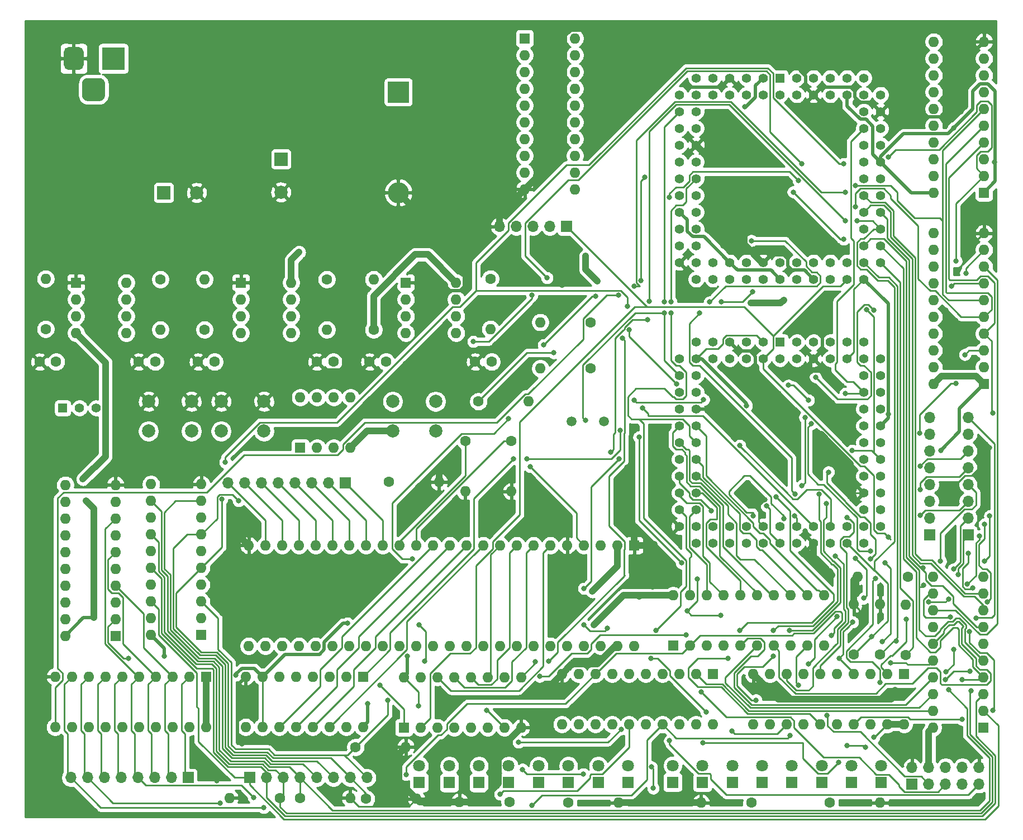
<source format=gbr>
%TF.GenerationSoftware,KiCad,Pcbnew,(5.1.10)-1*%
%TF.CreationDate,2021-07-17T09:59:34+08:00*%
%TF.ProjectId,MAX7000CPU,4d415837-3030-4304-9350-552e6b696361,rev?*%
%TF.SameCoordinates,Original*%
%TF.FileFunction,Copper,L2,Bot*%
%TF.FilePolarity,Positive*%
%FSLAX46Y46*%
G04 Gerber Fmt 4.6, Leading zero omitted, Abs format (unit mm)*
G04 Created by KiCad (PCBNEW (5.1.10)-1) date 2021-07-17 09:59:34*
%MOMM*%
%LPD*%
G01*
G04 APERTURE LIST*
%TA.AperFunction,ComponentPad*%
%ADD10O,1.600000X1.600000*%
%TD*%
%TA.AperFunction,ComponentPad*%
%ADD11R,1.600000X1.600000*%
%TD*%
%TA.AperFunction,ComponentPad*%
%ADD12O,1.700000X1.700000*%
%TD*%
%TA.AperFunction,ComponentPad*%
%ADD13R,1.700000X1.700000*%
%TD*%
%TA.AperFunction,ComponentPad*%
%ADD14C,1.422400*%
%TD*%
%TA.AperFunction,ComponentPad*%
%ADD15R,1.422400X1.422400*%
%TD*%
%TA.AperFunction,ComponentPad*%
%ADD16C,1.600000*%
%TD*%
%TA.AperFunction,ComponentPad*%
%ADD17C,1.800000*%
%TD*%
%TA.AperFunction,ComponentPad*%
%ADD18R,1.800000X1.800000*%
%TD*%
%TA.AperFunction,ComponentPad*%
%ADD19C,1.500000*%
%TD*%
%TA.AperFunction,ComponentPad*%
%ADD20C,2.000000*%
%TD*%
%TA.AperFunction,ComponentPad*%
%ADD21R,1.400000X1.400000*%
%TD*%
%TA.AperFunction,ComponentPad*%
%ADD22C,1.400000*%
%TD*%
%TA.AperFunction,ComponentPad*%
%ADD23R,3.500000X3.500000*%
%TD*%
%TA.AperFunction,ComponentPad*%
%ADD24R,2.000000X2.000000*%
%TD*%
%TA.AperFunction,ComponentPad*%
%ADD25O,3.200000X3.200000*%
%TD*%
%TA.AperFunction,ComponentPad*%
%ADD26R,3.200000X3.200000*%
%TD*%
%TA.AperFunction,ViaPad*%
%ADD27C,0.800000*%
%TD*%
%TA.AperFunction,Conductor*%
%ADD28C,0.500000*%
%TD*%
%TA.AperFunction,Conductor*%
%ADD29C,0.250000*%
%TD*%
%TA.AperFunction,Conductor*%
%ADD30C,1.000000*%
%TD*%
%TA.AperFunction,Conductor*%
%ADD31C,0.254000*%
%TD*%
%TA.AperFunction,Conductor*%
%ADD32C,0.100000*%
%TD*%
G04 APERTURE END LIST*
D10*
%TO.P,U6,20*%
%TO.N,+5V*%
X45070000Y-123160000D03*
%TO.P,U6,10*%
%TO.N,GND*%
X22210000Y-115540000D03*
%TO.P,U6,19*%
%TO.N,Net-(U6-Pad19)*%
X42530000Y-123160000D03*
%TO.P,U6,9*%
%TO.N,/I7*%
X24750000Y-115540000D03*
%TO.P,U6,18*%
%TO.N,Net-(U6-Pad18)*%
X39990000Y-123160000D03*
%TO.P,U6,8*%
%TO.N,/I6*%
X27290000Y-115540000D03*
%TO.P,U6,17*%
%TO.N,Net-(U6-Pad17)*%
X37450000Y-123160000D03*
%TO.P,U6,7*%
%TO.N,/I5*%
X29830000Y-115540000D03*
%TO.P,U6,16*%
%TO.N,Net-(U6-Pad16)*%
X34910000Y-123160000D03*
%TO.P,U6,6*%
%TO.N,/I4*%
X32370000Y-115540000D03*
%TO.P,U6,15*%
%TO.N,Net-(U6-Pad15)*%
X32370000Y-123160000D03*
%TO.P,U6,5*%
%TO.N,/I3*%
X34910000Y-115540000D03*
%TO.P,U6,14*%
%TO.N,Net-(U6-Pad14)*%
X29830000Y-123160000D03*
%TO.P,U6,4*%
%TO.N,/I2*%
X37450000Y-115540000D03*
%TO.P,U6,13*%
%TO.N,Net-(U6-Pad13)*%
X27290000Y-123160000D03*
%TO.P,U6,3*%
%TO.N,/I1*%
X39990000Y-115540000D03*
%TO.P,U6,12*%
%TO.N,Net-(U6-Pad12)*%
X24750000Y-123160000D03*
%TO.P,U6,2*%
%TO.N,/I0*%
X42530000Y-115540000D03*
%TO.P,U6,11*%
%TO.N,JumpRegLoad*%
X22210000Y-123160000D03*
D11*
%TO.P,U6,1*%
%TO.N,+5V*%
X45070000Y-115540000D03*
%TD*%
D10*
%TO.P,U8,16*%
%TO.N,+5V*%
X68870000Y-123160000D03*
%TO.P,U8,8*%
%TO.N,GND*%
X51090000Y-115540000D03*
%TO.P,U8,15*%
%TO.N,Net-(U8-Pad15)*%
X66330000Y-123160000D03*
%TO.P,U8,7*%
%TO.N,+5V*%
X53630000Y-115540000D03*
%TO.P,U8,14*%
%TO.N,/C4*%
X63790000Y-123160000D03*
%TO.P,U8,6*%
%TO.N,Net-(U6-Pad12)*%
X56170000Y-115540000D03*
%TO.P,U8,13*%
%TO.N,/C5*%
X61250000Y-123160000D03*
%TO.P,U8,5*%
%TO.N,Net-(U6-Pad13)*%
X58710000Y-115540000D03*
%TO.P,U8,12*%
%TO.N,/C6*%
X58710000Y-123160000D03*
%TO.P,U8,4*%
%TO.N,Net-(U6-Pad14)*%
X61250000Y-115540000D03*
%TO.P,U8,11*%
%TO.N,/C7*%
X56170000Y-123160000D03*
%TO.P,U8,3*%
%TO.N,Net-(U6-Pad15)*%
X63790000Y-115540000D03*
%TO.P,U8,10*%
%TO.N,+5V*%
X53630000Y-123160000D03*
%TO.P,U8,2*%
%TO.N,Net-(U7-Pad15)*%
X66330000Y-115540000D03*
%TO.P,U8,9*%
%TO.N,JumpEnable*%
X51090000Y-123160000D03*
D11*
%TO.P,U8,1*%
%TO.N,CounterReset*%
X68870000Y-115540000D03*
%TD*%
D10*
%TO.P,U13,20*%
%TO.N,+5V*%
X155250000Y-123240000D03*
%TO.P,U13,10*%
%TO.N,GND*%
X162870000Y-100380000D03*
%TO.P,U13,19*%
%TO.N,/I0*%
X155250000Y-120700000D03*
%TO.P,U13,9*%
%TO.N,/O7*%
X162870000Y-102920000D03*
%TO.P,U13,18*%
%TO.N,/I1*%
X155250000Y-118160000D03*
%TO.P,U13,8*%
%TO.N,/O6*%
X162870000Y-105460000D03*
%TO.P,U13,17*%
%TO.N,/I2*%
X155250000Y-115620000D03*
%TO.P,U13,7*%
%TO.N,/O5*%
X162870000Y-108000000D03*
%TO.P,U13,16*%
%TO.N,/I3*%
X155250000Y-113080000D03*
%TO.P,U13,6*%
%TO.N,/O4*%
X162870000Y-110540000D03*
%TO.P,U13,15*%
%TO.N,/I4*%
X155250000Y-110540000D03*
%TO.P,U13,5*%
%TO.N,/O3*%
X162870000Y-113080000D03*
%TO.P,U13,14*%
%TO.N,/I5*%
X155250000Y-108000000D03*
%TO.P,U13,4*%
%TO.N,/O2*%
X162870000Y-115620000D03*
%TO.P,U13,13*%
%TO.N,/I6*%
X155250000Y-105460000D03*
%TO.P,U13,3*%
%TO.N,/O1*%
X162870000Y-118160000D03*
%TO.P,U13,12*%
%TO.N,/I7*%
X155250000Y-102920000D03*
%TO.P,U13,2*%
%TO.N,/O0*%
X162870000Y-120700000D03*
%TO.P,U13,11*%
%TO.N,CLK*%
X155250000Y-100380000D03*
D11*
%TO.P,U13,1*%
%TO.N,+5V*%
X162870000Y-123240000D03*
%TD*%
D12*
%TO.P,J7,5*%
%TO.N,GND*%
X89570000Y-47340000D03*
%TO.P,J7,4*%
%TO.N,+5V*%
X92110000Y-47340000D03*
%TO.P,J7,3*%
%TO.N,A=B_Out*%
X94650000Y-47340000D03*
%TO.P,J7,2*%
%TO.N,CarryOut*%
X97190000Y-47340000D03*
D13*
%TO.P,J7,1*%
%TO.N,CLK*%
X99730000Y-47340000D03*
%TD*%
D14*
%TO.P,U17,72*%
%TO.N,GND*%
X147310000Y-69920000D03*
%TO.P,U17,70*%
%TO.N,/Qo0*%
X147310000Y-72460000D03*
%TO.P,U17,68*%
%TO.N,/Qi7*%
X147310000Y-75000000D03*
%TO.P,U17,66*%
%TO.N,+5V*%
X147310000Y-77540000D03*
%TO.P,U17,64*%
%TO.N,/Qi4*%
X147310000Y-80080000D03*
%TO.P,U17,62*%
%TO.N,TCK*%
X147310000Y-82620000D03*
%TO.P,U17,60*%
%TO.N,/Qi1*%
X147310000Y-85160000D03*
%TO.P,U17,58*%
%TO.N,/Qi0*%
X147310000Y-87700000D03*
%TO.P,U17,56*%
%TO.N,/O1*%
X147310000Y-90240000D03*
%TO.P,U17,54*%
%TO.N,/O5*%
X147310000Y-92780000D03*
%TO.P,U17,73*%
%TO.N,/Qo3*%
X144770000Y-69920000D03*
%TO.P,U17,71*%
%TO.N,TDO*%
X144770000Y-72460000D03*
%TO.P,U17,69*%
%TO.N,/Qo1*%
X144770000Y-75000000D03*
%TO.P,U17,67*%
%TO.N,/Qi6*%
X144770000Y-77540000D03*
%TO.P,U17,65*%
%TO.N,/Qi5*%
X144770000Y-80080000D03*
%TO.P,U17,63*%
%TO.N,/Qi3*%
X144770000Y-82620000D03*
%TO.P,U17,61*%
%TO.N,/Qi2*%
X144770000Y-85160000D03*
%TO.P,U17,59*%
%TO.N,GND*%
X144770000Y-87700000D03*
%TO.P,U17,57*%
%TO.N,/O0*%
X144770000Y-90240000D03*
%TO.P,U17,55*%
%TO.N,/O2*%
X144770000Y-92780000D03*
%TO.P,U17,53*%
%TO.N,+5V*%
X144770000Y-95320000D03*
%TO.P,U17,51*%
%TO.N,/O4*%
X142230000Y-95320000D03*
%TO.P,U17,49*%
%TO.N,/O7*%
X139690000Y-95320000D03*
%TO.P,U17,47*%
%TO.N,GND*%
X137150000Y-95320000D03*
%TO.P,U17,45*%
%TO.N,/I7*%
X134610000Y-95320000D03*
%TO.P,U17,43*%
%TO.N,+5V*%
X132070000Y-95320000D03*
%TO.P,U17,41*%
%TO.N,/I4*%
X129530000Y-95320000D03*
%TO.P,U17,39*%
%TO.N,/I1*%
X126990000Y-95320000D03*
%TO.P,U17,37*%
%TO.N,/I6*%
X124450000Y-95320000D03*
%TO.P,U17,35*%
%TO.N,/I0*%
X121910000Y-95320000D03*
%TO.P,U17,33*%
%TO.N,RamAddrEnable*%
X119370000Y-95320000D03*
%TO.P,U17,52*%
%TO.N,/O3*%
X142230000Y-92780000D03*
%TO.P,U17,50*%
%TO.N,/O6*%
X139690000Y-92780000D03*
%TO.P,U17,48*%
%TO.N,Reset*%
X137150000Y-92780000D03*
%TO.P,U17,46*%
%TO.N,CounterReset*%
X134610000Y-92780000D03*
%TO.P,U17,44*%
%TO.N,/I5*%
X132070000Y-92780000D03*
%TO.P,U17,42*%
%TO.N,GND*%
X129530000Y-92780000D03*
%TO.P,U17,40*%
%TO.N,/I2*%
X126990000Y-92780000D03*
%TO.P,U17,38*%
%TO.N,+5V*%
X124450000Y-92780000D03*
%TO.P,U17,36*%
%TO.N,/I3*%
X121910000Y-92780000D03*
%TO.P,U17,34*%
%TO.N,/M10*%
X119370000Y-92780000D03*
%TO.P,U17,32*%
%TO.N,GND*%
X116830000Y-92780000D03*
%TO.P,U17,30*%
%TO.N,/M3*%
X116830000Y-90240000D03*
%TO.P,U17,28*%
%TO.N,/M6*%
X116830000Y-87700000D03*
%TO.P,U17,26*%
%TO.N,+5V*%
X116830000Y-85160000D03*
%TO.P,U17,24*%
%TO.N,/M8*%
X116830000Y-82620000D03*
%TO.P,U17,22*%
%TO.N,/M4*%
X116830000Y-80080000D03*
%TO.P,U17,20*%
%TO.N,/M1*%
X116830000Y-77540000D03*
%TO.P,U17,18*%
%TO.N,MemOutControl*%
X116830000Y-75000000D03*
%TO.P,U17,16*%
%TO.N,MemWriteControl*%
X116830000Y-72460000D03*
%TO.P,U17,14*%
%TO.N,TDI*%
X116830000Y-69920000D03*
%TO.P,U17,12*%
%TO.N,/M9*%
X116830000Y-67380000D03*
%TO.P,U17,31*%
%TO.N,/M0*%
X119370000Y-90240000D03*
%TO.P,U17,29*%
%TO.N,/M2*%
X119370000Y-87700000D03*
%TO.P,U17,27*%
%TO.N,/M5*%
X119370000Y-85160000D03*
%TO.P,U17,25*%
%TO.N,/M7*%
X119370000Y-82620000D03*
%TO.P,U17,23*%
%TO.N,TMS*%
X119370000Y-80080000D03*
%TO.P,U17,21*%
%TO.N,RamAddrLoad*%
X119370000Y-77540000D03*
%TO.P,U17,19*%
%TO.N,GND*%
X119370000Y-75000000D03*
%TO.P,U17,17*%
%TO.N,/Ins0*%
X119370000Y-72460000D03*
%TO.P,U17,15*%
%TO.N,/Ins1*%
X119370000Y-69920000D03*
%TO.P,U17,13*%
%TO.N,+5V*%
X119370000Y-67380000D03*
%TO.P,U17,75*%
%TO.N,/Qo4*%
X144770000Y-64840000D03*
%TO.P,U17,77*%
%TO.N,/Qo6*%
X142230000Y-64840000D03*
%TO.P,U17,79*%
%TO.N,Comm1*%
X139690000Y-64840000D03*
%TO.P,U17,81*%
%TO.N,Comm0*%
X137150000Y-64840000D03*
%TO.P,U17,83*%
%TO.N,Net-(U17-Pad83)*%
X134610000Y-64840000D03*
%TO.P,U17,11*%
%TO.N,/Ins3*%
X119370000Y-64840000D03*
%TO.P,U17,9*%
%TO.N,/Ins4*%
X121910000Y-64840000D03*
%TO.P,U17,7*%
%TO.N,GND*%
X124450000Y-64840000D03*
%TO.P,U17,5*%
%TO.N,/Ins7*%
X126990000Y-64840000D03*
%TO.P,U17,3*%
%TO.N,+5V*%
X129530000Y-64840000D03*
D15*
%TO.P,U17,1*%
%TO.N,Net-(U17-Pad1)*%
X132070000Y-64840000D03*
D14*
%TO.P,U17,74*%
%TO.N,/Qo2*%
X147310000Y-67380000D03*
%TO.P,U17,76*%
%TO.N,/Qo5*%
X144770000Y-67380000D03*
%TO.P,U17,78*%
%TO.N,+5V*%
X142230000Y-67380000D03*
%TO.P,U17,80*%
%TO.N,/Qo7*%
X139690000Y-67380000D03*
%TO.P,U17,82*%
%TO.N,GND*%
X137150000Y-67380000D03*
%TO.P,U17,84*%
%TO.N,Net-(U17-Pad84)*%
X134610000Y-67380000D03*
%TO.P,U17,10*%
%TO.N,/Ins2*%
X121910000Y-67380000D03*
%TO.P,U17,8*%
%TO.N,/Ins5*%
X124450000Y-67380000D03*
%TO.P,U17,6*%
%TO.N,/Ins6*%
X126990000Y-67380000D03*
%TO.P,U17,4*%
%TO.N,CLK*%
X129530000Y-67380000D03*
%TO.P,U17,2*%
%TO.N,Net-(U17-Pad2)*%
X132070000Y-67380000D03*
%TD*%
D10*
%TO.P,R24,2*%
%TO.N,GND*%
X147250000Y-134640000D03*
D16*
%TO.P,R24,1*%
%TO.N,Net-(D14-Pad1)*%
X139630000Y-134640000D03*
%TD*%
D10*
%TO.P,R23,2*%
%TO.N,GND*%
X120110000Y-134640000D03*
D16*
%TO.P,R23,1*%
%TO.N,Net-(D10-Pad1)*%
X127730000Y-134640000D03*
%TD*%
D10*
%TO.P,R22,2*%
%TO.N,GND*%
X107610000Y-134630000D03*
D16*
%TO.P,R22,1*%
%TO.N,Net-(D6-Pad1)*%
X99990000Y-134630000D03*
%TD*%
D10*
%TO.P,R21,2*%
%TO.N,GND*%
X83480000Y-134500000D03*
D16*
%TO.P,R21,1*%
%TO.N,Net-(D2-Pad1)*%
X91100000Y-134500000D03*
%TD*%
D10*
%TO.P,R20,2*%
%TO.N,GND*%
X93990000Y-73840000D03*
D16*
%TO.P,R20,1*%
%TO.N,Reset*%
X86370000Y-73840000D03*
%TD*%
D10*
%TO.P,R19,2*%
%TO.N,GND*%
X75360000Y-126210000D03*
D16*
%TO.P,R19,1*%
%TO.N,/O7*%
X67740000Y-126210000D03*
%TD*%
D10*
%TO.P,R18,2*%
%TO.N,GND*%
X76980000Y-134050000D03*
D16*
%TO.P,R18,1*%
%TO.N,/O6*%
X69360000Y-134050000D03*
%TD*%
D10*
%TO.P,R17,2*%
%TO.N,GND*%
X143790000Y-100380000D03*
D16*
%TO.P,R17,1*%
%TO.N,/O5*%
X151410000Y-100380000D03*
%TD*%
D10*
%TO.P,R16,2*%
%TO.N,GND*%
X143250000Y-104560000D03*
D16*
%TO.P,R16,1*%
%TO.N,/O4*%
X143250000Y-112180000D03*
%TD*%
D10*
%TO.P,R15,2*%
%TO.N,GND*%
X66930000Y-133920000D03*
D16*
%TO.P,R15,1*%
%TO.N,/O3*%
X59310000Y-133920000D03*
%TD*%
D10*
%TO.P,R14,2*%
%TO.N,GND*%
X48680000Y-133930000D03*
D16*
%TO.P,R14,1*%
%TO.N,/O2*%
X56300000Y-133930000D03*
%TD*%
D10*
%TO.P,R13,2*%
%TO.N,GND*%
X147250000Y-104590000D03*
D16*
%TO.P,R13,1*%
%TO.N,/O1*%
X147250000Y-112210000D03*
%TD*%
D10*
%TO.P,R12,2*%
%TO.N,GND*%
X151110000Y-104600000D03*
D16*
%TO.P,R12,1*%
%TO.N,/O0*%
X151110000Y-112220000D03*
%TD*%
D10*
%TO.P,R11,2*%
%TO.N,GND*%
X80390000Y-86040000D03*
D16*
%TO.P,R11,1*%
%TO.N,/P3*%
X72770000Y-86040000D03*
%TD*%
D10*
%TO.P,R10,2*%
%TO.N,GND*%
X84370000Y-87460000D03*
D16*
%TO.P,R10,1*%
%TO.N,/P2*%
X84370000Y-79840000D03*
%TD*%
D10*
%TO.P,R9,2*%
%TO.N,GND*%
X91370000Y-87460000D03*
D16*
%TO.P,R9,1*%
%TO.N,/P1*%
X91370000Y-79840000D03*
%TD*%
D10*
%TO.P,R8,2*%
%TO.N,Net-(C8-Pad1)*%
X95750000Y-68840000D03*
D16*
%TO.P,R8,1*%
%TO.N,Net-(R7-Pad1)*%
X103370000Y-68840000D03*
%TD*%
D10*
%TO.P,R7,2*%
%TO.N,Net-(C7-Pad1)*%
X95750000Y-61840000D03*
D16*
%TO.P,R7,1*%
%TO.N,Net-(R7-Pad1)*%
X103370000Y-61840000D03*
%TD*%
D10*
%TO.P,R6,2*%
%TO.N,Net-(C6-Pad1)*%
X88170000Y-62860000D03*
D16*
%TO.P,R6,1*%
%TO.N,+5V*%
X88170000Y-55240000D03*
%TD*%
D10*
%TO.P,R5,2*%
%TO.N,Net-(R5-Pad2)*%
X70470000Y-55340000D03*
D16*
%TO.P,R5,1*%
%TO.N,+5V*%
X70470000Y-62960000D03*
%TD*%
D10*
%TO.P,R4,2*%
%TO.N,Net-(C4-Pad1)*%
X63370000Y-62960000D03*
D16*
%TO.P,R4,1*%
%TO.N,+5V*%
X63370000Y-55340000D03*
%TD*%
D10*
%TO.P,R3,2*%
%TO.N,Net-(R3-Pad2)*%
X44870000Y-55340000D03*
D16*
%TO.P,R3,1*%
%TO.N,+5V*%
X44870000Y-62960000D03*
%TD*%
D10*
%TO.P,R2,2*%
%TO.N,Net-(C2-Pad1)*%
X20770000Y-55240000D03*
D16*
%TO.P,R2,1*%
%TO.N,Net-(R2-Pad1)*%
X20770000Y-62860000D03*
%TD*%
D10*
%TO.P,R1,2*%
%TO.N,Net-(R1-Pad2)*%
X38170000Y-62960000D03*
D16*
%TO.P,R1,1*%
%TO.N,+5V*%
X38170000Y-55340000D03*
%TD*%
D10*
%TO.P,U20,20*%
%TO.N,+5V*%
X121870000Y-122760000D03*
%TO.P,U20,10*%
%TO.N,GND*%
X99010000Y-115140000D03*
%TO.P,U20,19*%
%TO.N,+5V*%
X119330000Y-122760000D03*
%TO.P,U20,9*%
%TO.N,/Im4*%
X101550000Y-115140000D03*
%TO.P,U20,18*%
%TO.N,/Im0*%
X116790000Y-122760000D03*
%TO.P,U20,8*%
%TO.N,/I3*%
X104090000Y-115140000D03*
%TO.P,U20,17*%
%TO.N,/I7*%
X114250000Y-122760000D03*
%TO.P,U20,7*%
%TO.N,/Im5*%
X106630000Y-115140000D03*
%TO.P,U20,16*%
%TO.N,/Im1*%
X111710000Y-122760000D03*
%TO.P,U20,6*%
%TO.N,/I2*%
X109170000Y-115140000D03*
%TO.P,U20,15*%
%TO.N,/I6*%
X109170000Y-122760000D03*
%TO.P,U20,5*%
%TO.N,/Im6*%
X111710000Y-115140000D03*
%TO.P,U20,14*%
%TO.N,/Im2*%
X106630000Y-122760000D03*
%TO.P,U20,4*%
%TO.N,/I1*%
X114250000Y-115140000D03*
%TO.P,U20,13*%
%TO.N,/I5*%
X104090000Y-122760000D03*
%TO.P,U20,3*%
%TO.N,/Im7*%
X116790000Y-115140000D03*
%TO.P,U20,12*%
%TO.N,/Im3*%
X101550000Y-122760000D03*
%TO.P,U20,2*%
%TO.N,/I0*%
X119330000Y-115140000D03*
%TO.P,U20,11*%
%TO.N,/I4*%
X99010000Y-122760000D03*
D11*
%TO.P,U20,1*%
%TO.N,+5V*%
X121870000Y-115140000D03*
%TD*%
D10*
%TO.P,U19,20*%
%TO.N,+5V*%
X150870000Y-122760000D03*
%TO.P,U19,10*%
%TO.N,GND*%
X128010000Y-115140000D03*
%TO.P,U19,19*%
%TO.N,+5V*%
X148330000Y-122760000D03*
%TO.P,U19,9*%
%TO.N,/Iq4*%
X130550000Y-115140000D03*
%TO.P,U19,18*%
%TO.N,/Iq0*%
X145790000Y-122760000D03*
%TO.P,U19,8*%
%TO.N,/Qo3*%
X133090000Y-115140000D03*
%TO.P,U19,17*%
%TO.N,/Qo7*%
X143250000Y-122760000D03*
%TO.P,U19,7*%
%TO.N,/Iq5*%
X135630000Y-115140000D03*
%TO.P,U19,16*%
%TO.N,/Iq1*%
X140710000Y-122760000D03*
%TO.P,U19,6*%
%TO.N,/Qo2*%
X138170000Y-115140000D03*
%TO.P,U19,15*%
%TO.N,/Qo6*%
X138170000Y-122760000D03*
%TO.P,U19,5*%
%TO.N,/Iq6*%
X140710000Y-115140000D03*
%TO.P,U19,14*%
%TO.N,/Iq2*%
X135630000Y-122760000D03*
%TO.P,U19,4*%
%TO.N,/Qo1*%
X143250000Y-115140000D03*
%TO.P,U19,13*%
%TO.N,/Qo5*%
X133090000Y-122760000D03*
%TO.P,U19,3*%
%TO.N,/Iq7*%
X145790000Y-115140000D03*
%TO.P,U19,12*%
%TO.N,/Iq3*%
X130550000Y-122760000D03*
%TO.P,U19,2*%
%TO.N,/Qo0*%
X148330000Y-115140000D03*
%TO.P,U19,11*%
%TO.N,/Qo4*%
X128010000Y-122760000D03*
D11*
%TO.P,U19,1*%
%TO.N,+5V*%
X150870000Y-115140000D03*
%TD*%
D10*
%TO.P,U16,20*%
%TO.N,+5V*%
X100990000Y-18840000D03*
%TO.P,U16,10*%
%TO.N,GND*%
X93370000Y-41700000D03*
%TO.P,U16,19*%
%TO.N,CarryFlagIn*%
X100990000Y-21380000D03*
%TO.P,U16,9*%
%TO.N,Flag5Out*%
X93370000Y-39160000D03*
%TO.P,U16,18*%
%TO.N,A=B_FlagIn*%
X100990000Y-23920000D03*
%TO.P,U16,8*%
%TO.N,Flag4Out*%
X93370000Y-36620000D03*
%TO.P,U16,17*%
%TO.N,Flag0In*%
X100990000Y-26460000D03*
%TO.P,U16,7*%
%TO.N,Flag3Out*%
X93370000Y-34080000D03*
%TO.P,U16,16*%
%TO.N,Flag1In*%
X100990000Y-29000000D03*
%TO.P,U16,6*%
%TO.N,Flag2Out*%
X93370000Y-31540000D03*
%TO.P,U16,15*%
%TO.N,Flag2In*%
X100990000Y-31540000D03*
%TO.P,U16,5*%
%TO.N,Flag1Out*%
X93370000Y-29000000D03*
%TO.P,U16,14*%
%TO.N,Flag3In*%
X100990000Y-34080000D03*
%TO.P,U16,4*%
%TO.N,Flag0Out*%
X93370000Y-26460000D03*
%TO.P,U16,13*%
%TO.N,Flag4In*%
X100990000Y-36620000D03*
%TO.P,U16,3*%
%TO.N,A=B_Out*%
X93370000Y-23920000D03*
%TO.P,U16,12*%
%TO.N,Flag5In*%
X100990000Y-39160000D03*
%TO.P,U16,2*%
%TO.N,CarryOut*%
X93370000Y-21380000D03*
%TO.P,U16,11*%
%TO.N,FlagCLK*%
X100990000Y-41700000D03*
D11*
%TO.P,U16,1*%
%TO.N,+5V*%
X93370000Y-18840000D03*
%TD*%
D10*
%TO.P,U15,20*%
%TO.N,+5V*%
X155370000Y-71200000D03*
%TO.P,U15,10*%
%TO.N,GND*%
X162990000Y-48340000D03*
%TO.P,U15,19*%
%TO.N,/B0*%
X155370000Y-68660000D03*
%TO.P,U15,9*%
%TO.N,/I7*%
X162990000Y-50880000D03*
%TO.P,U15,18*%
%TO.N,/B1*%
X155370000Y-66120000D03*
%TO.P,U15,8*%
%TO.N,/I6*%
X162990000Y-53420000D03*
%TO.P,U15,17*%
%TO.N,/B2*%
X155370000Y-63580000D03*
%TO.P,U15,7*%
%TO.N,/I5*%
X162990000Y-55960000D03*
%TO.P,U15,16*%
%TO.N,/B3*%
X155370000Y-61040000D03*
%TO.P,U15,6*%
%TO.N,/I4*%
X162990000Y-58500000D03*
%TO.P,U15,15*%
%TO.N,/B4*%
X155370000Y-58500000D03*
%TO.P,U15,5*%
%TO.N,/I3*%
X162990000Y-61040000D03*
%TO.P,U15,14*%
%TO.N,/B5*%
X155370000Y-55960000D03*
%TO.P,U15,4*%
%TO.N,/I2*%
X162990000Y-63580000D03*
%TO.P,U15,13*%
%TO.N,/B6*%
X155370000Y-53420000D03*
%TO.P,U15,3*%
%TO.N,/I1*%
X162990000Y-66120000D03*
%TO.P,U15,12*%
%TO.N,/B7*%
X155370000Y-50880000D03*
%TO.P,U15,2*%
%TO.N,/I0*%
X162990000Y-68660000D03*
%TO.P,U15,11*%
%TO.N,RegBControl*%
X155370000Y-48340000D03*
D11*
%TO.P,U15,1*%
%TO.N,+5V*%
X162990000Y-71200000D03*
%TD*%
D10*
%TO.P,U14,20*%
%TO.N,+5V*%
X155370000Y-42200000D03*
%TO.P,U14,10*%
%TO.N,GND*%
X162990000Y-19340000D03*
%TO.P,U14,19*%
%TO.N,/A0*%
X155370000Y-39660000D03*
%TO.P,U14,9*%
%TO.N,/I7*%
X162990000Y-21880000D03*
%TO.P,U14,18*%
%TO.N,/A1*%
X155370000Y-37120000D03*
%TO.P,U14,8*%
%TO.N,/I6*%
X162990000Y-24420000D03*
%TO.P,U14,17*%
%TO.N,/A2*%
X155370000Y-34580000D03*
%TO.P,U14,7*%
%TO.N,/I5*%
X162990000Y-26960000D03*
%TO.P,U14,16*%
%TO.N,/A3*%
X155370000Y-32040000D03*
%TO.P,U14,6*%
%TO.N,/I4*%
X162990000Y-29500000D03*
%TO.P,U14,15*%
%TO.N,/A4*%
X155370000Y-29500000D03*
%TO.P,U14,5*%
%TO.N,/I3*%
X162990000Y-32040000D03*
%TO.P,U14,14*%
%TO.N,/A5*%
X155370000Y-26960000D03*
%TO.P,U14,4*%
%TO.N,/I2*%
X162990000Y-34580000D03*
%TO.P,U14,13*%
%TO.N,/A6*%
X155370000Y-24420000D03*
%TO.P,U14,3*%
%TO.N,/I1*%
X162990000Y-37120000D03*
%TO.P,U14,12*%
%TO.N,/A7*%
X155370000Y-21880000D03*
%TO.P,U14,2*%
%TO.N,/I0*%
X162990000Y-39660000D03*
%TO.P,U14,11*%
%TO.N,RegAControl*%
X155370000Y-19340000D03*
D11*
%TO.P,U14,1*%
%TO.N,+5V*%
X162990000Y-42200000D03*
%TD*%
D10*
%TO.P,U12,20*%
%TO.N,+5V*%
X36750000Y-109240000D03*
%TO.P,U12,10*%
%TO.N,GND*%
X44370000Y-86380000D03*
%TO.P,U12,19*%
%TO.N,MemOutControl*%
X36750000Y-106700000D03*
%TO.P,U12,9*%
%TO.N,/O4*%
X44370000Y-88920000D03*
%TO.P,U12,18*%
%TO.N,/O0*%
X36750000Y-104160000D03*
%TO.P,U12,8*%
%TO.N,Net-(U11-Pad12)*%
X44370000Y-91460000D03*
%TO.P,U12,17*%
%TO.N,Net-(U11-Pad3)*%
X36750000Y-101620000D03*
%TO.P,U12,7*%
%TO.N,/O5*%
X44370000Y-94000000D03*
%TO.P,U12,16*%
%TO.N,/O1*%
X36750000Y-99080000D03*
%TO.P,U12,6*%
%TO.N,Net-(U11-Pad14)*%
X44370000Y-96540000D03*
%TO.P,U12,15*%
%TO.N,Net-(U11-Pad5)*%
X36750000Y-96540000D03*
%TO.P,U12,5*%
%TO.N,/O6*%
X44370000Y-99080000D03*
%TO.P,U12,14*%
%TO.N,/O2*%
X36750000Y-94000000D03*
%TO.P,U12,4*%
%TO.N,Net-(U11-Pad16)*%
X44370000Y-101620000D03*
%TO.P,U12,13*%
%TO.N,Net-(U11-Pad7)*%
X36750000Y-91460000D03*
%TO.P,U12,3*%
%TO.N,/O7*%
X44370000Y-104160000D03*
%TO.P,U12,12*%
%TO.N,/O3*%
X36750000Y-88920000D03*
%TO.P,U12,2*%
%TO.N,Net-(U11-Pad18)*%
X44370000Y-106700000D03*
%TO.P,U12,11*%
%TO.N,Net-(U11-Pad9)*%
X36750000Y-86380000D03*
D11*
%TO.P,U12,1*%
%TO.N,MemOutControl*%
X44370000Y-109240000D03*
%TD*%
D10*
%TO.P,U11,20*%
%TO.N,+5V*%
X23750000Y-109340000D03*
%TO.P,U11,10*%
%TO.N,GND*%
X31370000Y-86480000D03*
%TO.P,U11,19*%
%TO.N,MemWriteControl*%
X23750000Y-106800000D03*
%TO.P,U11,9*%
%TO.N,Net-(U11-Pad9)*%
X31370000Y-89020000D03*
%TO.P,U11,18*%
%TO.N,Net-(U11-Pad18)*%
X23750000Y-104260000D03*
%TO.P,U11,8*%
%TO.N,/I3*%
X31370000Y-91560000D03*
%TO.P,U11,17*%
%TO.N,/I7*%
X23750000Y-101720000D03*
%TO.P,U11,7*%
%TO.N,Net-(U11-Pad7)*%
X31370000Y-94100000D03*
%TO.P,U11,16*%
%TO.N,Net-(U11-Pad16)*%
X23750000Y-99180000D03*
%TO.P,U11,6*%
%TO.N,/I2*%
X31370000Y-96640000D03*
%TO.P,U11,15*%
%TO.N,/I6*%
X23750000Y-96640000D03*
%TO.P,U11,5*%
%TO.N,Net-(U11-Pad5)*%
X31370000Y-99180000D03*
%TO.P,U11,14*%
%TO.N,Net-(U11-Pad14)*%
X23750000Y-94100000D03*
%TO.P,U11,4*%
%TO.N,/I1*%
X31370000Y-101720000D03*
%TO.P,U11,13*%
%TO.N,/I5*%
X23750000Y-91560000D03*
%TO.P,U11,3*%
%TO.N,Net-(U11-Pad3)*%
X31370000Y-104260000D03*
%TO.P,U11,12*%
%TO.N,Net-(U11-Pad12)*%
X23750000Y-89020000D03*
%TO.P,U11,2*%
%TO.N,/I0*%
X31370000Y-106800000D03*
%TO.P,U11,11*%
%TO.N,/I4*%
X23750000Y-86480000D03*
D11*
%TO.P,U11,1*%
%TO.N,MemWriteControl*%
X31370000Y-109340000D03*
%TD*%
D10*
%TO.P,SW3 Prog Select,8*%
%TO.N,Net-(SW3-Pad8)*%
X59370000Y-73220000D03*
%TO.P,SW3 Prog Select,4*%
%TO.N,+5V*%
X66990000Y-80840000D03*
%TO.P,SW3 Prog Select,7*%
%TO.N,/P3*%
X61910000Y-73220000D03*
%TO.P,SW3 Prog Select,3*%
%TO.N,+5V*%
X64450000Y-80840000D03*
%TO.P,SW3 Prog Select,6*%
%TO.N,/P2*%
X64450000Y-73220000D03*
%TO.P,SW3 Prog Select,2*%
%TO.N,+5V*%
X61910000Y-80840000D03*
%TO.P,SW3 Prog Select,5*%
%TO.N,/P1*%
X66990000Y-73220000D03*
D11*
%TO.P,SW3 Prog Select,1*%
%TO.N,Net-(SW3-Pad1)*%
X59370000Y-80840000D03*
%TD*%
D14*
%TO.P,U5,72*%
%TO.N,GND*%
X147310000Y-29920000D03*
%TO.P,U5,70*%
%TO.N,/B3*%
X147310000Y-32460000D03*
%TO.P,U5,68*%
%TO.N,/B1*%
X147310000Y-35000000D03*
%TO.P,U5,66*%
%TO.N,+5V*%
X147310000Y-37540000D03*
%TO.P,U5,64*%
%TO.N,JumpEnable*%
X147310000Y-40080000D03*
%TO.P,U5,62*%
%TO.N,TCK*%
X147310000Y-42620000D03*
%TO.P,U5,60*%
%TO.N,/O5*%
X147310000Y-45160000D03*
%TO.P,U5,58*%
%TO.N,/O4*%
X147310000Y-47700000D03*
%TO.P,U5,56*%
%TO.N,/O2*%
X147310000Y-50240000D03*
%TO.P,U5,54*%
%TO.N,/O0*%
X147310000Y-52780000D03*
%TO.P,U5,73*%
%TO.N,/B4*%
X144770000Y-29920000D03*
%TO.P,U5,71*%
%TO.N,TDO*%
X144770000Y-32460000D03*
%TO.P,U5,69*%
%TO.N,/B2*%
X144770000Y-35000000D03*
%TO.P,U5,67*%
%TO.N,/B0*%
X144770000Y-37540000D03*
%TO.P,U5,65*%
%TO.N,JumpRegLoad*%
X144770000Y-40080000D03*
%TO.P,U5,63*%
%TO.N,/O7*%
X144770000Y-42620000D03*
%TO.P,U5,61*%
%TO.N,/O6*%
X144770000Y-45160000D03*
%TO.P,U5,59*%
%TO.N,GND*%
X144770000Y-47700000D03*
%TO.P,U5,57*%
%TO.N,/O3*%
X144770000Y-50240000D03*
%TO.P,U5,55*%
%TO.N,/O1*%
X144770000Y-52780000D03*
%TO.P,U5,53*%
%TO.N,+5V*%
X144770000Y-55320000D03*
%TO.P,U5,51*%
%TO.N,CLK*%
X142230000Y-55320000D03*
%TO.P,U5,49*%
%TO.N,/Ins0*%
X139690000Y-55320000D03*
%TO.P,U5,47*%
%TO.N,GND*%
X137150000Y-55320000D03*
%TO.P,U5,45*%
%TO.N,/Ins2*%
X134610000Y-55320000D03*
%TO.P,U5,43*%
%TO.N,+5V*%
X132070000Y-55320000D03*
%TO.P,U5,41*%
%TO.N,/Ins5*%
X129530000Y-55320000D03*
%TO.P,U5,39*%
%TO.N,/Ins6*%
X126990000Y-55320000D03*
%TO.P,U5,37*%
%TO.N,FastCLK*%
X124450000Y-55320000D03*
%TO.P,U5,35*%
%TO.N,CLK_Select*%
X121910000Y-55320000D03*
%TO.P,U5,33*%
%TO.N,SlowCLK*%
X119370000Y-55320000D03*
%TO.P,U5,52*%
%TO.N,Comm1*%
X142230000Y-52780000D03*
%TO.P,U5,50*%
%TO.N,Comm0*%
X139690000Y-52780000D03*
%TO.P,U5,48*%
%TO.N,/Ins1*%
X137150000Y-52780000D03*
%TO.P,U5,46*%
%TO.N,/Ins3*%
X134610000Y-52780000D03*
%TO.P,U5,44*%
%TO.N,/Ins4*%
X132070000Y-52780000D03*
%TO.P,U5,42*%
%TO.N,GND*%
X129530000Y-52780000D03*
%TO.P,U5,40*%
%TO.N,/Ins7*%
X126990000Y-52780000D03*
%TO.P,U5,38*%
%TO.N,+5V*%
X124450000Y-52780000D03*
%TO.P,U5,36*%
%TO.N,UserCLK*%
X121910000Y-52780000D03*
%TO.P,U5,34*%
%TO.N,FlagCLK*%
X119370000Y-52780000D03*
%TO.P,U5,32*%
%TO.N,GND*%
X116830000Y-52780000D03*
%TO.P,U5,30*%
%TO.N,Flag5Out*%
X116830000Y-50240000D03*
%TO.P,U5,28*%
%TO.N,Flag4Out*%
X116830000Y-47700000D03*
%TO.P,U5,26*%
%TO.N,+5V*%
X116830000Y-45160000D03*
%TO.P,U5,24*%
%TO.N,Flag3Out*%
X116830000Y-42620000D03*
%TO.P,U5,22*%
%TO.N,Flag2Out*%
X116830000Y-40080000D03*
%TO.P,U5,20*%
%TO.N,Flag1Out*%
X116830000Y-37540000D03*
%TO.P,U5,18*%
%TO.N,Flag0Out*%
X116830000Y-35000000D03*
%TO.P,U5,16*%
%TO.N,A=B_Out*%
X116830000Y-32460000D03*
%TO.P,U5,14*%
%TO.N,TDI*%
X116830000Y-29920000D03*
%TO.P,U5,12*%
%TO.N,CarryOut*%
X116830000Y-27380000D03*
%TO.P,U5,31*%
%TO.N,Flag5In*%
X119370000Y-50240000D03*
%TO.P,U5,29*%
%TO.N,Flag4In*%
X119370000Y-47700000D03*
%TO.P,U5,27*%
%TO.N,Flag3In*%
X119370000Y-45160000D03*
%TO.P,U5,25*%
%TO.N,Flag2In*%
X119370000Y-42620000D03*
%TO.P,U5,23*%
%TO.N,TMS*%
X119370000Y-40080000D03*
%TO.P,U5,21*%
%TO.N,Flag1In*%
X119370000Y-37540000D03*
%TO.P,U5,19*%
%TO.N,GND*%
X119370000Y-35000000D03*
%TO.P,U5,17*%
%TO.N,Flag0In*%
X119370000Y-32460000D03*
%TO.P,U5,15*%
%TO.N,A=B_FlagIn*%
X119370000Y-29920000D03*
%TO.P,U5,13*%
%TO.N,+5V*%
X119370000Y-27380000D03*
%TO.P,U5,75*%
%TO.N,/B7*%
X144770000Y-24840000D03*
%TO.P,U5,77*%
%TO.N,RegBControl*%
X142230000Y-24840000D03*
%TO.P,U5,79*%
%TO.N,/A0*%
X139690000Y-24840000D03*
%TO.P,U5,81*%
%TO.N,/A2*%
X137150000Y-24840000D03*
%TO.P,U5,83*%
%TO.N,Net-(U5-Pad83)*%
X134610000Y-24840000D03*
%TO.P,U5,11*%
%TO.N,CarryFlagIn*%
X119370000Y-24840000D03*
%TO.P,U5,9*%
%TO.N,/A7*%
X121910000Y-24840000D03*
%TO.P,U5,7*%
%TO.N,GND*%
X124450000Y-24840000D03*
%TO.P,U5,5*%
%TO.N,/A4*%
X126990000Y-24840000D03*
%TO.P,U5,3*%
%TO.N,+5V*%
X129530000Y-24840000D03*
D15*
%TO.P,U5,1*%
%TO.N,Net-(U5-Pad1)*%
X132070000Y-24840000D03*
D14*
%TO.P,U5,74*%
%TO.N,/B5*%
X147310000Y-27380000D03*
%TO.P,U5,76*%
%TO.N,/B6*%
X144770000Y-27380000D03*
%TO.P,U5,78*%
%TO.N,+5V*%
X142230000Y-27380000D03*
%TO.P,U5,80*%
%TO.N,/A1*%
X139690000Y-27380000D03*
%TO.P,U5,82*%
%TO.N,GND*%
X137150000Y-27380000D03*
%TO.P,U5,84*%
%TO.N,Net-(U5-Pad84)*%
X134610000Y-27380000D03*
%TO.P,U5,10*%
%TO.N,RegAControl*%
X121910000Y-27380000D03*
%TO.P,U5,8*%
%TO.N,/A5*%
X124450000Y-27380000D03*
%TO.P,U5,6*%
%TO.N,/A6*%
X126990000Y-27380000D03*
%TO.P,U5,4*%
%TO.N,/A3*%
X129530000Y-27380000D03*
%TO.P,U5,2*%
%TO.N,Net-(U5-Pad2)*%
X132070000Y-27380000D03*
%TD*%
D10*
%TO.P,U1,8*%
%TO.N,+5V*%
X32990000Y-55840000D03*
%TO.P,U1,4*%
X25370000Y-63460000D03*
%TO.P,U1,7*%
%TO.N,Net-(R1-Pad2)*%
X32990000Y-58380000D03*
%TO.P,U1,3*%
%TO.N,SlowCLK*%
X25370000Y-60920000D03*
%TO.P,U1,6*%
%TO.N,Net-(C2-Pad1)*%
X32990000Y-60920000D03*
%TO.P,U1,2*%
X25370000Y-58380000D03*
%TO.P,U1,5*%
%TO.N,Net-(C1-Pad1)*%
X32990000Y-63460000D03*
D11*
%TO.P,U1,1*%
%TO.N,GND*%
X25370000Y-55840000D03*
%TD*%
D10*
%TO.P,U2,8*%
%TO.N,+5V*%
X57990000Y-55840000D03*
%TO.P,U2,4*%
X50370000Y-63460000D03*
%TO.P,U2,7*%
%TO.N,Net-(C4-Pad1)*%
X57990000Y-58380000D03*
%TO.P,U2,3*%
%TO.N,UserCLK*%
X50370000Y-60920000D03*
%TO.P,U2,6*%
%TO.N,Net-(C4-Pad1)*%
X57990000Y-60920000D03*
%TO.P,U2,2*%
%TO.N,Net-(R3-Pad2)*%
X50370000Y-58380000D03*
%TO.P,U2,5*%
%TO.N,Net-(C3-Pad1)*%
X57990000Y-63460000D03*
D11*
%TO.P,U2,1*%
%TO.N,GND*%
X50370000Y-55840000D03*
%TD*%
D10*
%TO.P,U3,8*%
%TO.N,+5V*%
X82990000Y-55840000D03*
%TO.P,U3,4*%
X75370000Y-63460000D03*
%TO.P,U3,7*%
%TO.N,Net-(C6-Pad1)*%
X82990000Y-58380000D03*
%TO.P,U3,3*%
%TO.N,CLK_Select*%
X75370000Y-60920000D03*
%TO.P,U3,6*%
%TO.N,Net-(C6-Pad1)*%
X82990000Y-60920000D03*
%TO.P,U3,2*%
%TO.N,Net-(R5-Pad2)*%
X75370000Y-58380000D03*
%TO.P,U3,5*%
%TO.N,Net-(C5-Pad1)*%
X82990000Y-63460000D03*
D11*
%TO.P,U3,1*%
%TO.N,GND*%
X75370000Y-55840000D03*
%TD*%
D17*
%TO.P,D17,2*%
%TO.N,/Iq0*%
X147410000Y-129020000D03*
D18*
%TO.P,D17,1*%
%TO.N,Net-(D14-Pad1)*%
X147410000Y-131560000D03*
%TD*%
D17*
%TO.P,D16,2*%
%TO.N,/Iq1*%
X142930000Y-129020000D03*
D18*
%TO.P,D16,1*%
%TO.N,Net-(D14-Pad1)*%
X142930000Y-131560000D03*
%TD*%
D17*
%TO.P,D15,2*%
%TO.N,/Iq2*%
X138410000Y-129010000D03*
D18*
%TO.P,D15,1*%
%TO.N,Net-(D14-Pad1)*%
X138410000Y-131550000D03*
%TD*%
D17*
%TO.P,D14,2*%
%TO.N,/Iq3*%
X133880000Y-129000000D03*
D18*
%TO.P,D14,1*%
%TO.N,Net-(D14-Pad1)*%
X133880000Y-131540000D03*
%TD*%
D17*
%TO.P,D13,2*%
%TO.N,/Iq4*%
X129390000Y-129000000D03*
D18*
%TO.P,D13,1*%
%TO.N,Net-(D10-Pad1)*%
X129390000Y-131540000D03*
%TD*%
D17*
%TO.P,D12,2*%
%TO.N,/Iq5*%
X124830000Y-129000000D03*
D18*
%TO.P,D12,1*%
%TO.N,Net-(D10-Pad1)*%
X124830000Y-131540000D03*
%TD*%
D17*
%TO.P,D11,2*%
%TO.N,/Iq6*%
X120320000Y-129000000D03*
D18*
%TO.P,D11,1*%
%TO.N,Net-(D10-Pad1)*%
X120320000Y-131540000D03*
%TD*%
D17*
%TO.P,D10,2*%
%TO.N,/Iq7*%
X115800000Y-129000000D03*
D18*
%TO.P,D10,1*%
%TO.N,Net-(D10-Pad1)*%
X115800000Y-131540000D03*
%TD*%
D17*
%TO.P,D9,2*%
%TO.N,/Im0*%
X109060000Y-129060000D03*
D18*
%TO.P,D9,1*%
%TO.N,Net-(D6-Pad1)*%
X109060000Y-131600000D03*
%TD*%
D17*
%TO.P,D8,2*%
%TO.N,/Im1*%
X104520000Y-129060000D03*
D18*
%TO.P,D8,1*%
%TO.N,Net-(D6-Pad1)*%
X104520000Y-131600000D03*
%TD*%
D17*
%TO.P,D7,2*%
%TO.N,/Im2*%
X99990000Y-129060000D03*
D18*
%TO.P,D7,1*%
%TO.N,Net-(D6-Pad1)*%
X99990000Y-131600000D03*
%TD*%
D17*
%TO.P,D6,2*%
%TO.N,/Im3*%
X95490000Y-129060000D03*
D18*
%TO.P,D6,1*%
%TO.N,Net-(D6-Pad1)*%
X95490000Y-131600000D03*
%TD*%
D17*
%TO.P,D5,2*%
%TO.N,/Im4*%
X90950000Y-129060000D03*
D18*
%TO.P,D5,1*%
%TO.N,Net-(D2-Pad1)*%
X90950000Y-131600000D03*
%TD*%
D17*
%TO.P,D4,2*%
%TO.N,/Im5*%
X86450000Y-129060000D03*
D18*
%TO.P,D4,1*%
%TO.N,Net-(D2-Pad1)*%
X86450000Y-131600000D03*
%TD*%
D17*
%TO.P,D3,2*%
%TO.N,/Im6*%
X81960000Y-129060000D03*
D18*
%TO.P,D3,1*%
%TO.N,Net-(D2-Pad1)*%
X81960000Y-131600000D03*
%TD*%
D17*
%TO.P,D2,2*%
%TO.N,/Im7*%
X77390000Y-129050000D03*
D18*
%TO.P,D2,1*%
%TO.N,Net-(D2-Pad1)*%
X77390000Y-131590000D03*
%TD*%
D10*
%TO.P,U9,48*%
%TO.N,+5V*%
X109970000Y-110880000D03*
%TO.P,U9,24*%
%TO.N,GND*%
X51550000Y-95640000D03*
%TO.P,U9,47*%
X107430000Y-110880000D03*
%TO.P,U9,23*%
%TO.N,/Ins7*%
X54090000Y-95640000D03*
%TO.P,U9,46*%
%TO.N,MemWriteControl*%
X104890000Y-110880000D03*
%TO.P,U9,22*%
%TO.N,/Ins6*%
X56630000Y-95640000D03*
%TO.P,U9,45*%
%TO.N,Net-(U9-Pad45)*%
X102350000Y-110880000D03*
%TO.P,U9,21*%
%TO.N,/Ins5*%
X59170000Y-95640000D03*
%TO.P,U9,44*%
%TO.N,/M10*%
X99810000Y-110880000D03*
%TO.P,U9,20*%
%TO.N,/Ins4*%
X61710000Y-95640000D03*
%TO.P,U9,43*%
%TO.N,MemOutControl*%
X97270000Y-110880000D03*
%TO.P,U9,19*%
%TO.N,/Ins3*%
X64250000Y-95640000D03*
%TO.P,U9,42*%
%TO.N,/M0*%
X94730000Y-110880000D03*
%TO.P,U9,18*%
%TO.N,/Ins2*%
X66790000Y-95640000D03*
%TO.P,U9,41*%
%TO.N,/M1*%
X92190000Y-110880000D03*
%TO.P,U9,17*%
%TO.N,/Ins1*%
X69330000Y-95640000D03*
%TO.P,U9,40*%
%TO.N,/M2*%
X89650000Y-110880000D03*
%TO.P,U9,16*%
%TO.N,/Ins0*%
X71870000Y-95640000D03*
%TO.P,U9,39*%
%TO.N,/M3*%
X87110000Y-110880000D03*
%TO.P,U9,15*%
%TO.N,/P2*%
X74410000Y-95640000D03*
%TO.P,U9,38*%
%TO.N,/M4*%
X84570000Y-110880000D03*
%TO.P,U9,14*%
%TO.N,/P1*%
X76950000Y-95640000D03*
%TO.P,U9,37*%
%TO.N,/M5*%
X82030000Y-110880000D03*
%TO.P,U9,13*%
%TO.N,/C7*%
X79490000Y-95640000D03*
%TO.P,U9,36*%
%TO.N,/M6*%
X79490000Y-110880000D03*
%TO.P,U9,12*%
%TO.N,/C6*%
X82030000Y-95640000D03*
%TO.P,U9,35*%
%TO.N,/M7*%
X76950000Y-110880000D03*
%TO.P,U9,11*%
%TO.N,/C5*%
X84570000Y-95640000D03*
%TO.P,U9,34*%
%TO.N,/M8*%
X74410000Y-110880000D03*
%TO.P,U9,10*%
%TO.N,/C4*%
X87110000Y-95640000D03*
%TO.P,U9,33*%
%TO.N,/M9*%
X71870000Y-110880000D03*
%TO.P,U9,9*%
%TO.N,/C3*%
X89650000Y-95640000D03*
%TO.P,U9,32*%
%TO.N,Net-(U11-Pad3)*%
X69330000Y-110880000D03*
%TO.P,U9,8*%
%TO.N,/C2*%
X92190000Y-95640000D03*
%TO.P,U9,31*%
%TO.N,Net-(U11-Pad5)*%
X66790000Y-110880000D03*
%TO.P,U9,7*%
%TO.N,/C1*%
X94730000Y-95640000D03*
%TO.P,U9,30*%
%TO.N,Net-(U11-Pad7)*%
X64250000Y-110880000D03*
%TO.P,U9,6*%
%TO.N,/C0*%
X97270000Y-95640000D03*
%TO.P,U9,29*%
%TO.N,Net-(U11-Pad9)*%
X61710000Y-110880000D03*
%TO.P,U9,5*%
%TO.N,GND*%
X99810000Y-95640000D03*
%TO.P,U9,28*%
%TO.N,Net-(U11-Pad12)*%
X59170000Y-110880000D03*
%TO.P,U9,4*%
%TO.N,/P3*%
X102350000Y-95640000D03*
%TO.P,U9,27*%
%TO.N,Net-(U11-Pad14)*%
X56630000Y-110880000D03*
%TO.P,U9,3*%
%TO.N,Net-(U9-Pad3)*%
X104890000Y-95640000D03*
%TO.P,U9,26*%
%TO.N,Net-(U11-Pad16)*%
X54090000Y-110880000D03*
%TO.P,U9,2*%
%TO.N,+5V*%
X107430000Y-95640000D03*
%TO.P,U9,25*%
%TO.N,Net-(U11-Pad18)*%
X51550000Y-110880000D03*
D11*
%TO.P,U9,1*%
%TO.N,GND*%
X109970000Y-95640000D03*
%TD*%
D19*
%TO.P,Y1,2*%
%TO.N,Net-(C8-Pad1)*%
X100490000Y-76840000D03*
%TO.P,Y1,1*%
%TO.N,Net-(C7-Pad1)*%
X105370000Y-76840000D03*
%TD*%
D10*
%TO.P,U10,20*%
%TO.N,+5V*%
X115870000Y-103220000D03*
%TO.P,U10,10*%
%TO.N,GND*%
X138730000Y-110840000D03*
%TO.P,U10,19*%
%TO.N,/M3*%
X118410000Y-103220000D03*
%TO.P,U10,9*%
%TO.N,/I7*%
X136190000Y-110840000D03*
%TO.P,U10,18*%
%TO.N,/M0*%
X120950000Y-103220000D03*
%TO.P,U10,8*%
%TO.N,/I5*%
X133650000Y-110840000D03*
%TO.P,U10,17*%
%TO.N,/M6*%
X123490000Y-103220000D03*
%TO.P,U10,7*%
%TO.N,/I4*%
X131110000Y-110840000D03*
%TO.P,U10,16*%
%TO.N,/M2*%
X126030000Y-103220000D03*
%TO.P,U10,6*%
%TO.N,/I1*%
X128570000Y-110840000D03*
%TO.P,U10,15*%
%TO.N,/M1*%
X128570000Y-103220000D03*
%TO.P,U10,5*%
%TO.N,/I2*%
X126030000Y-110840000D03*
%TO.P,U10,14*%
%TO.N,/M4*%
X131110000Y-103220000D03*
%TO.P,U10,4*%
%TO.N,/I6*%
X123490000Y-110840000D03*
%TO.P,U10,13*%
%TO.N,/M5*%
X133650000Y-103220000D03*
%TO.P,U10,3*%
%TO.N,/I0*%
X120950000Y-110840000D03*
%TO.P,U10,12*%
%TO.N,/M7*%
X136190000Y-103220000D03*
%TO.P,U10,2*%
%TO.N,/I3*%
X118410000Y-110840000D03*
%TO.P,U10,11*%
%TO.N,RamAddrLoad*%
X138730000Y-103220000D03*
D11*
%TO.P,U10,1*%
%TO.N,RamAddrEnable*%
X115870000Y-110840000D03*
%TD*%
D10*
%TO.P,U7,16*%
%TO.N,+5V*%
X75070000Y-115620000D03*
%TO.P,U7,8*%
%TO.N,GND*%
X92850000Y-123240000D03*
%TO.P,U7,15*%
%TO.N,Net-(U7-Pad15)*%
X77610000Y-115620000D03*
%TO.P,U7,7*%
%TO.N,+5V*%
X90310000Y-123240000D03*
%TO.P,U7,14*%
%TO.N,/C0*%
X80150000Y-115620000D03*
%TO.P,U7,6*%
%TO.N,Net-(U6-Pad16)*%
X87770000Y-123240000D03*
%TO.P,U7,13*%
%TO.N,/C1*%
X82690000Y-115620000D03*
%TO.P,U7,5*%
%TO.N,Net-(U6-Pad17)*%
X85230000Y-123240000D03*
%TO.P,U7,12*%
%TO.N,/C2*%
X85230000Y-115620000D03*
%TO.P,U7,4*%
%TO.N,Net-(U6-Pad18)*%
X82690000Y-123240000D03*
%TO.P,U7,11*%
%TO.N,/C3*%
X87770000Y-115620000D03*
%TO.P,U7,3*%
%TO.N,Net-(U6-Pad19)*%
X80150000Y-123240000D03*
%TO.P,U7,10*%
%TO.N,+5V*%
X90310000Y-115620000D03*
%TO.P,U7,2*%
%TO.N,CLK*%
X77610000Y-123240000D03*
%TO.P,U7,9*%
%TO.N,JumpEnable*%
X92850000Y-115620000D03*
D11*
%TO.P,U7,1*%
%TO.N,CounterReset*%
X75070000Y-123240000D03*
%TD*%
D20*
%TO.P,SW4 Reset,1*%
%TO.N,Reset*%
X79870000Y-73840000D03*
%TO.P,SW4 Reset,2*%
%TO.N,+5V*%
X79870000Y-78340000D03*
%TO.P,SW4 Reset,1*%
%TO.N,Reset*%
X73370000Y-73840000D03*
%TO.P,SW4 Reset,2*%
%TO.N,+5V*%
X73370000Y-78340000D03*
%TD*%
%TO.P,SW2 CLK Mode,1*%
%TO.N,GND*%
X53870000Y-73840000D03*
%TO.P,SW2 CLK Mode,2*%
%TO.N,Net-(R5-Pad2)*%
X53870000Y-78340000D03*
%TO.P,SW2 CLK Mode,1*%
%TO.N,GND*%
X47370000Y-73840000D03*
%TO.P,SW2 CLK Mode,2*%
%TO.N,Net-(R5-Pad2)*%
X47370000Y-78340000D03*
%TD*%
%TO.P,SW1 Step,1*%
%TO.N,GND*%
X42870000Y-73840000D03*
%TO.P,SW1 Step,2*%
%TO.N,Net-(R3-Pad2)*%
X42870000Y-78340000D03*
%TO.P,SW1 Step,1*%
%TO.N,GND*%
X36370000Y-73840000D03*
%TO.P,SW1 Step,2*%
%TO.N,Net-(R3-Pad2)*%
X36370000Y-78340000D03*
%TD*%
D21*
%TO.P,RV1 CLK speed,1*%
%TO.N,Net-(R2-Pad1)*%
X23370000Y-74840000D03*
D22*
%TO.P,RV1 CLK speed,2*%
%TO.N,Net-(R1-Pad2)*%
X25910000Y-74840000D03*
%TO.P,RV1 CLK speed,3*%
%TO.N,Net-(RV1-Pad3)*%
X28450000Y-74840000D03*
%TD*%
%TO.P,J8,3*%
%TO.N,N/C*%
%TA.AperFunction,ComponentPad*%
G36*
G01*
X26290000Y-27465000D02*
X26290000Y-25715000D01*
G75*
G02*
X27165000Y-24840000I875000J0D01*
G01*
X28915000Y-24840000D01*
G75*
G02*
X29790000Y-25715000I0J-875000D01*
G01*
X29790000Y-27465000D01*
G75*
G02*
X28915000Y-28340000I-875000J0D01*
G01*
X27165000Y-28340000D01*
G75*
G02*
X26290000Y-27465000I0J875000D01*
G01*
G37*
%TD.AperFunction*%
%TO.P,J8,2*%
%TO.N,GND*%
%TA.AperFunction,ComponentPad*%
G36*
G01*
X23540000Y-22890000D02*
X23540000Y-20890000D01*
G75*
G02*
X24290000Y-20140000I750000J0D01*
G01*
X25790000Y-20140000D01*
G75*
G02*
X26540000Y-20890000I0J-750000D01*
G01*
X26540000Y-22890000D01*
G75*
G02*
X25790000Y-23640000I-750000J0D01*
G01*
X24290000Y-23640000D01*
G75*
G02*
X23540000Y-22890000I0J750000D01*
G01*
G37*
%TD.AperFunction*%
D23*
%TO.P,J8,1*%
%TO.N,Net-(C10-Pad1)*%
X31040000Y-21890000D03*
%TD*%
D12*
%TO.P,J6 QPI IN,8*%
%TO.N,/Qi7*%
X154770000Y-76260000D03*
%TO.P,J6 QPI IN,7*%
%TO.N,/Qi6*%
X154770000Y-78800000D03*
%TO.P,J6 QPI IN,6*%
%TO.N,/Qi5*%
X154770000Y-81340000D03*
%TO.P,J6 QPI IN,5*%
%TO.N,/Qi4*%
X154770000Y-83880000D03*
%TO.P,J6 QPI IN,4*%
%TO.N,/Qi3*%
X154770000Y-86420000D03*
%TO.P,J6 QPI IN,3*%
%TO.N,/Qi2*%
X154770000Y-88960000D03*
%TO.P,J6 QPI IN,2*%
%TO.N,/Qi1*%
X154770000Y-91500000D03*
D13*
%TO.P,J6 QPI IN,1*%
%TO.N,/Qi0*%
X154770000Y-94040000D03*
%TD*%
D12*
%TO.P,J5 QPI Out,8*%
%TO.N,/Qo7*%
X160570000Y-76260000D03*
%TO.P,J5 QPI Out,7*%
%TO.N,/Qo6*%
X160570000Y-78800000D03*
%TO.P,J5 QPI Out,6*%
%TO.N,/Qo5*%
X160570000Y-81340000D03*
%TO.P,J5 QPI Out,5*%
%TO.N,/Qo4*%
X160570000Y-83880000D03*
%TO.P,J5 QPI Out,4*%
%TO.N,/Qo3*%
X160570000Y-86420000D03*
%TO.P,J5 QPI Out,3*%
%TO.N,/Qo2*%
X160570000Y-88960000D03*
%TO.P,J5 QPI Out,2*%
%TO.N,/Qo1*%
X160570000Y-91500000D03*
D13*
%TO.P,J5 QPI Out,1*%
%TO.N,/Qo0*%
X160570000Y-94040000D03*
%TD*%
D12*
%TO.P,J4 Module Output,8*%
%TO.N,/O7*%
X69480000Y-130840000D03*
%TO.P,J4 Module Output,7*%
%TO.N,/O6*%
X66940000Y-130840000D03*
%TO.P,J4 Module Output,6*%
%TO.N,/O5*%
X64400000Y-130840000D03*
%TO.P,J4 Module Output,5*%
%TO.N,/O4*%
X61860000Y-130840000D03*
%TO.P,J4 Module Output,4*%
%TO.N,/O3*%
X59320000Y-130840000D03*
%TO.P,J4 Module Output,3*%
%TO.N,/O2*%
X56780000Y-130840000D03*
%TO.P,J4 Module Output,2*%
%TO.N,/O1*%
X54240000Y-130840000D03*
D13*
%TO.P,J4 Module Output,1*%
%TO.N,/O0*%
X51700000Y-130840000D03*
%TD*%
D12*
%TO.P,J3 Module Input,8*%
%TO.N,/I7*%
X24590000Y-130840000D03*
%TO.P,J3 Module Input,7*%
%TO.N,/I6*%
X27130000Y-130840000D03*
%TO.P,J3 Module Input,6*%
%TO.N,/I5*%
X29670000Y-130840000D03*
%TO.P,J3 Module Input,5*%
%TO.N,/I4*%
X32210000Y-130840000D03*
%TO.P,J3 Module Input,4*%
%TO.N,/I3*%
X34750000Y-130840000D03*
%TO.P,J3 Module Input,3*%
%TO.N,/I2*%
X37290000Y-130840000D03*
%TO.P,J3 Module Input,2*%
%TO.N,/I1*%
X39830000Y-130840000D03*
D13*
%TO.P,J3 Module Input,1*%
%TO.N,/I0*%
X42370000Y-130840000D03*
%TD*%
D12*
%TO.P,J2 Instructions,8*%
%TO.N,/Ins7*%
X48390000Y-86140000D03*
%TO.P,J2 Instructions,7*%
%TO.N,/Ins6*%
X50930000Y-86140000D03*
%TO.P,J2 Instructions,6*%
%TO.N,/Ins5*%
X53470000Y-86140000D03*
%TO.P,J2 Instructions,5*%
%TO.N,/Ins4*%
X56010000Y-86140000D03*
%TO.P,J2 Instructions,4*%
%TO.N,/Ins3*%
X58550000Y-86140000D03*
%TO.P,J2 Instructions,3*%
%TO.N,/Ins2*%
X61090000Y-86140000D03*
%TO.P,J2 Instructions,2*%
%TO.N,/Ins1*%
X63630000Y-86140000D03*
D13*
%TO.P,J2 Instructions,1*%
%TO.N,/Ins0*%
X66170000Y-86140000D03*
%TD*%
D12*
%TO.P,J1 JTAG,10*%
%TO.N,GND*%
X162240000Y-129270000D03*
%TO.P,J1 JTAG,9*%
%TO.N,TDI*%
X162240000Y-131810000D03*
%TO.P,J1 JTAG,8*%
%TO.N,Net-(J1-Pad8)*%
X159700000Y-129270000D03*
%TO.P,J1 JTAG,7*%
%TO.N,Net-(J1-Pad7)*%
X159700000Y-131810000D03*
%TO.P,J1 JTAG,6*%
%TO.N,Net-(J1-Pad6)*%
X157160000Y-129270000D03*
%TO.P,J1 JTAG,5*%
%TO.N,TMS*%
X157160000Y-131810000D03*
%TO.P,J1 JTAG,4*%
%TO.N,+5V*%
X154620000Y-129270000D03*
%TO.P,J1 JTAG,3*%
%TO.N,TDO*%
X154620000Y-131810000D03*
%TO.P,J1 JTAG,2*%
%TO.N,GND*%
X152080000Y-129270000D03*
D13*
%TO.P,J1 JTAG,1*%
%TO.N,TCK*%
X152080000Y-131810000D03*
%TD*%
D20*
%TO.P,C10,2*%
%TO.N,GND*%
X43660000Y-42210000D03*
D24*
%TO.P,C10,1*%
%TO.N,Net-(C10-Pad1)*%
X38660000Y-42210000D03*
%TD*%
D20*
%TO.P,C9,2*%
%TO.N,GND*%
X56440000Y-42130000D03*
D24*
%TO.P,C9,1*%
%TO.N,+5V*%
X56440000Y-37130000D03*
%TD*%
D16*
%TO.P,C6,2*%
%TO.N,GND*%
X85870000Y-67840000D03*
%TO.P,C6,1*%
%TO.N,Net-(C6-Pad1)*%
X88370000Y-67840000D03*
%TD*%
%TO.P,C5,2*%
%TO.N,GND*%
X69870000Y-67840000D03*
%TO.P,C5,1*%
%TO.N,Net-(C5-Pad1)*%
X72370000Y-67840000D03*
%TD*%
%TO.P,C4,2*%
%TO.N,GND*%
X61870000Y-67840000D03*
%TO.P,C4,1*%
%TO.N,Net-(C4-Pad1)*%
X64370000Y-67840000D03*
%TD*%
%TO.P,C3,2*%
%TO.N,GND*%
X43870000Y-67840000D03*
%TO.P,C3,1*%
%TO.N,Net-(C3-Pad1)*%
X46370000Y-67840000D03*
%TD*%
%TO.P,C2,2*%
%TO.N,GND*%
X34870000Y-67840000D03*
%TO.P,C2,1*%
%TO.N,Net-(C2-Pad1)*%
X37370000Y-67840000D03*
%TD*%
%TO.P,C1,2*%
%TO.N,GND*%
X19870000Y-67840000D03*
%TO.P,C1,1*%
%TO.N,Net-(C1-Pad1)*%
X22370000Y-67840000D03*
%TD*%
D25*
%TO.P,D1,2*%
%TO.N,GND*%
X74220000Y-42210000D03*
D26*
%TO.P,D1,1*%
%TO.N,Net-(D1-Pad1)*%
X74220000Y-26970000D03*
%TD*%
D27*
%TO.N,GND*%
X129286000Y-37338000D03*
X131920000Y-72640000D03*
X136700000Y-69340000D03*
X50546000Y-125750990D03*
X45212000Y-128270000D03*
X46736000Y-131290001D03*
X159512000Y-29972000D03*
X163068000Y-44958000D03*
X118110000Y-26416000D03*
X82550000Y-46482000D03*
X95504000Y-51816000D03*
X99018000Y-56092000D03*
X123444000Y-50292000D03*
X136652000Y-61722000D03*
X139231442Y-70397442D03*
X113030000Y-95504000D03*
X112776000Y-101854000D03*
X50292000Y-91440000D03*
X123952000Y-73914000D03*
X129286000Y-40894000D03*
X108908500Y-83877500D03*
X142748000Y-87630000D03*
X135890000Y-93472000D03*
X158420000Y-97060000D03*
X158140000Y-93590000D03*
X157150000Y-86700000D03*
X163840010Y-80810000D03*
X159800000Y-68320000D03*
X157190000Y-59990000D03*
X160440000Y-51605000D03*
X140000000Y-100130000D03*
X94550000Y-118550000D03*
X149540000Y-117590000D03*
X142900000Y-109270000D03*
X129770000Y-88700000D03*
X142748000Y-87630000D03*
X137730000Y-78600000D03*
X125222000Y-21844000D03*
X124206000Y-21082000D03*
X82804000Y-82042000D03*
%TO.N,+5V*%
X59170000Y-51250000D03*
X132641229Y-58490000D03*
X127618942Y-58951058D03*
X28080000Y-106610000D03*
X38760000Y-112410000D03*
X78720000Y-51570000D03*
X49620056Y-115316000D03*
X126746000Y-29210000D03*
X102616000Y-51816000D03*
X104394000Y-55626000D03*
X103632000Y-102616000D03*
X103886000Y-107696000D03*
X110744000Y-103378000D03*
X158406142Y-32422142D03*
X164592000Y-37592000D03*
X69596000Y-119634000D03*
X66548000Y-107442000D03*
X75595862Y-112425862D03*
X156419954Y-81280000D03*
X148471201Y-75778799D03*
X130048000Y-89662000D03*
X121666000Y-90424000D03*
X119510000Y-100710000D03*
X117980000Y-105590000D03*
X123060000Y-106250000D03*
X126983241Y-74506759D03*
X147570000Y-110260000D03*
X148000000Y-98290000D03*
X87590000Y-120620000D03*
X77320000Y-119940000D03*
X26924000Y-88900000D03*
X26416000Y-85598000D03*
X146304000Y-124714000D03*
X120396000Y-125584999D03*
X140970000Y-128524000D03*
X142205000Y-125984000D03*
X145034000Y-126238000D03*
%TO.N,TCK*%
X145160000Y-59910000D03*
X147177154Y-116443154D03*
X146513347Y-100628653D03*
X143002000Y-81280000D03*
X139409000Y-84540000D03*
X145783391Y-97662947D03*
%TO.N,TDO*%
X139192000Y-121425000D03*
X136398000Y-113590021D03*
X140725858Y-106435858D03*
X144780000Y-103645000D03*
X143465347Y-97580653D03*
X145788347Y-96520000D03*
X141986000Y-72644000D03*
X136820558Y-77229442D03*
%TO.N,/O7*%
X72644000Y-119126000D03*
X96965436Y-113221436D03*
X108204000Y-64262000D03*
X109982000Y-56388000D03*
X141986000Y-42164000D03*
%TO.N,/O5*%
X50038000Y-88900000D03*
X85598000Y-64770000D03*
X94488000Y-57749999D03*
X96774000Y-55118000D03*
X135382000Y-37846000D03*
X134066905Y-42118905D03*
X141732000Y-49276000D03*
X153767938Y-99075000D03*
%TO.N,/O4*%
X145985000Y-109445000D03*
X106426000Y-81534000D03*
X112014000Y-61468000D03*
X112268000Y-58674000D03*
X141986000Y-46482000D03*
X143764000Y-46482000D03*
%TO.N,/O2*%
X161030000Y-117660000D03*
X159647347Y-115962653D03*
%TO.N,/O6*%
X47498000Y-88646000D03*
X48006000Y-83058000D03*
X108966000Y-59436000D03*
X109220000Y-62992000D03*
X116395060Y-71156962D03*
X125984000Y-80518000D03*
X141732000Y-37846000D03*
%TO.N,/O3*%
X153810000Y-101640000D03*
X157590000Y-117540000D03*
X157117347Y-115972653D03*
X160810000Y-114730000D03*
%TO.N,/O1*%
X149710000Y-110139999D03*
%TO.N,TDI*%
X114500000Y-58775000D03*
X114530000Y-60400000D03*
X114530000Y-60400000D03*
X115334653Y-125240653D03*
X120904000Y-120904000D03*
X112522000Y-112776000D03*
X105918000Y-108204000D03*
X102362000Y-107696000D03*
X102362000Y-102165036D03*
X107696000Y-82550000D03*
X102601502Y-76722498D03*
%TO.N,TMS*%
X115550000Y-58710000D03*
X115550000Y-60430000D03*
X113284000Y-108495000D03*
X120142000Y-117856000D03*
%TO.N,JumpEnable*%
X94996000Y-113284000D03*
X77350001Y-107696000D03*
X76384347Y-97720347D03*
X90932000Y-76454000D03*
X96266000Y-65278000D03*
X104140000Y-57912000D03*
X110998000Y-55539999D03*
X111543000Y-39878000D03*
X115316000Y-42926000D03*
X134869347Y-40390653D03*
X78232000Y-113180011D03*
%TO.N,CLK*%
X148525000Y-94425000D03*
%TO.N,JumpRegLoad*%
X107610000Y-57750000D03*
%TO.N,/P3*%
X94220000Y-83740000D03*
%TO.N,/Qo5*%
X153341205Y-83632916D03*
X131060000Y-108539989D03*
X124809970Y-123799999D03*
X137968314Y-87888108D03*
%TO.N,/Qo2*%
X153325676Y-91080981D03*
X142242073Y-91468854D03*
%TO.N,/Qo1*%
X158360000Y-99240000D03*
X157597195Y-103752501D03*
X141020000Y-112750000D03*
X154560000Y-104200000D03*
X143100000Y-107275000D03*
%TO.N,/Qo7*%
X160782000Y-108689999D03*
X164338000Y-120650000D03*
X161798000Y-106680000D03*
X159674990Y-122020000D03*
%TO.N,/Qo6*%
X131465558Y-88285558D03*
X125984000Y-108539989D03*
X124215000Y-112776000D03*
%TO.N,/Qo4*%
X153310000Y-87200000D03*
X133540000Y-108539989D03*
X131080000Y-112389979D03*
X128420000Y-119074980D03*
X139050000Y-89346422D03*
%TO.N,/Qo3*%
X156393848Y-98056152D03*
X140468799Y-97280000D03*
%TO.N,/Qo0*%
X159030000Y-100090000D03*
X151215001Y-106874999D03*
%TO.N,/I6*%
X132637398Y-91597921D03*
X47244000Y-134657000D03*
X89662000Y-133350000D03*
X128000000Y-91200000D03*
%TO.N,/I4*%
X112850000Y-132440000D03*
X112596410Y-129223590D03*
X127721558Y-49489558D03*
X121412000Y-58775000D03*
X119888000Y-60452000D03*
X134366000Y-87884000D03*
X143510000Y-41148000D03*
%TO.N,/I1*%
X93030000Y-129580000D03*
X102254999Y-130285001D03*
X153260045Y-78627890D03*
X158770000Y-71120000D03*
X160063347Y-66758653D03*
%TO.N,/I0*%
X158770000Y-52580000D03*
X33350000Y-112740000D03*
X137444136Y-70134136D03*
X148494934Y-36830000D03*
X117856000Y-109220000D03*
X146304000Y-60015000D03*
X95645154Y-115515154D03*
%TO.N,/I7*%
X160220000Y-54390000D03*
X160460000Y-101510000D03*
X157870000Y-106480000D03*
X162306000Y-94234000D03*
X134874000Y-116840000D03*
X133604000Y-124460000D03*
X53848000Y-135382000D03*
X94488000Y-135049960D03*
%TO.N,/I5*%
X158045000Y-56388000D03*
X163068000Y-92456000D03*
X163499970Y-104170257D03*
%TO.N,/I3*%
X139840000Y-109310000D03*
X143510000Y-44381201D03*
X127942248Y-57223752D03*
X123190000Y-58775000D03*
X110695010Y-79248000D03*
X117141201Y-98321688D03*
X75438000Y-130389999D03*
X52324000Y-133858000D03*
X148810000Y-113400000D03*
%TO.N,/I2*%
X92456000Y-125476000D03*
X107972634Y-123485479D03*
X163840010Y-91186000D03*
X163068000Y-98044000D03*
X161282848Y-102115152D03*
X158378063Y-111369937D03*
X157226000Y-114808000D03*
X160570009Y-96840021D03*
X164290020Y-75630000D03*
%TO.N,CounterReset*%
X71480000Y-116860000D03*
X134298799Y-91186000D03*
X135382000Y-86614000D03*
X135840558Y-76249442D03*
X136398000Y-73660000D03*
X133349443Y-71391248D03*
X120492442Y-73563558D03*
X109982000Y-73660000D03*
X107830001Y-78232000D03*
X93726000Y-82550000D03*
X91694000Y-82550000D03*
%TO.N,Reset*%
X97770000Y-66480000D03*
X111245000Y-74873106D03*
%TD*%
D28*
%TO.N,GND*%
X132627377Y-51618799D02*
X130691201Y-51618799D01*
X133231201Y-52222623D02*
X132627377Y-51618799D01*
X130691201Y-51618799D02*
X129530000Y-52780000D01*
X133231201Y-53337377D02*
X133231201Y-52222623D01*
X133835025Y-53941201D02*
X133231201Y-53337377D01*
X135771201Y-53941201D02*
X133835025Y-53941201D01*
X137150000Y-55320000D02*
X135771201Y-53941201D01*
X128368799Y-67040221D02*
X128368799Y-69108799D01*
X127547377Y-66218799D02*
X128368799Y-67040221D01*
X125828799Y-66218799D02*
X127547377Y-66218799D01*
X124450000Y-64840000D02*
X125828799Y-66218799D01*
X128368799Y-69108799D02*
X131900000Y-72640000D01*
X131900000Y-72640000D02*
X131920000Y-72640000D01*
X136700000Y-67830000D02*
X137150000Y-67380000D01*
X136700000Y-69340000D02*
X136700000Y-67830000D01*
D29*
X75854999Y-135175001D02*
X76980000Y-134050000D01*
X68185001Y-135175001D02*
X75854999Y-135175001D01*
X66930000Y-133920000D02*
X68185001Y-135175001D01*
D28*
X49839999Y-125044989D02*
X50546000Y-125750990D01*
X49839999Y-116790001D02*
X49839999Y-125044989D01*
X51090000Y-115540000D02*
X49839999Y-116790001D01*
X45212000Y-129766001D02*
X46736000Y-131290001D01*
X45212000Y-128270000D02*
X45212000Y-129766001D01*
X148140001Y-30750001D02*
X147310000Y-29920000D01*
X158733999Y-30750001D02*
X148140001Y-30750001D01*
X159512000Y-29972000D02*
X158733999Y-30750001D01*
X159512000Y-22818000D02*
X162990000Y-19340000D01*
X159512000Y-29972000D02*
X159512000Y-22818000D01*
X163068000Y-48262000D02*
X162990000Y-48340000D01*
X163068000Y-44958000D02*
X163068000Y-48262000D01*
X138311201Y-26218799D02*
X137150000Y-27380000D01*
X142787377Y-26218799D02*
X138311201Y-26218799D01*
X143391201Y-26822623D02*
X142787377Y-26218799D01*
X143391201Y-27719779D02*
X143391201Y-26822623D01*
X144212623Y-28541201D02*
X143391201Y-27719779D01*
X145931201Y-28541201D02*
X144212623Y-28541201D01*
X147310000Y-29920000D02*
X145931201Y-28541201D01*
X118307201Y-26218799D02*
X118110000Y-26416000D01*
X123071201Y-26218799D02*
X118307201Y-26218799D01*
X124450000Y-24840000D02*
X123071201Y-26218799D01*
D30*
X78492000Y-46482000D02*
X74220000Y-42210000D01*
X82550000Y-46482000D02*
X78492000Y-46482000D01*
X99018000Y-55330000D02*
X99018000Y-56092000D01*
X95504000Y-51816000D02*
X99018000Y-55330000D01*
D28*
X127042000Y-50292000D02*
X123444000Y-50292000D01*
X129530000Y-52780000D02*
X127042000Y-50292000D01*
X138528799Y-66001201D02*
X137150000Y-67380000D01*
X138528799Y-63598799D02*
X138528799Y-66001201D01*
X136652000Y-61722000D02*
X138528799Y-63598799D01*
D29*
X138174000Y-69340000D02*
X136700000Y-69340000D01*
X139231442Y-70397442D02*
X138174000Y-69340000D01*
D30*
X100510001Y-113639999D02*
X99010000Y-115140000D01*
X104350003Y-113639999D02*
X100510001Y-113639999D01*
X107110002Y-110880000D02*
X104350003Y-113639999D01*
X107430000Y-110880000D02*
X107110002Y-110880000D01*
X112894000Y-95640000D02*
X113030000Y-95504000D01*
X109970000Y-95640000D02*
X112894000Y-95640000D01*
X113030000Y-101600000D02*
X112776000Y-101854000D01*
X113030000Y-95504000D02*
X113030000Y-101600000D01*
X50292000Y-94382000D02*
X51550000Y-95640000D01*
X50292000Y-91440000D02*
X50292000Y-94382000D01*
X89349999Y-126740001D02*
X92850000Y-123240000D01*
X89349999Y-131760003D02*
X89349999Y-126740001D01*
X86610002Y-134500000D02*
X89349999Y-131760003D01*
X83480000Y-134500000D02*
X86610002Y-134500000D01*
D28*
X122866000Y-75000000D02*
X123952000Y-73914000D01*
X119370000Y-75000000D02*
X122866000Y-75000000D01*
D30*
X129383998Y-52780000D02*
X129530000Y-52780000D01*
X126621557Y-50017559D02*
X129383998Y-52780000D01*
X126621557Y-43558443D02*
X126621557Y-50017559D01*
X129286000Y-40894000D02*
X126621557Y-43558443D01*
X121708000Y-37338000D02*
X119370000Y-35000000D01*
X129286000Y-37338000D02*
X121708000Y-37338000D01*
X108908500Y-92778500D02*
X108908500Y-83877500D01*
X109970000Y-95640000D02*
X109970000Y-93840000D01*
X109970000Y-93840000D02*
X108908500Y-92778500D01*
D29*
X142818000Y-87700000D02*
X142748000Y-87630000D01*
X144770000Y-87700000D02*
X142818000Y-87700000D01*
X135890000Y-94060000D02*
X137150000Y-95320000D01*
X135890000Y-93472000D02*
X135890000Y-94060000D01*
X158420000Y-93870000D02*
X158140000Y-93590000D01*
X158420000Y-97060000D02*
X158420000Y-93870000D01*
X163840010Y-82348992D02*
X163840010Y-80810000D01*
X161134001Y-85055001D02*
X163840010Y-82348992D01*
X160125009Y-85055001D02*
X161134001Y-85055001D01*
X158480010Y-86700000D02*
X160125009Y-85055001D01*
X157150000Y-86700000D02*
X158480010Y-86700000D01*
X157190000Y-65710000D02*
X157190000Y-59990000D01*
X159800000Y-68320000D02*
X157190000Y-65710000D01*
X160440000Y-50890000D02*
X162990000Y-48340000D01*
X160440000Y-51605000D02*
X160440000Y-50890000D01*
D30*
X143250000Y-100920000D02*
X143790000Y-100380000D01*
X143250000Y-104560000D02*
X143250000Y-100920000D01*
X137150000Y-97330039D02*
X139949961Y-100130000D01*
X137150000Y-95320000D02*
X137150000Y-97330039D01*
X95600000Y-118550000D02*
X94550000Y-118550000D01*
X99010000Y-115140000D02*
X95600000Y-118550000D01*
X131844970Y-118974970D02*
X148920000Y-118974970D01*
X128010000Y-115140000D02*
X131844970Y-118974970D01*
X148920000Y-118210000D02*
X149540000Y-117590000D01*
X148920000Y-118974970D02*
X148920000Y-118210000D01*
D29*
X144049999Y-108120001D02*
X142900000Y-109270000D01*
X144049999Y-105359999D02*
X144049999Y-108120001D01*
X143250000Y-104560000D02*
X144049999Y-105359999D01*
X128818801Y-89651199D02*
X129770000Y-88700000D01*
X128818801Y-92068801D02*
X128818801Y-89651199D01*
X129530000Y-92780000D02*
X128818801Y-92068801D01*
D30*
X142748000Y-83298318D02*
X139758842Y-80309160D01*
X142748000Y-87630000D02*
X142748000Y-83298318D01*
X139758842Y-80309160D02*
X138289841Y-78840159D01*
X137970159Y-78840159D02*
X137730000Y-78600000D01*
X138289841Y-78840159D02*
X137970159Y-78840159D01*
X74337999Y-127232001D02*
X75360000Y-126210000D01*
X74337999Y-131407999D02*
X74337999Y-127232001D01*
X76980000Y-134050000D02*
X74337999Y-131407999D01*
X77430000Y-134500000D02*
X76980000Y-134050000D01*
X83480000Y-134500000D02*
X77430000Y-134500000D01*
X107620000Y-134640000D02*
X107610000Y-134630000D01*
X120110000Y-134640000D02*
X107620000Y-134640000D01*
D28*
X132570578Y-21082000D02*
X124206000Y-21082000D01*
X135988799Y-24500221D02*
X132570578Y-21082000D01*
X135988799Y-26218799D02*
X135988799Y-24500221D01*
X137150000Y-27380000D02*
X135988799Y-26218799D01*
X84240001Y-56440001D02*
X84240001Y-48172001D01*
X84240001Y-48172001D02*
X82550000Y-46482000D01*
X83590001Y-57090001D02*
X84240001Y-56440001D01*
X77920001Y-57090001D02*
X83590001Y-57090001D01*
X76670000Y-55840000D02*
X77920001Y-57090001D01*
X75370000Y-55840000D02*
X76670000Y-55840000D01*
X63120001Y-69090001D02*
X61870000Y-67840000D01*
X68619999Y-69090001D02*
X63120001Y-69090001D01*
X69870000Y-67840000D02*
X68619999Y-69090001D01*
D30*
X99334268Y-35735732D02*
X93370000Y-41700000D01*
X99334268Y-18275730D02*
X99334268Y-35735732D01*
X100269999Y-17339999D02*
X99334268Y-18275730D01*
X120463999Y-17339999D02*
X100269999Y-17339999D01*
X124206000Y-21082000D02*
X120463999Y-17339999D01*
X89570000Y-45500000D02*
X89570000Y-47340000D01*
X93370000Y-41700000D02*
X89570000Y-45500000D01*
X80390000Y-84456000D02*
X82804000Y-82042000D01*
X80390000Y-86040000D02*
X80390000Y-84456000D01*
D29*
%TO.N,+5V*%
X53630000Y-115540000D02*
X53630000Y-123160000D01*
D30*
X57990000Y-55840000D02*
X57990000Y-52430000D01*
X57990000Y-52430000D02*
X59170000Y-51250000D01*
X59170000Y-51250000D02*
X59170000Y-51250000D01*
D29*
X128493799Y-63803799D02*
X129530000Y-64840000D01*
X123952623Y-63803799D02*
X128493799Y-63803799D01*
X123413799Y-65096201D02*
X123413799Y-64342623D01*
X122633799Y-65876201D02*
X123413799Y-65096201D01*
X123413799Y-64342623D02*
X123952623Y-63803799D01*
X120873799Y-65876201D02*
X122633799Y-65876201D01*
X119370000Y-67380000D02*
X120873799Y-65876201D01*
X143266201Y-66343799D02*
X142230000Y-67380000D01*
X143266201Y-56823799D02*
X143266201Y-66343799D01*
X144770000Y-55320000D02*
X143266201Y-56823799D01*
D28*
X117991201Y-46321201D02*
X116830000Y-45160000D01*
X117991201Y-48039779D02*
X117991201Y-46321201D01*
X120531201Y-48861201D02*
X118812623Y-48861201D01*
X118812623Y-48861201D02*
X117991201Y-48039779D01*
X124450000Y-52780000D02*
X120531201Y-48861201D01*
X125611201Y-53941201D02*
X124450000Y-52780000D01*
X130691201Y-53941201D02*
X125611201Y-53941201D01*
X132070000Y-55320000D02*
X130691201Y-53941201D01*
X151970000Y-42200000D02*
X147310000Y-37540000D01*
X155370000Y-42200000D02*
X151970000Y-42200000D01*
D30*
X132180171Y-58951058D02*
X132641229Y-58490000D01*
X127618942Y-58951058D02*
X132180171Y-58951058D01*
D28*
X26480000Y-106610000D02*
X23750000Y-109340000D01*
X28080000Y-106610000D02*
X26480000Y-106610000D01*
X38760000Y-111250000D02*
X36750000Y-109240000D01*
X38760000Y-112410000D02*
X38760000Y-111250000D01*
D30*
X82990000Y-55840000D02*
X78720000Y-51570000D01*
D28*
X142230000Y-29098578D02*
X142230000Y-27380000D01*
X146148799Y-32120221D02*
X145109779Y-31081201D01*
X144212623Y-31081201D02*
X142230000Y-29098578D01*
X145109779Y-31081201D02*
X144212623Y-31081201D01*
X146148799Y-36378799D02*
X146148799Y-32120221D01*
X147310000Y-37540000D02*
X146148799Y-36378799D01*
D30*
X70470000Y-57879998D02*
X70470000Y-62960000D01*
X76779998Y-51570000D02*
X70470000Y-57879998D01*
X78720000Y-51570000D02*
X76779998Y-51570000D01*
X69490000Y-78340000D02*
X66990000Y-80840000D01*
X73370000Y-78340000D02*
X69490000Y-78340000D01*
D28*
X49620056Y-115159942D02*
X49620056Y-115316000D01*
X50489999Y-114289999D02*
X49620056Y-115159942D01*
X52379999Y-114289999D02*
X50489999Y-114289999D01*
X53630000Y-115540000D02*
X52379999Y-114289999D01*
X126878578Y-29210000D02*
X126746000Y-29210000D01*
X128368799Y-27719779D02*
X126878578Y-29210000D01*
X128368799Y-26001201D02*
X128368799Y-27719779D01*
X129530000Y-24840000D02*
X128368799Y-26001201D01*
D30*
X102616000Y-53848000D02*
X104394000Y-55626000D01*
X102616000Y-51816000D02*
X102616000Y-53848000D01*
X107430000Y-98818000D02*
X103632000Y-102616000D01*
X107430000Y-95640000D02*
X107430000Y-98818000D01*
X103886000Y-107696000D02*
X108362000Y-103220000D01*
X110840000Y-103282000D02*
X110744000Y-103378000D01*
X110840000Y-103220000D02*
X110840000Y-103282000D01*
X108362000Y-103220000D02*
X110840000Y-103220000D01*
X110840000Y-103220000D02*
X115870000Y-103220000D01*
X154620000Y-123870000D02*
X155250000Y-123240000D01*
X154620000Y-129270000D02*
X154620000Y-123870000D01*
X161809999Y-70019999D02*
X162990000Y-71200000D01*
X156550001Y-70019999D02*
X161809999Y-70019999D01*
X155370000Y-71200000D02*
X156550001Y-70019999D01*
D28*
X161289989Y-29538295D02*
X158406142Y-32422142D01*
X161289989Y-26810009D02*
X161289989Y-29538295D01*
X162389999Y-25709999D02*
X161289989Y-26810009D01*
X164690011Y-26810009D02*
X163590001Y-25709999D01*
X163590001Y-25709999D02*
X162389999Y-25709999D01*
X162990000Y-42200000D02*
X164690011Y-40499989D01*
X147310000Y-36718578D02*
X147310000Y-37540000D01*
X150738577Y-33290001D02*
X147310000Y-36718578D01*
X157538283Y-33290001D02*
X150738577Y-33290001D01*
X158406142Y-32422142D02*
X157538283Y-33290001D01*
X164690011Y-37493989D02*
X164592000Y-37592000D01*
X164690011Y-37436011D02*
X164690011Y-37493989D01*
X164690011Y-40499989D02*
X164690011Y-37436011D01*
X164690011Y-37436011D02*
X164690011Y-26810009D01*
X69596000Y-122434000D02*
X68870000Y-123160000D01*
X69596000Y-119634000D02*
X69596000Y-122434000D01*
X148471201Y-59021201D02*
X144770000Y-55320000D01*
X148471201Y-76378799D02*
X148471201Y-59021201D01*
X147310000Y-77540000D02*
X148471201Y-76378799D01*
X65837998Y-107442000D02*
X66548000Y-107442000D01*
X62999999Y-110279999D02*
X65837998Y-107442000D01*
X62999999Y-111440003D02*
X62999999Y-110279999D01*
X62310001Y-112130001D02*
X62999999Y-111440003D01*
X57039999Y-112130001D02*
X62310001Y-112130001D01*
X53630000Y-115540000D02*
X57039999Y-112130001D01*
X75595862Y-115094138D02*
X75070000Y-115620000D01*
X75595862Y-112425862D02*
X75595862Y-115094138D01*
X159269999Y-78429955D02*
X156419954Y-81280000D01*
X159269999Y-74920001D02*
X159269999Y-78429955D01*
X162990000Y-71200000D02*
X159269999Y-74920001D01*
D29*
X130566201Y-93816201D02*
X132070000Y-95320000D01*
X130566201Y-90180201D02*
X130566201Y-93816201D01*
X130048000Y-89662000D02*
X130566201Y-90180201D01*
X121666000Y-90366012D02*
X121666000Y-90424000D01*
X120036189Y-88736201D02*
X121666000Y-90366012D01*
X118872623Y-88736201D02*
X120036189Y-88736201D01*
X118333799Y-87669587D02*
X118333799Y-88197377D01*
X118333799Y-88197377D02*
X118872623Y-88736201D01*
X116830000Y-86165788D02*
X118333799Y-87669587D01*
X116830000Y-85160000D02*
X116830000Y-86165788D01*
X119535001Y-104034999D02*
X117980000Y-105590000D01*
X119535001Y-100735001D02*
X119535001Y-104034999D01*
X119510000Y-100710000D02*
X119535001Y-100735001D01*
X118640000Y-106250000D02*
X117980000Y-105590000D01*
X123060000Y-106250000D02*
X118640000Y-106250000D01*
D28*
X126983241Y-74171819D02*
X126983241Y-74506759D01*
X120191422Y-67380000D02*
X126983241Y-74171819D01*
X119370000Y-67380000D02*
X120191422Y-67380000D01*
D30*
X148330000Y-122760000D02*
X150870000Y-122760000D01*
D29*
X148825011Y-99115011D02*
X148000000Y-98290000D01*
X148825011Y-109004989D02*
X148825011Y-99115011D01*
X147570000Y-110260000D02*
X148825011Y-109004989D01*
X87690000Y-120620000D02*
X87590000Y-120620000D01*
X90310000Y-123240000D02*
X87690000Y-120620000D01*
X77320000Y-117870000D02*
X75070000Y-115620000D01*
X77320000Y-119940000D02*
X77320000Y-117870000D01*
D30*
X45070000Y-123160000D02*
X45070000Y-115540000D01*
X28080000Y-90056000D02*
X26924000Y-88900000D01*
X28080000Y-106610000D02*
X28080000Y-90056000D01*
X29850001Y-67940001D02*
X25370000Y-63460000D01*
X29850001Y-82163999D02*
X29850001Y-67940001D01*
X26416000Y-85598000D02*
X29850001Y-82163999D01*
D29*
X146376000Y-124714000D02*
X146304000Y-124714000D01*
X148330000Y-122760000D02*
X146376000Y-124714000D01*
X120396000Y-125584999D02*
X135490999Y-125584999D01*
X139258999Y-130235001D02*
X140970000Y-128524000D01*
X137821999Y-130235001D02*
X139258999Y-130235001D01*
X135490999Y-127904001D02*
X137821999Y-130235001D01*
X135490999Y-125584999D02*
X135490999Y-127904001D01*
X144780000Y-125984000D02*
X145034000Y-126238000D01*
X142205000Y-125984000D02*
X144780000Y-125984000D01*
%TO.N,TCK*%
X146273799Y-81583799D02*
X147310000Y-82620000D01*
X146273799Y-61023799D02*
X146273799Y-81583799D01*
X145160000Y-59910000D02*
X146273799Y-61023799D01*
X146124999Y-101017001D02*
X146513347Y-100628653D01*
X146124999Y-107639999D02*
X146124999Y-101017001D01*
X142124999Y-111639999D02*
X146124999Y-107639999D01*
X142709999Y-113305001D02*
X142124999Y-112720001D01*
X145988593Y-113305001D02*
X142709999Y-113305001D01*
X142124999Y-112720001D02*
X142124999Y-111639999D01*
X147177154Y-114493562D02*
X145988593Y-113305001D01*
X147177154Y-116443154D02*
X147177154Y-114493562D01*
X144245001Y-91321999D02*
X141986000Y-89062998D01*
X144845577Y-91321999D02*
X144245001Y-91321999D01*
X145806201Y-92282623D02*
X144845577Y-91321999D01*
X145806201Y-93990201D02*
X145806201Y-92282623D01*
X146304000Y-94488000D02*
X145806201Y-93990201D01*
X145970000Y-81280000D02*
X146273799Y-81583799D01*
X143002000Y-81280000D02*
X145970000Y-81280000D01*
X141986000Y-88996000D02*
X139134010Y-86144010D01*
X141986000Y-89062998D02*
X141986000Y-88996000D01*
X139134010Y-84814990D02*
X139409000Y-84540000D01*
X139134010Y-86144010D02*
X139134010Y-84814990D01*
X146513348Y-96932990D02*
X145783391Y-97662947D01*
X146513348Y-94697348D02*
X146513348Y-96932990D01*
X146304000Y-94488000D02*
X146513348Y-94697348D01*
%TO.N,/Ins7*%
X54090000Y-91840000D02*
X48390000Y-86140000D01*
X54090000Y-95640000D02*
X54090000Y-91840000D01*
%TO.N,/Ins6*%
X56630000Y-91840000D02*
X50930000Y-86140000D01*
X56630000Y-95640000D02*
X56630000Y-91840000D01*
%TO.N,/Ins4*%
X61710000Y-91840000D02*
X56010000Y-86140000D01*
X61710000Y-95640000D02*
X61710000Y-91840000D01*
%TO.N,/Ins2*%
X66790000Y-91840000D02*
X61090000Y-86140000D01*
X66790000Y-95640000D02*
X66790000Y-91840000D01*
%TO.N,TDO*%
X142784999Y-34445001D02*
X144770000Y-32460000D01*
X142784999Y-49058999D02*
X142784999Y-34445001D01*
X140726201Y-58673799D02*
X143266201Y-56133799D01*
X140726201Y-67877377D02*
X140726201Y-58673799D01*
X140462000Y-68141578D02*
X140726201Y-67877377D01*
X140462000Y-69088000D02*
X140462000Y-68141578D01*
X143266201Y-49540201D02*
X142784999Y-49058999D01*
X142240000Y-70866000D02*
X140462000Y-69088000D01*
X143176000Y-70866000D02*
X142240000Y-70866000D01*
X143266201Y-56133799D02*
X143266201Y-49540201D01*
X144770000Y-72460000D02*
X143176000Y-70866000D01*
X139295001Y-123010003D02*
X139295001Y-121528001D01*
X140169999Y-123885001D02*
X139295001Y-123010003D01*
X144220001Y-123885001D02*
X140169999Y-123885001D01*
X150969999Y-130634999D02*
X144220001Y-123885001D01*
X153444999Y-130634999D02*
X150969999Y-130634999D01*
X139295001Y-121528001D02*
X139192000Y-121425000D01*
X154620000Y-131810000D02*
X153444999Y-130634999D01*
X137315001Y-109846715D02*
X140725858Y-106435858D01*
X137315001Y-112673020D02*
X137315001Y-109846715D01*
X136398000Y-113590021D02*
X137315001Y-112673020D01*
X145179999Y-99295305D02*
X143465347Y-97580653D01*
X145179999Y-103245001D02*
X145179999Y-99295305D01*
X144780000Y-103645000D02*
X145179999Y-103245001D01*
X143716210Y-91429618D02*
X138684000Y-86397408D01*
X144066410Y-96520000D02*
X143716210Y-96169800D01*
X143716210Y-96169800D02*
X143716210Y-91429618D01*
X145788347Y-96520000D02*
X144066410Y-96520000D01*
X144586000Y-72644000D02*
X144770000Y-72460000D01*
X141986000Y-72644000D02*
X144586000Y-72644000D01*
X137837408Y-86397408D02*
X136290568Y-84850568D01*
X138684000Y-86397408D02*
X137837408Y-86397408D01*
X136290568Y-84850568D02*
X136290568Y-78050000D01*
X136290568Y-77759432D02*
X136820558Y-77229442D01*
X136290568Y-78050000D02*
X136290568Y-77759432D01*
%TO.N,/Ins5*%
X59170000Y-91840000D02*
X53470000Y-86140000D01*
X59170000Y-95640000D02*
X59170000Y-91840000D01*
%TO.N,/Ins3*%
X64250000Y-91840000D02*
X58550000Y-86140000D01*
X64250000Y-95640000D02*
X64250000Y-91840000D01*
%TO.N,/Ins0*%
X71870000Y-91840000D02*
X66170000Y-86140000D01*
X71870000Y-95640000D02*
X71870000Y-91840000D01*
%TO.N,/O7*%
X69480000Y-130840000D02*
X66035433Y-127395433D01*
X55494567Y-127395433D02*
X55479262Y-127410738D01*
X55440610Y-127410738D02*
X54549812Y-126519940D01*
X55479262Y-127410738D02*
X55440610Y-127410738D01*
X54549812Y-126519940D02*
X49569170Y-126519940D01*
X48895055Y-113361593D02*
X46913402Y-111379940D01*
X48895056Y-125845826D02*
X48895055Y-113361593D01*
X49569170Y-126519940D02*
X48895056Y-125845826D01*
X46913402Y-106703402D02*
X44370000Y-104160000D01*
X46913402Y-111379940D02*
X46913402Y-106703402D01*
X66554567Y-127395433D02*
X67740000Y-126210000D01*
X65894567Y-127395433D02*
X66554567Y-127395433D01*
X66035433Y-127395433D02*
X65894567Y-127395433D01*
X65894567Y-127395433D02*
X55494567Y-127395433D01*
X160091412Y-102920000D02*
X162870000Y-102920000D01*
X155071403Y-97899991D02*
X160091412Y-102920000D01*
X153515630Y-97899990D02*
X155071403Y-97899991D01*
X152535045Y-96919405D02*
X153515630Y-97899990D01*
X152535045Y-52022241D02*
X152535045Y-96919405D01*
X149246221Y-48733415D02*
X152535045Y-52022241D01*
X149246221Y-44926233D02*
X149246221Y-48733415D01*
X145823790Y-43673790D02*
X147993778Y-43673790D01*
X147993778Y-43673790D02*
X149246221Y-44926233D01*
X144770000Y-42620000D02*
X145823790Y-43673790D01*
X72644000Y-121306000D02*
X72644000Y-119126000D01*
X67740000Y-126210000D02*
X72644000Y-121306000D01*
X108555001Y-64613001D02*
X108204000Y-64262000D01*
X98395001Y-111791871D02*
X98395001Y-110339999D01*
X96965436Y-113221436D02*
X98395001Y-111791871D01*
X110272999Y-34307013D02*
X116146223Y-28433789D01*
X110272999Y-55888000D02*
X110272999Y-34307013D01*
X110772999Y-56388000D02*
X110272999Y-55888000D01*
X109982000Y-56388000D02*
X110772999Y-56388000D01*
X116146223Y-28433789D02*
X124574200Y-28433790D01*
X124574200Y-28433790D02*
X138304410Y-42164000D01*
X138304410Y-42164000D02*
X141986000Y-42164000D01*
X108555001Y-96180001D02*
X108555001Y-95099999D01*
X108555001Y-95099999D02*
X106165002Y-92710000D01*
X108431500Y-96303502D02*
X108555001Y-96180001D01*
X108431500Y-100303500D02*
X108431500Y-96303502D01*
X98395001Y-110339999D02*
X108431500Y-100303500D01*
X108431500Y-100303500D02*
X108555001Y-100179999D01*
X106165002Y-92710000D02*
X106172000Y-92703002D01*
X106172000Y-85147002D02*
X108421001Y-82898001D01*
X106172000Y-92703002D02*
X106172000Y-85147002D01*
X108555002Y-78580001D02*
X108555002Y-64613002D01*
X108555002Y-64613002D02*
X108204000Y-64262000D01*
X108421001Y-78714002D02*
X108555002Y-78580001D01*
X108421001Y-82898001D02*
X108421001Y-78714002D01*
%TO.N,/O5*%
X44169190Y-112279960D02*
X40125049Y-108235819D01*
X40125048Y-96094952D02*
X42220000Y-94000000D01*
X46540602Y-112279960D02*
X44169190Y-112279960D01*
X47995037Y-113734395D02*
X46540602Y-112279960D01*
X49196370Y-127419960D02*
X47995038Y-126218628D01*
X47995038Y-126218628D02*
X47995037Y-113734395D01*
X54177012Y-127419960D02*
X49196370Y-127419960D01*
X40125049Y-108235819D02*
X40125048Y-96094952D01*
X55072021Y-128314969D02*
X54177012Y-127419960D01*
X61874969Y-128314969D02*
X55072021Y-128314969D01*
X42220000Y-94000000D02*
X44370000Y-94000000D01*
X64400000Y-130840000D02*
X61874969Y-128314969D01*
X148346201Y-46196201D02*
X147310000Y-45160000D01*
X162870000Y-108000000D02*
X161848000Y-108000000D01*
X161848000Y-108000000D02*
X161544000Y-107696000D01*
X148346201Y-49106213D02*
X148346201Y-46196201D01*
X161544000Y-107696000D02*
X161537408Y-107696000D01*
X161537408Y-107696000D02*
X158322196Y-104480788D01*
X158322196Y-104480788D02*
X158322196Y-103404500D01*
X158322196Y-103404500D02*
X156712695Y-101794999D01*
X156712695Y-101794999D02*
X154999997Y-101794999D01*
X151635027Y-97292207D02*
X151635027Y-52395041D01*
X154999997Y-101794999D02*
X154124999Y-100920001D01*
X151635027Y-52395041D02*
X148346201Y-49106213D01*
X154124999Y-99782179D02*
X151635027Y-97292207D01*
X49058999Y-87920999D02*
X50038000Y-88900000D01*
X47149999Y-87920999D02*
X49058999Y-87920999D01*
X46772999Y-88297999D02*
X47149999Y-87920999D01*
X46772999Y-91597001D02*
X46772999Y-88297999D01*
X44370000Y-94000000D02*
X46772999Y-91597001D01*
X94488000Y-58207002D02*
X94488000Y-57749999D01*
X87925002Y-64770000D02*
X94488000Y-58207002D01*
X85598000Y-64770000D02*
X87925002Y-64770000D01*
X130566201Y-33030201D02*
X135382000Y-37846000D01*
X130566201Y-24342623D02*
X130566201Y-33030201D01*
X118011203Y-23803799D02*
X130027377Y-23803799D01*
X101530001Y-40285001D02*
X118011203Y-23803799D01*
X99965997Y-40285001D02*
X101530001Y-40285001D01*
X93474999Y-46775999D02*
X99965997Y-40285001D01*
X130027377Y-23803799D02*
X130566201Y-24342623D01*
X141224000Y-49276000D02*
X141732000Y-49276000D01*
X134066905Y-42118905D02*
X141224000Y-49276000D01*
X93474999Y-51818999D02*
X93474999Y-47495001D01*
X96774000Y-55118000D02*
X93474999Y-51818999D01*
X93474999Y-47495001D02*
X93474999Y-46775999D01*
X93474999Y-47714003D02*
X93474999Y-47495001D01*
X154124999Y-100920001D02*
X154124999Y-99782179D01*
X153767938Y-99425118D02*
X154124999Y-99782179D01*
X153767938Y-99075000D02*
X153767938Y-99425118D01*
%TO.N,/O4*%
X61860000Y-130840000D02*
X59784979Y-128764979D01*
X43982790Y-112729970D02*
X39675039Y-108422219D01*
X38775021Y-99195791D02*
X38775021Y-90624979D01*
X40480000Y-88920000D02*
X44370000Y-88920000D01*
X59784979Y-128764979D02*
X54885621Y-128764979D01*
X54885621Y-128764979D02*
X53990612Y-127869970D01*
X53990612Y-127869970D02*
X49009970Y-127869970D01*
X47545029Y-126405029D02*
X47545028Y-113920796D01*
X39675039Y-100095809D02*
X38775021Y-99195791D01*
X49009970Y-127869970D02*
X47545029Y-126405029D01*
X47545028Y-113920796D02*
X46354202Y-112729970D01*
X46354202Y-112729970D02*
X43982790Y-112729970D01*
X39675039Y-108422219D02*
X39675039Y-100095809D01*
X38775021Y-90624979D02*
X40480000Y-88920000D01*
X143250000Y-112180000D02*
X145985000Y-109445000D01*
X106426000Y-81534000D02*
X106825999Y-81134001D01*
X124387799Y-28883799D02*
X141986000Y-46482000D01*
X116332623Y-28883799D02*
X124387799Y-28883799D01*
X112268000Y-32948422D02*
X116332623Y-28883799D01*
X112268000Y-58674000D02*
X112268000Y-32948422D01*
X146092000Y-46482000D02*
X147310000Y-47700000D01*
X143764000Y-46482000D02*
X146092000Y-46482000D01*
X109670998Y-61468000D02*
X112014000Y-61468000D01*
X108494999Y-62643999D02*
X109670998Y-61468000D01*
X108494999Y-62897999D02*
X108494999Y-62643999D01*
X107105000Y-64287998D02*
X108302499Y-63090499D01*
X107105000Y-78569000D02*
X107105000Y-64287998D01*
X106825999Y-78848001D02*
X107105000Y-78569000D01*
X106825999Y-81134001D02*
X106825999Y-78848001D01*
X108302499Y-63090499D02*
X108494999Y-62897999D01*
X107079999Y-64312999D02*
X108302499Y-63090499D01*
X146390000Y-98060000D02*
X146390000Y-99480000D01*
X149384979Y-95065021D02*
X146390000Y-98060000D01*
X144800413Y-49203799D02*
X144272623Y-49203799D01*
X146304212Y-47700000D02*
X144800413Y-49203799D01*
X144272623Y-49203799D02*
X143733799Y-49742623D01*
X146856805Y-55503215D02*
X148363215Y-55503215D01*
X147310000Y-47700000D02*
X146304212Y-47700000D01*
X143733799Y-49742623D02*
X143733799Y-53277377D01*
X143733799Y-53277377D02*
X144272623Y-53816201D01*
X144272623Y-53816201D02*
X145169791Y-53816201D01*
X142230000Y-95320000D02*
X146390000Y-99480000D01*
X145169791Y-53816201D02*
X146856805Y-55503215D01*
X148363215Y-55503215D02*
X149384979Y-56524979D01*
X149384979Y-56524979D02*
X149384979Y-95065021D01*
X148375001Y-107054999D02*
X145985000Y-109445000D01*
X146437696Y-99480000D02*
X148375001Y-101417305D01*
X148375001Y-101417305D02*
X148375001Y-107054999D01*
X146390000Y-99480000D02*
X146437696Y-99480000D01*
%TO.N,/O2*%
X37875001Y-95125001D02*
X36750000Y-94000000D01*
X38775021Y-108795021D02*
X38775020Y-100468610D01*
X43609990Y-113629990D02*
X38775021Y-108795021D01*
X45981402Y-113629990D02*
X43609990Y-113629990D01*
X46645010Y-114293598D02*
X45981402Y-113629990D01*
X46645011Y-126802191D02*
X46645010Y-114293598D01*
X48612810Y-128769990D02*
X46645011Y-126802191D01*
X37875001Y-99568591D02*
X37875001Y-95125001D01*
X53617812Y-128769990D02*
X48612810Y-128769990D01*
X38775020Y-100468610D02*
X37875001Y-99568591D01*
X54512821Y-129664999D02*
X53617812Y-128769990D01*
X55604999Y-129664999D02*
X54512821Y-129664999D01*
X56780000Y-130840000D02*
X55604999Y-129664999D01*
X56780000Y-133450000D02*
X56300000Y-133930000D01*
X56780000Y-130840000D02*
X56780000Y-133450000D01*
X150735009Y-97665009D02*
X152685011Y-99615011D01*
X150735009Y-53665009D02*
X150735009Y-97665009D01*
X152685011Y-99615011D02*
X152685011Y-109640013D01*
X147310000Y-50240000D02*
X150735009Y-53665009D01*
X56300000Y-133930000D02*
X56300000Y-135267180D01*
X56300000Y-135267180D02*
X57257790Y-136224970D01*
X57257790Y-136224970D02*
X162538620Y-136224970D01*
X162538620Y-136224970D02*
X164224970Y-134538620D01*
X164224970Y-127641380D02*
X160850000Y-124266410D01*
X164224970Y-134538620D02*
X164224970Y-127641380D01*
X160850000Y-124266410D02*
X160850000Y-120410000D01*
X160850000Y-120410000D02*
X160850000Y-117900000D01*
X160850000Y-117900000D02*
X160850000Y-117840000D01*
X160850000Y-117840000D02*
X161030000Y-117660000D01*
X161030000Y-117660000D02*
X161030000Y-117660000D01*
X162527347Y-115962653D02*
X162870000Y-115620000D01*
X159647347Y-115962653D02*
X162527347Y-115962653D01*
X155627501Y-111827501D02*
X154872499Y-111827501D01*
X156375001Y-111080001D02*
X155627501Y-111827501D01*
X159156979Y-108356979D02*
X158905019Y-108105019D01*
X159156979Y-110771389D02*
X159156979Y-108356979D01*
X156375001Y-110051409D02*
X156375001Y-111080001D01*
X158321391Y-108105019D02*
X156375001Y-110051409D01*
X161294989Y-112909399D02*
X159156979Y-110771389D01*
X158905019Y-108105019D02*
X158321391Y-108105019D01*
X161294989Y-114044989D02*
X161294989Y-112909399D01*
X162870000Y-115620000D02*
X161294989Y-114044989D01*
X152685011Y-109640013D02*
X154872499Y-111827501D01*
%TO.N,/O0*%
X37875001Y-105285001D02*
X36750000Y-104160000D01*
X37875001Y-109219999D02*
X37875001Y-105285001D01*
X43655001Y-114999999D02*
X37875001Y-109219999D01*
X43655001Y-120079999D02*
X43655001Y-114999999D01*
X51700000Y-130840000D02*
X49410000Y-130840000D01*
X43944999Y-120369997D02*
X43655001Y-120079999D01*
X43944999Y-125374999D02*
X43944999Y-120369997D01*
X49410000Y-130840000D02*
X43944999Y-125374999D01*
X152235001Y-111094999D02*
X151110000Y-112220000D01*
X152235001Y-104059999D02*
X152235001Y-111094999D01*
X150284999Y-102109997D02*
X152235001Y-104059999D01*
X150284999Y-55754999D02*
X150284999Y-102109997D01*
X147310000Y-52780000D02*
X150284999Y-55754999D01*
X51700000Y-131940000D02*
X56884990Y-137124990D01*
X51700000Y-130840000D02*
X51700000Y-131940000D01*
X165124990Y-122954990D02*
X162870000Y-120700000D01*
X165124990Y-135125010D02*
X165124990Y-122954990D01*
X163125010Y-137124990D02*
X165124990Y-135125010D01*
X158734990Y-137124990D02*
X163125010Y-137124990D01*
X56884990Y-137124990D02*
X158734990Y-137124990D01*
X158734990Y-137124990D02*
X159045010Y-137124990D01*
%TO.N,/Ins1*%
X69330000Y-91840000D02*
X63630000Y-86140000D01*
X69330000Y-95640000D02*
X69330000Y-91840000D01*
%TO.N,/O6*%
X40575057Y-108049417D02*
X40575057Y-102874943D01*
X44355590Y-111829950D02*
X40575057Y-108049417D01*
X48445046Y-113547994D02*
X46727002Y-111829950D01*
X40575057Y-102874943D02*
X44370000Y-99080000D01*
X48445046Y-126032226D02*
X48445046Y-113547994D01*
X49382770Y-126969950D02*
X48445046Y-126032226D01*
X46727002Y-111829950D02*
X44355590Y-111829950D01*
X54363412Y-126969950D02*
X49382770Y-126969950D01*
X55254210Y-127860748D02*
X54363412Y-126969950D01*
X63960748Y-127860748D02*
X55254210Y-127860748D01*
X66940000Y-130840000D02*
X63960748Y-127860748D01*
X69360000Y-133260000D02*
X69360000Y-134050000D01*
X66940000Y-130840000D02*
X69360000Y-133260000D01*
X159913002Y-103378000D02*
X161544000Y-103378000D01*
X153329230Y-98350000D02*
X154885002Y-98350000D01*
X162870000Y-104704000D02*
X162870000Y-105460000D01*
X152085037Y-97105807D02*
X153329230Y-98350000D01*
X161544000Y-103378000D02*
X162870000Y-104704000D01*
X154885002Y-98350000D02*
X159913002Y-103378000D01*
X152085036Y-52208640D02*
X152085037Y-97105807D01*
X148796211Y-48919815D02*
X152085036Y-52208640D01*
X148796211Y-45112633D02*
X148796211Y-48919815D01*
X147807377Y-44123799D02*
X148796211Y-45112633D01*
X145806201Y-44123799D02*
X147807377Y-44123799D01*
X144770000Y-45160000D02*
X145806201Y-44123799D01*
X47498000Y-95952000D02*
X47498000Y-88646000D01*
X44370000Y-99080000D02*
X47498000Y-95952000D01*
X108966000Y-58032998D02*
X108966000Y-59436000D01*
X107958001Y-57024999D02*
X108966000Y-58032998D01*
X86010003Y-57024999D02*
X107958001Y-57024999D01*
X83530001Y-59505001D02*
X86010003Y-57024999D01*
X64940001Y-77014999D02*
X82449999Y-59505001D01*
X82449999Y-59505001D02*
X83530001Y-59505001D01*
X53233999Y-77014999D02*
X64940001Y-77014999D01*
X48006000Y-82242998D02*
X53233999Y-77014999D01*
X48006000Y-83058000D02*
X48006000Y-82242998D01*
X109220000Y-63981902D02*
X116395060Y-71156962D01*
X109220000Y-62992000D02*
X109220000Y-63981902D01*
X125984000Y-80518000D02*
X125984000Y-80575002D01*
X141002422Y-37846000D02*
X141732000Y-37846000D01*
X131016211Y-24156223D02*
X131016211Y-27859789D01*
X130213778Y-23353790D02*
X131016211Y-24156223D01*
X103143593Y-38034999D02*
X117824803Y-23353789D01*
X117824803Y-23353789D02*
X130213778Y-23353790D01*
X90934999Y-46775999D02*
X99675999Y-38034999D01*
X90934999Y-47904001D02*
X90934999Y-46775999D01*
X131016211Y-27859789D02*
X141002422Y-37846000D01*
X86010003Y-52828997D02*
X90934999Y-47904001D01*
X99675999Y-38034999D02*
X103143593Y-38034999D01*
X86010003Y-57024999D02*
X86010003Y-52828997D01*
X134017999Y-88609001D02*
X133067499Y-87658501D01*
X136159895Y-87163107D02*
X134714001Y-88609001D01*
X134714001Y-88609001D02*
X134017999Y-88609001D01*
X138316315Y-87163107D02*
X136159895Y-87163107D01*
X139775001Y-88621793D02*
X138316315Y-87163107D01*
X139775001Y-92694999D02*
X139775001Y-88621793D01*
X139690000Y-92780000D02*
X139775001Y-92694999D01*
X125984000Y-80575002D02*
X133067499Y-87658501D01*
%TO.N,/O3*%
X38325011Y-90495011D02*
X36750000Y-88920000D01*
X38325011Y-99382191D02*
X38325011Y-90495011D01*
X39225029Y-108608619D02*
X39225029Y-100282209D01*
X43796390Y-113179980D02*
X39225029Y-108608619D01*
X47095019Y-114107197D02*
X46167802Y-113179980D01*
X47095019Y-126615789D02*
X47095019Y-114107197D01*
X48799210Y-128319980D02*
X47095019Y-126615789D01*
X39225029Y-100282209D02*
X38325011Y-99382191D01*
X46167802Y-113179980D02*
X43796390Y-113179980D01*
X53804212Y-128319980D02*
X48799210Y-128319980D01*
X54699221Y-129214989D02*
X53804212Y-128319980D01*
X57694989Y-129214989D02*
X54699221Y-129214989D01*
X59320000Y-130840000D02*
X57694989Y-129214989D01*
X59320000Y-133910000D02*
X59310000Y-133920000D01*
X59320000Y-130840000D02*
X59320000Y-133910000D01*
X151185018Y-52581440D02*
X147807377Y-49203799D01*
X151185019Y-97478609D02*
X151185018Y-52581440D01*
X147807377Y-49203799D02*
X145806201Y-49203799D01*
X153135020Y-99428610D02*
X151185019Y-97478609D01*
X154144999Y-109414999D02*
X153135021Y-108405021D01*
X145806201Y-49203799D02*
X144770000Y-50240000D01*
X153555021Y-101894979D02*
X153810000Y-101640000D01*
X153135021Y-101894979D02*
X153555021Y-101894979D01*
X153135021Y-108405021D02*
X153135021Y-101894979D01*
X153135021Y-101894979D02*
X153135020Y-99428610D01*
X59320000Y-130840000D02*
X64254960Y-135774960D01*
X64254960Y-135774960D02*
X138929958Y-135774960D01*
X162352220Y-135774960D02*
X163774960Y-134352220D01*
X138929958Y-135774960D02*
X162352220Y-135774960D01*
X160399990Y-124452810D02*
X160399990Y-120596400D01*
X163774960Y-127827780D02*
X160399990Y-124452810D01*
X163774960Y-134352220D02*
X163774960Y-127827780D01*
X160399990Y-120596400D02*
X160399990Y-120349990D01*
X160399990Y-120349990D02*
X157590000Y-117540000D01*
X157117347Y-115972653D02*
X158360000Y-114730000D01*
X158360000Y-114730000D02*
X160810000Y-114730000D01*
X155500003Y-109414999D02*
X156375001Y-108540001D01*
X154144999Y-109414999D02*
X155500003Y-109414999D01*
X156375001Y-108351999D02*
X157521999Y-107205001D01*
X156375001Y-108540001D02*
X156375001Y-108351999D01*
X158750000Y-106673002D02*
X159241590Y-106673002D01*
X158218001Y-107205001D02*
X158750000Y-106673002D01*
X157521999Y-107205001D02*
X158218001Y-107205001D01*
X159241590Y-106673002D02*
X160274000Y-107705412D01*
X160056999Y-110266999D02*
X162870000Y-113080000D01*
X160056999Y-108341998D02*
X160056999Y-110266999D01*
X160274000Y-108124997D02*
X160056999Y-108341998D01*
X160274000Y-107705412D02*
X160274000Y-108124997D01*
%TO.N,/O1*%
X38325012Y-100655012D02*
X36750000Y-99080000D01*
X46045002Y-114330000D02*
X43673590Y-114330000D01*
X46195001Y-114479999D02*
X46045002Y-114330000D01*
X46195001Y-126988591D02*
X46195001Y-114479999D01*
X38325012Y-108981422D02*
X38325012Y-100655012D01*
X48426410Y-129220000D02*
X46195001Y-126988591D01*
X43673590Y-114330000D02*
X38325012Y-108981422D01*
X53431412Y-129220000D02*
X48426410Y-129220000D01*
X54240000Y-130028588D02*
X53431412Y-129220000D01*
X54240000Y-130840000D02*
X54240000Y-130028588D01*
X149834989Y-109625011D02*
X147250000Y-112210000D01*
X149834989Y-56334989D02*
X149834989Y-109625011D01*
X147043205Y-55053205D02*
X148553205Y-55053205D01*
X148553205Y-55053205D02*
X149834989Y-56334989D01*
X144770000Y-52780000D02*
X147043205Y-55053205D01*
X161744999Y-119285001D02*
X161744999Y-124524999D01*
X161744999Y-124524999D02*
X164674980Y-127454980D01*
X162870000Y-118160000D02*
X161744999Y-119285001D01*
X164674980Y-134725020D02*
X162725020Y-136674980D01*
X164674980Y-127454980D02*
X164674980Y-134725020D01*
X162725020Y-136674980D02*
X57071390Y-136674980D01*
X54240000Y-133843590D02*
X54240000Y-130840000D01*
X57071390Y-136674980D02*
X54240000Y-133843590D01*
X149710000Y-109750000D02*
X149834989Y-109625011D01*
X149710000Y-110139999D02*
X149710000Y-109750000D01*
%TO.N,TDI*%
X116830000Y-29920000D02*
X114530000Y-32220000D01*
X114530000Y-58745000D02*
X114500000Y-58775000D01*
X114530000Y-32220000D02*
X114530000Y-58745000D01*
X114530000Y-67620000D02*
X116830000Y-69920000D01*
X114530000Y-60400000D02*
X114530000Y-67620000D01*
X119731999Y-130225001D02*
X115334653Y-125827655D01*
X121545001Y-130379999D02*
X121390003Y-130225001D01*
X121390003Y-130225001D02*
X119731999Y-130225001D01*
X121545001Y-131077213D02*
X121545001Y-130379999D01*
X123902799Y-133435011D02*
X121545001Y-131077213D01*
X115334653Y-125827655D02*
X115334653Y-125240653D01*
X160614989Y-133435011D02*
X123902799Y-133435011D01*
X162240000Y-131810000D02*
X160614989Y-133435011D01*
X113551002Y-112776000D02*
X112522000Y-112776000D01*
X115375001Y-114599999D02*
X113551002Y-112776000D01*
X115375001Y-115375001D02*
X115375001Y-114599999D01*
X120904000Y-120904000D02*
X115375001Y-115375001D01*
X103269999Y-108603999D02*
X102362000Y-107696000D01*
X105518001Y-108603999D02*
X103269999Y-108603999D01*
X105918000Y-108204000D02*
X105518001Y-108603999D01*
X103475001Y-101052035D02*
X103475001Y-86770999D01*
X103475001Y-86770999D02*
X107696000Y-82550000D01*
X102362000Y-102165036D02*
X103475001Y-101052035D01*
X110102588Y-60400000D02*
X114530000Y-60400000D01*
X102201503Y-68301085D02*
X110102588Y-60400000D01*
X102201503Y-76322499D02*
X102201503Y-68301085D01*
X102601502Y-76722498D02*
X102201503Y-76322499D01*
%TO.N,TMS*%
X115550000Y-44906422D02*
X115550000Y-58710000D01*
X116332623Y-44123799D02*
X115550000Y-44906422D01*
X117327377Y-44123799D02*
X116332623Y-44123799D01*
X117866201Y-43584975D02*
X117327377Y-44123799D01*
X117866201Y-41583799D02*
X117866201Y-43584975D01*
X119370000Y-40080000D02*
X117866201Y-41583799D01*
X116332623Y-68416201D02*
X115550000Y-67633578D01*
X116859779Y-68416201D02*
X116332623Y-68416201D01*
X117866201Y-72957377D02*
X117866201Y-69422623D01*
X119370000Y-80080000D02*
X118333799Y-79043799D01*
X117866201Y-69422623D02*
X116859779Y-68416201D01*
X109562810Y-76503799D02*
X109005011Y-75946000D01*
X118333799Y-79043799D02*
X118333799Y-77510221D01*
X109005011Y-75946000D02*
X109005011Y-73112989D01*
X109005011Y-73112989D02*
X110236000Y-71882000D01*
X115824000Y-73152000D02*
X115988422Y-73152000D01*
X116332623Y-73496201D02*
X117327377Y-73496201D01*
X110236000Y-71882000D02*
X114554000Y-71882000D01*
X115550000Y-67633578D02*
X115550000Y-60430000D01*
X114554000Y-71882000D02*
X115824000Y-73152000D01*
X118333799Y-77510221D02*
X117327377Y-76503799D01*
X115988422Y-73152000D02*
X116332623Y-73496201D01*
X117327377Y-73496201D02*
X117866201Y-72957377D01*
X116995001Y-104783999D02*
X113284000Y-108495000D01*
X116995001Y-102679999D02*
X116995001Y-104783999D01*
X117866202Y-101808798D02*
X116995001Y-102679999D01*
X117866202Y-97973687D02*
X117866202Y-101808798D01*
X111420011Y-91527496D02*
X117866202Y-97973687D01*
X111420011Y-77229609D02*
X111420011Y-91527496D01*
X110694201Y-76503799D02*
X111420011Y-77229609D01*
X117327377Y-76503799D02*
X110694201Y-76503799D01*
X110694201Y-76503799D02*
X109562810Y-76503799D01*
X148570001Y-130334999D02*
X150114000Y-131878998D01*
X146590999Y-130334999D02*
X148570001Y-130334999D01*
X144040999Y-127784999D02*
X146590999Y-130334999D01*
X138699999Y-127784999D02*
X144040999Y-127784999D01*
X134215001Y-123300001D02*
X138699999Y-127784999D01*
X134215001Y-122219999D02*
X134215001Y-123300001D01*
X133630001Y-121634999D02*
X134215001Y-122219999D01*
X123920999Y-121634999D02*
X133630001Y-121634999D01*
X120142000Y-117856000D02*
X123920999Y-121634999D01*
X155984999Y-132985001D02*
X157160000Y-131810000D01*
X150969999Y-132985001D02*
X155984999Y-132985001D01*
X150114000Y-132129002D02*
X150969999Y-132985001D01*
X150114000Y-131878998D02*
X150114000Y-132129002D01*
%TO.N,JumpEnable*%
X94996000Y-113474000D02*
X94996000Y-113284000D01*
X92850000Y-115620000D02*
X94996000Y-113474000D01*
X78364999Y-108710998D02*
X77350001Y-107696000D01*
X78364999Y-112400999D02*
X78364999Y-108710998D01*
X88671001Y-78714999D02*
X90932000Y-76454000D01*
X73284999Y-89259999D02*
X83829999Y-78714999D01*
X73284999Y-96180001D02*
X73284999Y-89259999D01*
X83829999Y-78714999D02*
X88671001Y-78714999D01*
X74825345Y-97720347D02*
X73284999Y-96180001D01*
X76384347Y-97720347D02*
X74825345Y-97720347D01*
X103632000Y-57912000D02*
X104140000Y-57912000D01*
X96266000Y-65278000D02*
X103632000Y-57912000D01*
X110998000Y-40423000D02*
X111543000Y-39878000D01*
X110998000Y-55539999D02*
X110998000Y-40423000D01*
X133522493Y-39043799D02*
X134869347Y-40390653D01*
X118872623Y-39043799D02*
X133522493Y-39043799D01*
X118333799Y-39582623D02*
X118872623Y-39043799D01*
X117416192Y-41397398D02*
X118333799Y-40479791D01*
X116278917Y-41397398D02*
X117416192Y-41397398D01*
X115316000Y-42360315D02*
X116278917Y-41397398D01*
X118333799Y-40479791D02*
X118333799Y-39582623D01*
X115316000Y-42926000D02*
X115316000Y-42360315D01*
X78364999Y-113047012D02*
X78232000Y-113180011D01*
X78364999Y-112400999D02*
X78364999Y-113047012D01*
%TO.N,CLK*%
X141193799Y-56356201D02*
X142230000Y-55320000D01*
X138546397Y-56356201D02*
X141193799Y-56356201D01*
X131033799Y-65876201D02*
X131033799Y-63868799D01*
X129530000Y-67380000D02*
X131033799Y-65876201D01*
X131033799Y-63868799D02*
X138546397Y-56356201D01*
X131033799Y-63868799D02*
X126665000Y-59500000D01*
X111890000Y-59500000D02*
X99730000Y-47340000D01*
X126665000Y-59500000D02*
X111890000Y-59500000D01*
X146273799Y-93277377D02*
X146812623Y-93816201D01*
X146273799Y-85120000D02*
X146273799Y-93277377D01*
X144810000Y-83656201D02*
X146273799Y-85120000D01*
X144272623Y-83656201D02*
X144810000Y-83656201D01*
X129530000Y-68913578D02*
X144272623Y-83656201D01*
X129530000Y-67380000D02*
X129530000Y-68913578D01*
X146812623Y-93816201D02*
X147856201Y-93816201D01*
X147856201Y-93816201D02*
X147916201Y-93816201D01*
X147916201Y-93816201D02*
X148525000Y-94425000D01*
X148525000Y-94425000D02*
X148820000Y-94720000D01*
X110044998Y-59500000D02*
X111890000Y-59500000D01*
X92632499Y-76912499D02*
X110044998Y-59500000D01*
X79024999Y-121825001D02*
X77610000Y-123240000D01*
X79024999Y-115079999D02*
X79024999Y-121825001D01*
X82099997Y-112005001D02*
X79024999Y-115079999D01*
X85110001Y-112005001D02*
X82099997Y-112005001D01*
X85984999Y-111130003D02*
X85110001Y-112005001D01*
X85984999Y-98668591D02*
X85984999Y-111130003D01*
X88524999Y-96128591D02*
X85984999Y-98668591D01*
X92632499Y-90992499D02*
X88524999Y-95099999D01*
X88524999Y-95099999D02*
X88524999Y-96128591D01*
X92632499Y-76912499D02*
X92632499Y-90992499D01*
%TO.N,JumpRegLoad*%
X93915001Y-72714999D02*
X102244999Y-64385001D01*
X93449999Y-72714999D02*
X93915001Y-72714999D01*
X89149999Y-77014999D02*
X93449999Y-72714999D01*
X22210000Y-123160000D02*
X22210000Y-117205002D01*
X22624999Y-114289997D02*
X22624999Y-88479999D01*
X22624999Y-88479999D02*
X23499997Y-87605001D01*
X23335001Y-116080001D02*
X23335001Y-114999999D01*
X102244999Y-61299999D02*
X105794998Y-57750000D01*
X23335001Y-114999999D02*
X22624999Y-114289997D01*
X23499997Y-87605001D02*
X45185997Y-87605001D01*
X22210000Y-117205002D02*
X23335001Y-116080001D01*
X69149999Y-77014999D02*
X89149999Y-77014999D01*
X45185997Y-87605001D02*
X50825997Y-81965001D01*
X102244999Y-64385001D02*
X102244999Y-61299999D01*
X50825997Y-81965001D02*
X64990001Y-81965001D01*
X64990001Y-81965001D02*
X65864999Y-81090003D01*
X65864999Y-80299999D02*
X69149999Y-77014999D01*
X65864999Y-81090003D02*
X65864999Y-80299999D01*
X105794998Y-57750000D02*
X107610000Y-57750000D01*
X107610000Y-57750000D02*
X107610000Y-57750000D01*
%TO.N,/M0*%
X118333799Y-91276201D02*
X119370000Y-90240000D01*
X118333799Y-95903799D02*
X118333799Y-91276201D01*
X120950000Y-98520000D02*
X118333799Y-95903799D01*
X120950000Y-103220000D02*
X120950000Y-98520000D01*
%TO.N,/M1*%
X115793799Y-78576201D02*
X116830000Y-77540000D01*
X122946201Y-97253369D02*
X122946201Y-89742623D01*
X122946201Y-89742623D02*
X119867377Y-86663799D01*
X128570000Y-102877168D02*
X122946201Y-97253369D01*
X128570000Y-103220000D02*
X128570000Y-102877168D01*
X115793799Y-80577377D02*
X116332623Y-81116201D01*
X115793799Y-78576201D02*
X115793799Y-80577377D01*
X117229791Y-81116201D02*
X117679801Y-81566211D01*
X116332623Y-81116201D02*
X117229791Y-81116201D01*
X117883789Y-82069789D02*
X117883790Y-86008200D01*
X117679801Y-81865801D02*
X117883789Y-82069789D01*
X117679801Y-81566211D02*
X117679801Y-81865801D01*
X118539389Y-86663799D02*
X118568201Y-86663799D01*
X117883790Y-86008200D02*
X118539389Y-86663799D01*
X119867377Y-86663799D02*
X118568201Y-86663799D01*
%TO.N,/M2*%
X126030000Y-103220000D02*
X126030000Y-100973578D01*
X120873799Y-95817377D02*
X121494211Y-96437789D01*
X120873799Y-92282623D02*
X120873799Y-95817377D01*
X121462422Y-91694000D02*
X120873799Y-92282623D01*
X120267168Y-87700000D02*
X122496191Y-89929023D01*
X122496191Y-91694000D02*
X121462422Y-91694000D01*
X119370000Y-87700000D02*
X120267168Y-87700000D01*
X121494211Y-96437789D02*
X120856211Y-95799789D01*
X122496191Y-89929023D02*
X122496191Y-91694000D01*
X126030000Y-100973578D02*
X121494211Y-96437789D01*
%TO.N,/M3*%
X117866201Y-91276201D02*
X116830000Y-90240000D01*
X117866201Y-96072611D02*
X117866201Y-91276201D01*
X118618000Y-96824410D02*
X117866201Y-96072611D01*
X118618000Y-97282000D02*
X118618000Y-96824410D01*
X118333799Y-97566201D02*
X118618000Y-97282000D01*
X118333799Y-103143799D02*
X118333799Y-97566201D01*
X118410000Y-103220000D02*
X118333799Y-103143799D01*
%TO.N,/P2*%
X84370000Y-79840000D02*
X84370000Y-85072220D01*
X74410000Y-95032220D02*
X74410000Y-95640000D01*
X84370000Y-85072220D02*
X74410000Y-95032220D01*
%TO.N,/M4*%
X117866201Y-81116201D02*
X116830000Y-80080000D01*
X123396211Y-89556223D02*
X120053777Y-86213789D01*
X123396211Y-95799789D02*
X123396211Y-89556223D01*
X130816422Y-103220000D02*
X123396211Y-95799789D01*
X131110000Y-103220000D02*
X130816422Y-103220000D01*
X117866201Y-81116201D02*
X118200201Y-81116201D01*
X118333799Y-85821799D02*
X118725789Y-86213789D01*
X118333799Y-81249799D02*
X118333799Y-85821799D01*
X118200201Y-81116201D02*
X118333799Y-81249799D01*
X120053777Y-86213789D02*
X118725789Y-86213789D01*
%TO.N,/P1*%
X76950000Y-93128630D02*
X76950000Y-95640000D01*
X90238630Y-79840000D02*
X76950000Y-93128630D01*
X91370000Y-79840000D02*
X90238630Y-79840000D01*
%TO.N,/M5*%
X133650000Y-103220000D02*
X128170000Y-97740000D01*
X128170000Y-97740000D02*
X126070000Y-97740000D01*
X125486201Y-92282623D02*
X124143578Y-90940000D01*
X125486201Y-97156201D02*
X125486201Y-92282623D01*
X126070000Y-97740000D02*
X125486201Y-97156201D01*
X124143578Y-89667180D02*
X119636398Y-85160000D01*
X119636398Y-85160000D02*
X119370000Y-85160000D01*
X124143578Y-90940000D02*
X124143578Y-89667180D01*
%TO.N,/C7*%
X65664999Y-109465001D02*
X79490000Y-95640000D01*
X65664999Y-111130003D02*
X65664999Y-109465001D01*
X62375001Y-114420001D02*
X65664999Y-111130003D01*
X62375001Y-116954999D02*
X62375001Y-114420001D01*
X56170000Y-123160000D02*
X62375001Y-116954999D01*
%TO.N,/M6*%
X123490000Y-103220000D02*
X121400010Y-101130010D01*
X121400010Y-101130010D02*
X121400010Y-98270010D01*
X119867377Y-89203799D02*
X117906201Y-89203799D01*
X120406201Y-89742623D02*
X119867377Y-89203799D01*
X120406201Y-97276201D02*
X120406201Y-89742623D01*
X121400010Y-98270010D02*
X120406201Y-97276201D01*
X116830000Y-88127598D02*
X116830000Y-87700000D01*
X117906201Y-89203799D02*
X116830000Y-88127598D01*
%TO.N,/C6*%
X68204999Y-109465001D02*
X82030000Y-95640000D01*
X68204999Y-111130003D02*
X68204999Y-109465001D01*
X64915001Y-114420001D02*
X68204999Y-111130003D01*
X64915001Y-116954999D02*
X64915001Y-114420001D01*
X58710000Y-123160000D02*
X64915001Y-116954999D01*
%TO.N,/M7*%
X125953799Y-93277377D02*
X125953799Y-90840991D01*
X127487377Y-93816201D02*
X126492623Y-93816201D01*
X128493799Y-95817377D02*
X128493799Y-94822623D01*
X126492623Y-93816201D02*
X125953799Y-93277377D01*
X129032623Y-96356201D02*
X128493799Y-95817377D01*
X129326201Y-96356201D02*
X129032623Y-96356201D01*
X128493799Y-94822623D02*
X127487377Y-93816201D01*
X136190000Y-103220000D02*
X129326201Y-96356201D01*
X120406201Y-83656201D02*
X119370000Y-82620000D01*
X120406201Y-85293393D02*
X120406201Y-83656201D01*
X125953799Y-90840991D02*
X120406201Y-85293393D01*
%TO.N,/C5*%
X70744999Y-109465001D02*
X84570000Y-95640000D01*
X67455001Y-114420001D02*
X70744999Y-111130003D01*
X70744999Y-111130003D02*
X70744999Y-109465001D01*
X67455001Y-116954999D02*
X67455001Y-114420001D01*
X61250000Y-123160000D02*
X67455001Y-116954999D01*
%TO.N,/C4*%
X75535001Y-107214999D02*
X87110000Y-95640000D01*
X75535001Y-111414999D02*
X75535001Y-107214999D01*
X63790000Y-123160000D02*
X75535001Y-111414999D01*
%TO.N,/C3*%
X88235001Y-97054999D02*
X89650000Y-95640000D01*
X88235001Y-115154999D02*
X88235001Y-97054999D01*
X87770000Y-115620000D02*
X88235001Y-115154999D01*
%TO.N,/C2*%
X91064999Y-111130003D02*
X91064999Y-96765001D01*
X89184999Y-113010003D02*
X91064999Y-111130003D01*
X89184999Y-115870003D02*
X89184999Y-113010003D01*
X88310001Y-116745001D02*
X89184999Y-115870003D01*
X91064999Y-96765001D02*
X92190000Y-95640000D01*
X86355001Y-116745001D02*
X88310001Y-116745001D01*
X85230000Y-115620000D02*
X86355001Y-116745001D01*
%TO.N,/C1*%
X93604999Y-111130003D02*
X93604999Y-96765001D01*
X91435001Y-113300001D02*
X93604999Y-111130003D01*
X93604999Y-96765001D02*
X94730000Y-95640000D01*
X90399992Y-117195010D02*
X91435001Y-116160001D01*
X84265010Y-117195010D02*
X90399992Y-117195010D01*
X91435001Y-116160001D02*
X91435001Y-113300001D01*
X82690000Y-115620000D02*
X84265010Y-117195010D01*
%TO.N,/C0*%
X96144999Y-113990003D02*
X96144999Y-96765001D01*
X92489982Y-117645020D02*
X96144999Y-113990003D01*
X82175020Y-117645020D02*
X92489982Y-117645020D01*
X96144999Y-96765001D02*
X97270000Y-95640000D01*
X80150000Y-115620000D02*
X82175020Y-117645020D01*
%TO.N,/P3*%
X101224999Y-94514999D02*
X101224999Y-90744999D01*
X102350000Y-95640000D02*
X101224999Y-94514999D01*
X101224999Y-90744999D02*
X94220000Y-83740000D01*
%TO.N,/Qo5*%
X153341205Y-83569793D02*
X153341205Y-83632916D01*
X154395997Y-82515001D02*
X153341205Y-83569793D01*
X159394999Y-82515001D02*
X154395997Y-82515001D01*
X160570000Y-81340000D02*
X159394999Y-82515001D01*
X131650002Y-124199998D02*
X133090000Y-122760000D01*
X125209969Y-124199998D02*
X131650002Y-124199998D01*
X124809970Y-123799999D02*
X125209969Y-124199998D01*
X131785001Y-107814988D02*
X131060000Y-108539989D01*
X137048602Y-107814988D02*
X131785001Y-107814988D01*
X140774971Y-104088619D02*
X137048602Y-107814988D01*
X140774971Y-99247381D02*
X140774971Y-104088619D01*
X140079590Y-98552000D02*
X140774971Y-99247381D01*
X139954000Y-98552000D02*
X140079590Y-98552000D01*
X138203789Y-96801789D02*
X139954000Y-98552000D01*
X138203789Y-91980197D02*
X138203789Y-96801789D01*
X137968314Y-91744722D02*
X138203789Y-91980197D01*
X137968314Y-91543163D02*
X137968314Y-91744722D01*
X137968314Y-91543163D02*
X137968314Y-87888108D01*
%TO.N,/Qo2*%
X153339019Y-91080981D02*
X153325676Y-91080981D01*
X154095001Y-90324999D02*
X153339019Y-91080981D01*
X159205001Y-90324999D02*
X154095001Y-90324999D01*
X160570000Y-88960000D02*
X159205001Y-90324999D01*
X138170000Y-113880000D02*
X138170000Y-115140000D01*
X141193799Y-110856201D02*
X138170000Y-113880000D01*
X141732623Y-94283799D02*
X141193799Y-94822623D01*
X142596201Y-94283799D02*
X141732623Y-94283799D01*
X141193799Y-110856201D02*
X141193800Y-108544790D01*
X142374999Y-105350001D02*
X142124999Y-105100001D01*
X142374999Y-107363591D02*
X142374999Y-105350001D01*
X141193800Y-108544790D02*
X142374999Y-107363591D01*
X142124999Y-96748577D02*
X141193799Y-95817377D01*
X142124999Y-105100001D02*
X142124999Y-96748577D01*
X141193799Y-95817377D02*
X141193799Y-94822623D01*
X143266201Y-92282623D02*
X142677578Y-91694000D01*
X143266201Y-93613799D02*
X143266201Y-92282623D01*
X142596201Y-94283799D02*
X143266201Y-93613799D01*
X142467219Y-91694000D02*
X142242073Y-91468854D01*
X142677578Y-91694000D02*
X142467219Y-91694000D01*
%TO.N,/Qo1*%
X159394999Y-92675001D02*
X159394999Y-98205001D01*
X160570000Y-91500000D02*
X159394999Y-92675001D01*
X159394999Y-98205001D02*
X158360000Y-99240000D01*
X157597195Y-103752501D02*
X157197196Y-104152500D01*
X143250000Y-114980000D02*
X143250000Y-115140000D01*
X141020000Y-112750000D02*
X143250000Y-114980000D01*
X157119696Y-104230000D02*
X154280000Y-104230000D01*
X157597195Y-103752501D02*
X157119696Y-104230000D01*
X141643809Y-112126191D02*
X141643809Y-108731191D01*
X141020000Y-112750000D02*
X141643809Y-112126191D01*
X141643809Y-108731191D02*
X142392500Y-107982500D01*
X142392500Y-107982500D02*
X142140000Y-108235000D01*
X143100000Y-107275000D02*
X142392500Y-107982500D01*
%TO.N,/Qo7*%
X164445011Y-120542989D02*
X164338000Y-120650000D01*
X164445011Y-112990009D02*
X164445011Y-120542989D01*
X162381409Y-111954999D02*
X163410001Y-111954999D01*
X163410001Y-111954999D02*
X164445011Y-112990009D01*
X160782000Y-110355590D02*
X162381409Y-111954999D01*
X160782000Y-108689999D02*
X160782000Y-110355590D01*
X163995001Y-79685001D02*
X160570000Y-76260000D01*
X164013001Y-79685001D02*
X163995001Y-79685001D01*
X164565010Y-106198990D02*
X164565010Y-80237010D01*
X164178999Y-106585001D02*
X164565010Y-106198990D01*
X161957001Y-106585001D02*
X164178999Y-106585001D01*
X164565010Y-80237010D02*
X164013001Y-79685001D01*
X161892999Y-106585001D02*
X161798000Y-106680000D01*
X161957001Y-106585001D02*
X161892999Y-106585001D01*
X144375001Y-121634999D02*
X143250000Y-122760000D01*
X151410001Y-121634999D02*
X144375001Y-121634999D01*
X151795002Y-122020000D02*
X151410001Y-121634999D01*
X159674990Y-122020000D02*
X151795002Y-122020000D01*
%TO.N,/Qo6*%
X140208000Y-103032998D02*
X140208000Y-104019180D01*
X133573799Y-90393799D02*
X133573799Y-96398797D01*
X133573799Y-96398797D02*
X140208000Y-103032998D01*
X131465558Y-88285558D02*
X133573799Y-90393799D01*
X140208000Y-104019180D02*
X136862202Y-107364978D01*
X136862202Y-107364978D02*
X129871022Y-107364978D01*
X127159011Y-107364978D02*
X125984000Y-108539989D01*
X129871022Y-107364978D02*
X127159011Y-107364978D01*
X118204999Y-114205001D02*
X118204999Y-115680001D01*
X119634000Y-112776000D02*
X118204999Y-114205001D01*
X118204999Y-115680001D02*
X119645008Y-117120010D01*
X124215000Y-112776000D02*
X119634000Y-112776000D01*
X123143600Y-117120010D02*
X127173600Y-121150010D01*
X119645008Y-117120010D02*
X123143600Y-117120010D01*
X136560010Y-121150010D02*
X138170000Y-122760000D01*
X127173600Y-121150010D02*
X136560010Y-121150010D01*
%TO.N,/Qo4*%
X153310000Y-86140998D02*
X153310000Y-87200000D01*
X154205999Y-85244999D02*
X153310000Y-86140998D01*
X159205001Y-85244999D02*
X154205999Y-85244999D01*
X160570000Y-83880000D02*
X159205001Y-85244999D01*
X136960011Y-108539989D02*
X133540000Y-108539989D01*
X139050000Y-91390000D02*
X138650001Y-91789999D01*
X140150000Y-105350000D02*
X136960011Y-108539989D01*
X140293779Y-105206221D02*
X140150000Y-105350000D01*
X138653799Y-91786201D02*
X139050000Y-91390000D01*
X138653799Y-96538002D02*
X138653799Y-91786201D01*
X140169001Y-98005001D02*
X140120798Y-98005001D01*
X141224981Y-99060981D02*
X140169001Y-98005001D01*
X140120798Y-98005001D02*
X138653799Y-96538002D01*
X141224981Y-104275019D02*
X141224981Y-99060981D01*
X140150000Y-105350000D02*
X141224981Y-104275019D01*
X127710980Y-119074980D02*
X128420000Y-119074980D01*
X125540010Y-116904010D02*
X127710980Y-119074980D01*
X125540010Y-115142810D02*
X125540010Y-116904010D01*
X126667821Y-114014999D02*
X125540010Y-115142810D01*
X129454980Y-114014999D02*
X126667821Y-114014999D01*
X131080000Y-112389979D02*
X129454980Y-114014999D01*
X139050000Y-91390000D02*
X139050000Y-89346422D01*
%TO.N,/Qo3*%
X156350000Y-93816410D02*
X156350000Y-97610000D01*
X160031409Y-90135001D02*
X156350000Y-93816410D01*
X161134001Y-90135001D02*
X160031409Y-90135001D01*
X161745001Y-89524001D02*
X161134001Y-90135001D01*
X161745001Y-87595001D02*
X161745001Y-89524001D01*
X160570000Y-86420000D02*
X161745001Y-87595001D01*
X156350000Y-98012304D02*
X156393848Y-98056152D01*
X156350000Y-97610000D02*
X156350000Y-98012304D01*
X140468799Y-97280000D02*
X140565001Y-97376202D01*
X140743789Y-97554990D02*
X140468799Y-97280000D01*
X133090000Y-116168592D02*
X133090000Y-115140000D01*
X140468799Y-97280000D02*
X141674989Y-98486190D01*
X141674989Y-98486190D02*
X141674990Y-105286402D01*
X141674990Y-105286402D02*
X141924989Y-105536401D01*
X141924989Y-105536401D02*
X141924989Y-107177191D01*
X141924989Y-107177191D02*
X140743789Y-108358391D01*
X140743789Y-108358391D02*
X140743789Y-110486211D01*
X140743789Y-110486211D02*
X140565001Y-110664999D01*
X140565001Y-110664999D02*
X140565001Y-110670001D01*
X137044999Y-114190003D02*
X137044999Y-116955001D01*
X137044999Y-116955001D02*
X136398000Y-117602000D01*
X136398000Y-117602000D02*
X134523408Y-117602000D01*
X140565001Y-110670001D02*
X137044999Y-114190003D01*
X134523408Y-117602000D02*
X133090000Y-116168592D01*
%TO.N,/Qo0*%
X151215001Y-106874999D02*
X151215001Y-110184999D01*
X149080000Y-112320000D02*
X149080000Y-112420000D01*
X151215001Y-110184999D02*
X149080000Y-112320000D01*
X160570000Y-94150000D02*
X159845009Y-94874991D01*
X160570000Y-94040000D02*
X160570000Y-94150000D01*
X159085001Y-100034999D02*
X159030000Y-100090000D01*
X159845008Y-98391402D02*
X159085001Y-99151409D01*
X159085001Y-99151409D02*
X159085001Y-100034999D01*
X159845009Y-94874991D02*
X159845008Y-98391402D01*
X149080000Y-112320000D02*
X148800000Y-112320000D01*
X148800000Y-112320000D02*
X147400000Y-113720000D01*
X148330000Y-115009998D02*
X148330000Y-115140000D01*
X147400000Y-114079998D02*
X148330000Y-115009998D01*
X147400000Y-113720000D02*
X147400000Y-114079998D01*
%TO.N,/I6*%
X26630000Y-130340000D02*
X27130000Y-130840000D01*
X26630000Y-124165002D02*
X26630000Y-130340000D01*
X26164999Y-123700001D02*
X26630000Y-124165002D01*
X26164999Y-116665001D02*
X26164999Y-123700001D01*
X27290000Y-115540000D02*
X26164999Y-116665001D01*
X165015020Y-55445020D02*
X162990000Y-53420000D01*
X165015020Y-107519980D02*
X165015020Y-55445020D01*
X163410006Y-109125001D02*
X165015020Y-107519980D01*
X162329999Y-109125001D02*
X163410006Y-109125001D01*
X158664998Y-105460000D02*
X162329999Y-109125001D01*
X155250000Y-105460000D02*
X158664998Y-105460000D01*
X30947000Y-134657000D02*
X47244000Y-134657000D01*
X27130000Y-130840000D02*
X30947000Y-134657000D01*
X109170000Y-126223002D02*
X109170000Y-122760000D01*
X103449997Y-130285001D02*
X105108001Y-130285001D01*
X103294999Y-130439999D02*
X103449997Y-130285001D01*
X103294999Y-130893001D02*
X103294999Y-130439999D01*
X101362999Y-132825001D02*
X103294999Y-130893001D01*
X105108001Y-130285001D02*
X109170000Y-126223002D01*
X90186999Y-132825001D02*
X101362999Y-132825001D01*
X89662000Y-133350000D02*
X90186999Y-132825001D01*
X128000000Y-91200000D02*
X128000000Y-90634315D01*
X128000000Y-90634315D02*
X127019943Y-90634315D01*
X127019943Y-90634315D02*
X124330000Y-87944372D01*
X124330000Y-87944372D02*
X124330000Y-87450000D01*
X124330000Y-87450000D02*
X126660000Y-85120000D01*
X132637398Y-91178396D02*
X132637398Y-91597921D01*
X130740557Y-89281555D02*
X132637398Y-91178396D01*
X130740557Y-88330557D02*
X130740557Y-89281555D01*
X127530000Y-85120000D02*
X130740557Y-88330557D01*
X126660000Y-85120000D02*
X127530000Y-85120000D01*
%TO.N,/I4*%
X31710000Y-130340000D02*
X32210000Y-130840000D01*
X31710000Y-124165002D02*
X31710000Y-130340000D01*
X31244999Y-123700001D02*
X31710000Y-124165002D01*
X31244999Y-116665001D02*
X31244999Y-123700001D01*
X32370000Y-115540000D02*
X31244999Y-116665001D01*
X112850000Y-129477180D02*
X112596410Y-129223590D01*
X112850000Y-132440000D02*
X112850000Y-129477180D01*
X159620000Y-58500000D02*
X162990000Y-58500000D01*
X157610000Y-58500000D02*
X159620000Y-58500000D01*
X156730000Y-57620000D02*
X157610000Y-58500000D01*
X162990000Y-29500000D02*
X156730000Y-35760000D01*
X156730000Y-35760000D02*
X156730000Y-46494000D01*
X156730000Y-46494000D02*
X156730000Y-57620000D01*
X123830799Y-56356201D02*
X121412000Y-58775000D01*
X138186201Y-55817377D02*
X137647377Y-56356201D01*
X137647377Y-54283799D02*
X138186201Y-54822623D01*
X137647377Y-56356201D02*
X123830799Y-56356201D01*
X136926985Y-54283799D02*
X137647377Y-54283799D01*
X136009377Y-53366191D02*
X136926985Y-54283799D01*
X138186201Y-54822623D02*
X138186201Y-55817377D01*
X136009377Y-52645799D02*
X136009377Y-53366191D01*
X132853136Y-49489558D02*
X136009377Y-52645799D01*
X127721558Y-49489558D02*
X132853136Y-49489558D01*
X119867377Y-68416201D02*
X133822653Y-82371477D01*
X118872623Y-68416201D02*
X119867377Y-68416201D01*
X118333799Y-67877377D02*
X118872623Y-68416201D01*
X118333799Y-62006201D02*
X118333799Y-67877377D01*
X119888000Y-60452000D02*
X118333799Y-62006201D01*
X133822653Y-87340653D02*
X134366000Y-87884000D01*
X133822653Y-82371477D02*
X133822653Y-87340653D01*
X131110000Y-110840000D02*
X131909999Y-111639999D01*
X131909999Y-111639999D02*
X131909999Y-115625001D01*
X134394998Y-118110000D02*
X136652000Y-118110000D01*
X131909999Y-115625001D02*
X134394998Y-118110000D01*
X136398000Y-118110000D02*
X136652000Y-118110000D01*
X143541799Y-41116201D02*
X143510000Y-41148000D01*
X148812201Y-41116201D02*
X143541799Y-41116201D01*
X149860000Y-42164000D02*
X148812201Y-41116201D01*
X149860000Y-43434000D02*
X149860000Y-42164000D01*
X152452402Y-46026402D02*
X149860000Y-43434000D01*
X156262402Y-46026402D02*
X152452402Y-46026402D01*
X156730000Y-46494000D02*
X156262402Y-46026402D01*
X146583310Y-118110000D02*
X136652000Y-118110000D01*
X159606989Y-110584989D02*
X161744999Y-112722999D01*
X159823990Y-107891812D02*
X159823990Y-107938597D01*
X158404402Y-107655010D02*
X158871412Y-107188000D01*
X156375001Y-116534999D02*
X156375001Y-114790001D01*
X158871412Y-107188000D02*
X159120178Y-107188000D01*
X157708399Y-107655011D02*
X158404402Y-107655010D01*
X159120178Y-107188000D02*
X159823990Y-107891812D01*
X156972000Y-108391410D02*
X157708399Y-107655011D01*
X159823990Y-107938597D02*
X159606989Y-108155598D01*
X163995001Y-116160001D02*
X163410001Y-116745001D01*
X156972000Y-108498420D02*
X156972000Y-108391410D01*
X152126690Y-116613310D02*
X148080000Y-116613310D01*
X156865210Y-108605210D02*
X156972000Y-108498420D01*
X156865210Y-108924790D02*
X156865210Y-108605210D01*
X159606989Y-108155598D02*
X159606989Y-110584989D01*
X155250000Y-110540000D02*
X156865210Y-108924790D01*
X161744999Y-112722999D02*
X161744999Y-113738999D01*
X162381409Y-114494999D02*
X163410001Y-114494999D01*
X148080000Y-116613310D02*
X146583310Y-118110000D01*
X161744999Y-113738999D02*
X161798000Y-113792000D01*
X161798000Y-113792000D02*
X161798000Y-113911590D01*
X161798000Y-113911590D02*
X162381409Y-114494999D01*
X163410001Y-114494999D02*
X163995001Y-115079999D01*
X163995001Y-115079999D02*
X163995001Y-116160001D01*
X156585003Y-116745001D02*
X156375001Y-116534999D01*
X163410001Y-116745001D02*
X156585003Y-116745001D01*
X156375001Y-114790001D02*
X155790001Y-114205001D01*
X155790001Y-114205001D02*
X154534999Y-114205001D01*
X154534999Y-114205001D02*
X152126690Y-116613310D01*
%TO.N,/I1*%
X39330000Y-130340000D02*
X39830000Y-130840000D01*
X39330000Y-124165002D02*
X39330000Y-130340000D01*
X38864999Y-123700001D02*
X39330000Y-124165002D01*
X38864999Y-116665001D02*
X38864999Y-123700001D01*
X39990000Y-115540000D02*
X38864999Y-116665001D01*
X35624999Y-111174999D02*
X35624999Y-105974999D01*
X35624999Y-105974999D02*
X31370000Y-101720000D01*
X39990000Y-115540000D02*
X35624999Y-111174999D01*
X123788205Y-115621795D02*
X123788205Y-116491795D01*
X128570000Y-110840000D02*
X123788205Y-115621795D01*
X123788205Y-116491795D02*
X127546400Y-120249990D01*
X153160010Y-120249990D02*
X155250000Y-118160000D01*
X127546400Y-120249990D02*
X153160010Y-120249990D01*
X93735001Y-130285001D02*
X102254999Y-130285001D01*
X93030000Y-129580000D02*
X93735001Y-130285001D01*
X102254999Y-130285001D02*
X102404999Y-130285001D01*
X153260045Y-75849955D02*
X153260045Y-78627890D01*
X157990000Y-71120000D02*
X158770000Y-71120000D01*
X153260045Y-75849955D02*
X157990000Y-71120000D01*
X160702000Y-66120000D02*
X162990000Y-66120000D01*
X160063347Y-66758653D02*
X160702000Y-66120000D01*
%TO.N,/I0*%
X41870000Y-130340000D02*
X42370000Y-130840000D01*
X41870000Y-124165002D02*
X41870000Y-130340000D01*
X41404999Y-123700001D02*
X41870000Y-124165002D01*
X41404999Y-116665001D02*
X41404999Y-123700001D01*
X42530000Y-115540000D02*
X41404999Y-116665001D01*
X162990000Y-39660000D02*
X158770000Y-43880000D01*
X158770000Y-43880000D02*
X158770000Y-52580000D01*
X158770000Y-52580000D02*
X158770000Y-52580000D01*
X119330000Y-115140000D02*
X120860000Y-116670000D01*
X120860000Y-116670000D02*
X123330000Y-116670000D01*
X127360000Y-120700000D02*
X155250000Y-120700000D01*
X123330000Y-116670000D02*
X127360000Y-120700000D01*
X30244999Y-107925001D02*
X31370000Y-106800000D01*
X30244999Y-110400001D02*
X30244999Y-107925001D01*
X32584998Y-112740000D02*
X30244999Y-110400001D01*
X33350000Y-112740000D02*
X32584998Y-112740000D01*
X161864999Y-36579999D02*
X161864999Y-38534999D01*
X163518261Y-35994999D02*
X162449999Y-35994999D01*
X161864999Y-38534999D02*
X162990000Y-39660000D01*
X164115001Y-28959999D02*
X164115001Y-35398259D01*
X162449999Y-28374999D02*
X163530001Y-28374999D01*
X162449999Y-35994999D02*
X161864999Y-36579999D01*
X161864999Y-28959999D02*
X162449999Y-28374999D01*
X164115001Y-35398259D02*
X163518261Y-35994999D01*
X161864999Y-29988591D02*
X161864999Y-28959999D01*
X163530001Y-28374999D02*
X164115001Y-28959999D01*
X149619933Y-35705001D02*
X156148589Y-35705001D01*
X156148589Y-35705001D02*
X161864999Y-29988591D01*
X148494934Y-36830000D02*
X149619933Y-35705001D01*
X103475001Y-110575979D02*
X104830980Y-109220000D01*
X102890001Y-112005001D02*
X103475001Y-111420001D01*
X100479997Y-112005001D02*
X102890001Y-112005001D01*
X104830980Y-109220000D02*
X117856000Y-109220000D01*
X103475001Y-111420001D02*
X103475001Y-110575979D01*
X145823789Y-69440211D02*
X145823789Y-72939789D01*
X140806201Y-73496201D02*
X137444136Y-70134136D01*
X144799779Y-68416201D02*
X145823789Y-69440211D01*
X144272623Y-68416201D02*
X144799779Y-68416201D01*
X143733799Y-67877377D02*
X144272623Y-68416201D01*
X145267377Y-73496201D02*
X140806201Y-73496201D01*
X143733799Y-60263199D02*
X143733799Y-67877377D01*
X144811999Y-59184999D02*
X143733799Y-60263199D01*
X145473999Y-59184999D02*
X144811999Y-59184999D01*
X145823789Y-72939789D02*
X145267377Y-73496201D01*
X146304000Y-60015000D02*
X145473999Y-59184999D01*
X95645154Y-115515154D02*
X96969844Y-115515154D01*
X99937499Y-112547499D02*
X100479997Y-112005001D01*
X96969844Y-115515154D02*
X99937499Y-112547499D01*
%TO.N,/I7*%
X24090000Y-130340000D02*
X24590000Y-130840000D01*
X24090000Y-124165002D02*
X24090000Y-130340000D01*
X23624999Y-123700001D02*
X24090000Y-124165002D01*
X23624999Y-116665001D02*
X23624999Y-123700001D01*
X24750000Y-115540000D02*
X23624999Y-116665001D01*
X162990000Y-50880000D02*
X160220000Y-53650000D01*
X160220000Y-53650000D02*
X160220000Y-54390000D01*
X161744999Y-95295001D02*
X161744999Y-100225001D01*
X161744999Y-100225001D02*
X160460000Y-101510000D01*
X154766998Y-102920000D02*
X155250000Y-102920000D01*
X153829990Y-103857008D02*
X154766998Y-102920000D01*
X153829990Y-106269990D02*
X153829990Y-103857008D01*
X157764999Y-106585001D02*
X154145001Y-106585001D01*
X154145001Y-106585001D02*
X153829990Y-106269990D01*
X157870000Y-106480000D02*
X157764999Y-106585001D01*
X162306000Y-94734000D02*
X161744999Y-95295001D01*
X162306000Y-94234000D02*
X162306000Y-94734000D01*
X134504999Y-116470999D02*
X134874000Y-116840000D01*
X134504999Y-112525001D02*
X134504999Y-116470999D01*
X136190000Y-110840000D02*
X134504999Y-112525001D01*
X116349999Y-124859999D02*
X114250000Y-122760000D01*
X133204001Y-124859999D02*
X116349999Y-124859999D01*
X133604000Y-124460000D02*
X133204001Y-124859999D01*
X29132000Y-135382000D02*
X53848000Y-135382000D01*
X24590000Y-130840000D02*
X29132000Y-135382000D01*
X111871409Y-125138591D02*
X114250000Y-122760000D01*
X111871409Y-131173593D02*
X111871409Y-125138591D01*
X109540003Y-133504999D02*
X111871409Y-131173593D01*
X96032961Y-133504999D02*
X109540003Y-133504999D01*
X94488000Y-135049960D02*
X96032961Y-133504999D01*
%TO.N,/I5*%
X29170000Y-130340000D02*
X29670000Y-130840000D01*
X29170000Y-124165002D02*
X29170000Y-130340000D01*
X28704999Y-123700001D02*
X29170000Y-124165002D01*
X28704999Y-116665001D02*
X28704999Y-123700001D01*
X29830000Y-115540000D02*
X28704999Y-116665001D01*
X158473000Y-55960000D02*
X158045000Y-56388000D01*
X162990000Y-55960000D02*
X158473000Y-55960000D01*
X163995001Y-103675226D02*
X163499970Y-104170257D01*
X163068000Y-92456000D02*
X163068000Y-94608410D01*
X163068000Y-94608410D02*
X162195009Y-95481401D01*
X162195009Y-95481401D02*
X162195009Y-98695009D01*
X162754999Y-99254999D02*
X163410001Y-99254999D01*
X162195009Y-98695009D02*
X162754999Y-99254999D01*
X163995001Y-99839999D02*
X163995001Y-103675226D01*
X163410001Y-99254999D02*
X163995001Y-99839999D01*
%TO.N,/I3*%
X33784999Y-123700001D02*
X33784999Y-116665001D01*
X33784999Y-116665001D02*
X34910000Y-115540000D01*
X34250000Y-124165002D02*
X33784999Y-123700001D01*
X34250000Y-126970000D02*
X34250000Y-130340000D01*
X34250000Y-130340000D02*
X34750000Y-130840000D01*
X34250000Y-127140000D02*
X34250000Y-126970000D01*
X34250000Y-126970000D02*
X34250000Y-124165002D01*
X164115001Y-59914999D02*
X162990000Y-61040000D01*
X163530001Y-57374999D02*
X164115001Y-57959999D01*
X164115001Y-57959999D02*
X164115001Y-59914999D01*
X154984999Y-113345001D02*
X155250000Y-113080000D01*
X34748588Y-115540000D02*
X34910000Y-115540000D01*
X29794989Y-93135011D02*
X29794990Y-110586402D01*
X29794990Y-110586402D02*
X34748588Y-115540000D01*
X31370000Y-91560000D02*
X29794989Y-93135011D01*
X157180010Y-57240010D02*
X157314999Y-57374999D01*
X157180010Y-37849990D02*
X157180010Y-57240010D01*
X162990000Y-32040000D02*
X157180010Y-37849990D01*
X157314999Y-57374999D02*
X159385001Y-57374999D01*
X159385001Y-57374999D02*
X163530001Y-57374999D01*
X159131409Y-57374999D02*
X159385001Y-57374999D01*
X139794989Y-109264989D02*
X139840000Y-109310000D01*
X139749989Y-109264989D02*
X139794989Y-109264989D01*
X154670000Y-113660000D02*
X155250000Y-113080000D01*
X151410000Y-113660000D02*
X154670000Y-113660000D01*
X154829999Y-57085001D02*
X152985055Y-55240057D01*
X155558591Y-57085001D02*
X154829999Y-57085001D01*
X159513590Y-61040000D02*
X155558591Y-57085001D01*
X162990000Y-61040000D02*
X159513590Y-61040000D01*
X152985055Y-55240057D02*
X152985055Y-47195465D01*
X148844000Y-42620422D02*
X147807377Y-41583799D01*
X148844000Y-43054410D02*
X148844000Y-42620422D01*
X152985055Y-47195465D02*
X148844000Y-43054410D01*
X143510000Y-42346422D02*
X143510000Y-44381201D01*
X144272623Y-41583799D02*
X143510000Y-42346422D01*
X147807377Y-41583799D02*
X144272623Y-41583799D01*
X126391000Y-58775000D02*
X123190000Y-58775000D01*
X127942248Y-57223752D02*
X126391000Y-58775000D01*
X110695010Y-91875497D02*
X117141201Y-98321688D01*
X110695010Y-79248000D02*
X110695010Y-91875497D01*
X117244999Y-112005001D02*
X118410000Y-110840000D01*
X107224999Y-112005001D02*
X117244999Y-112005001D01*
X104090000Y-115140000D02*
X107224999Y-112005001D01*
X50481001Y-132015001D02*
X52324000Y-133858000D01*
X35925001Y-132015001D02*
X50481001Y-132015001D01*
X34750000Y-130840000D02*
X35925001Y-132015001D01*
X75438000Y-129188998D02*
X80261997Y-124365001D01*
X75438000Y-130389999D02*
X75438000Y-129188998D01*
X140293780Y-108856220D02*
X139840000Y-109310000D01*
X140293780Y-108171990D02*
X140293780Y-108856220D01*
X141474979Y-106990791D02*
X140293780Y-108171990D01*
X141224000Y-105664000D02*
X141474979Y-105914979D01*
X140472410Y-105664000D02*
X141224000Y-105664000D01*
X137146412Y-108989998D02*
X140472410Y-105664000D01*
X134162992Y-108989999D02*
X137146412Y-108989998D01*
X133888001Y-109264990D02*
X134162992Y-108989999D01*
X119985011Y-109264989D02*
X133888001Y-109264990D01*
X141474979Y-105914979D02*
X141474979Y-106990791D01*
X118410000Y-110840000D02*
X119985011Y-109264989D01*
X84616998Y-119648000D02*
X99582000Y-119648000D01*
X81564999Y-123490003D02*
X81564999Y-122699999D01*
X80690001Y-124365001D02*
X81564999Y-123490003D01*
X80261997Y-124365001D02*
X80690001Y-124365001D01*
X81564999Y-122699999D02*
X84616998Y-119648000D01*
X99582000Y-119648000D02*
X104090000Y-115140000D01*
X151150000Y-113400000D02*
X151410000Y-113660000D01*
X148810000Y-113400000D02*
X151150000Y-113400000D01*
%TO.N,/I2*%
X36790000Y-130340000D02*
X37290000Y-130840000D01*
X36790000Y-124165002D02*
X36790000Y-130340000D01*
X36324999Y-123700001D02*
X36790000Y-124165002D01*
X36324999Y-116665001D02*
X36324999Y-123700001D01*
X37450000Y-115540000D02*
X36324999Y-116665001D01*
X30244999Y-97765001D02*
X31370000Y-96640000D01*
X30244999Y-102260001D02*
X30244999Y-97765001D01*
X31775001Y-102845001D02*
X30829999Y-102845001D01*
X32495001Y-103565001D02*
X31775001Y-102845001D01*
X30829999Y-102845001D02*
X30244999Y-102260001D01*
X32495001Y-110585001D02*
X32495001Y-103565001D01*
X37450000Y-115540000D02*
X32495001Y-110585001D01*
X162990000Y-34580000D02*
X157630020Y-39939980D01*
X157640000Y-41090000D02*
X157640000Y-55247180D01*
X157630020Y-41080020D02*
X157640000Y-41090000D01*
X157630020Y-39939980D02*
X157630020Y-41080020D01*
X164565011Y-55870009D02*
X164565011Y-62004989D01*
X163530001Y-54834999D02*
X164565011Y-55870009D01*
X164565011Y-62004989D02*
X162990000Y-63580000D01*
X161864999Y-55419999D02*
X162449999Y-54834999D01*
X157812819Y-55419999D02*
X161864999Y-55419999D01*
X162449999Y-54834999D02*
X163530001Y-54834999D01*
X157640000Y-55247180D02*
X157812819Y-55419999D01*
X127732800Y-119799980D02*
X151070020Y-119799980D01*
X127646410Y-112400000D02*
X125090000Y-114956410D01*
X128675002Y-112400000D02*
X127646410Y-112400000D01*
X125090000Y-114956410D02*
X125090000Y-117157180D01*
X129695001Y-110299999D02*
X129695001Y-111380001D01*
X129110001Y-109714999D02*
X129695001Y-110299999D01*
X125090000Y-117157180D02*
X127732800Y-119799980D01*
X129695001Y-111380001D02*
X128675002Y-112400000D01*
X127155001Y-109714999D02*
X129110001Y-109714999D01*
X151070020Y-119799980D02*
X155250000Y-115620000D01*
X126030000Y-110840000D02*
X127155001Y-109714999D01*
X105982113Y-125476000D02*
X107972634Y-123485479D01*
X92456000Y-125476000D02*
X105982113Y-125476000D01*
X164115001Y-64705001D02*
X164115001Y-74713000D01*
X162990000Y-63580000D02*
X164115001Y-64705001D01*
X163840010Y-97271990D02*
X163068000Y-98044000D01*
X163840010Y-91186000D02*
X163840010Y-97271990D01*
X161162999Y-102235001D02*
X161282848Y-102115152D01*
X160111999Y-102235001D02*
X161162999Y-102235001D01*
X159734999Y-101858001D02*
X160111999Y-102235001D01*
X158378063Y-113655937D02*
X157226000Y-114808000D01*
X158378063Y-111369937D02*
X158378063Y-113655937D01*
X159755001Y-99117819D02*
X159755001Y-101014997D01*
X160570009Y-98302811D02*
X159755001Y-99117819D01*
X160570009Y-96840021D02*
X160570009Y-98302811D01*
X159734999Y-101034999D02*
X159734999Y-101858001D01*
X159755001Y-101014997D02*
X159734999Y-101034999D01*
X159734999Y-100853000D02*
X159734999Y-101034999D01*
X164115001Y-75454981D02*
X164290020Y-75630000D01*
X164115001Y-74713000D02*
X164115001Y-75454981D01*
%TO.N,CounterReset*%
X75070000Y-123240000D02*
X75070000Y-120430000D01*
X75070000Y-120430000D02*
X71470000Y-116830000D01*
X71470000Y-116850000D02*
X71480000Y-116860000D01*
X71470000Y-116830000D02*
X71470000Y-116850000D01*
X134610000Y-91497201D02*
X134298799Y-91186000D01*
X134610000Y-92780000D02*
X134610000Y-91497201D01*
X135840558Y-86155442D02*
X135840558Y-76249442D01*
X135382000Y-86614000D02*
X135840558Y-86155442D01*
X134129248Y-71391248D02*
X133349443Y-71391248D01*
X136398000Y-73660000D02*
X134129248Y-71391248D01*
X110285557Y-73963557D02*
X109982000Y-73660000D01*
X120092443Y-73963557D02*
X110285557Y-73963557D01*
X120492442Y-73563558D02*
X120092443Y-73963557D01*
X106483002Y-82550000D02*
X93726000Y-82550000D01*
X107830001Y-81203001D02*
X106483002Y-82550000D01*
X107830001Y-78232000D02*
X107830001Y-81203001D01*
X68875002Y-115540000D02*
X68870000Y-115540000D01*
X72995001Y-111420001D02*
X68875002Y-115540000D01*
X72995001Y-108880001D02*
X72995001Y-111420001D01*
X85695001Y-96180001D02*
X72995001Y-108880001D01*
X85695001Y-88548999D02*
X85695001Y-96180001D01*
X91694000Y-82550000D02*
X85695001Y-88548999D01*
%TO.N,RamAddrLoad*%
X128026201Y-92809779D02*
X128026201Y-92276983D01*
X130566201Y-94822623D02*
X129559779Y-93816201D01*
X130566201Y-95349779D02*
X130566201Y-94822623D01*
X129032623Y-93816201D02*
X128026201Y-92809779D01*
X137636423Y-102420001D02*
X130566201Y-95349779D01*
X137930001Y-102420001D02*
X137636423Y-102420001D01*
X129559779Y-93816201D02*
X129032623Y-93816201D01*
X138730000Y-103220000D02*
X137930001Y-102420001D01*
X120856211Y-79026211D02*
X119370000Y-77540000D01*
X120856211Y-85106993D02*
X120856211Y-79026211D01*
X128026201Y-92276983D02*
X120856211Y-85106993D01*
%TO.N,Reset*%
X86370000Y-73840000D02*
X93730000Y-66480000D01*
X93730000Y-66480000D02*
X97770000Y-66480000D01*
X120406201Y-76036201D02*
X137150000Y-92780000D01*
X112056201Y-76036201D02*
X120406201Y-76036201D01*
X112056201Y-75684307D02*
X112056201Y-76036201D01*
X111245000Y-74873106D02*
X112056201Y-75684307D01*
%TD*%
D31*
%TO.N,GND*%
X164815000Y-25683420D02*
X164249514Y-25117934D01*
X164261680Y-25099727D01*
X164369853Y-24838574D01*
X164425000Y-24561335D01*
X164425000Y-24278665D01*
X164369853Y-24001426D01*
X164261680Y-23740273D01*
X164104637Y-23505241D01*
X163904759Y-23305363D01*
X163672241Y-23150000D01*
X163904759Y-22994637D01*
X164104637Y-22794759D01*
X164261680Y-22559727D01*
X164369853Y-22298574D01*
X164425000Y-22021335D01*
X164425000Y-21738665D01*
X164369853Y-21461426D01*
X164261680Y-21200273D01*
X164104637Y-20965241D01*
X163904759Y-20765363D01*
X163669727Y-20608320D01*
X163659135Y-20603933D01*
X163845131Y-20492385D01*
X164053519Y-20303414D01*
X164221037Y-20077420D01*
X164341246Y-19823087D01*
X164381904Y-19689039D01*
X164259915Y-19467000D01*
X163117000Y-19467000D01*
X163117000Y-19487000D01*
X162863000Y-19487000D01*
X162863000Y-19467000D01*
X161720085Y-19467000D01*
X161598096Y-19689039D01*
X161638754Y-19823087D01*
X161758963Y-20077420D01*
X161926481Y-20303414D01*
X162134869Y-20492385D01*
X162320865Y-20603933D01*
X162310273Y-20608320D01*
X162075241Y-20765363D01*
X161875363Y-20965241D01*
X161718320Y-21200273D01*
X161610147Y-21461426D01*
X161555000Y-21738665D01*
X161555000Y-22021335D01*
X161610147Y-22298574D01*
X161718320Y-22559727D01*
X161875363Y-22794759D01*
X162075241Y-22994637D01*
X162307759Y-23150000D01*
X162075241Y-23305363D01*
X161875363Y-23505241D01*
X161718320Y-23740273D01*
X161610147Y-24001426D01*
X161555000Y-24278665D01*
X161555000Y-24561335D01*
X161610147Y-24838574D01*
X161718320Y-25099727D01*
X161730485Y-25117934D01*
X160694945Y-26153475D01*
X160661172Y-26181192D01*
X160550578Y-26315951D01*
X160468400Y-26469697D01*
X160434274Y-26582194D01*
X160417795Y-26636518D01*
X160417794Y-26636520D01*
X160404989Y-26766533D01*
X160404989Y-26766540D01*
X160400708Y-26810009D01*
X160404989Y-26853478D01*
X160404990Y-29171715D01*
X158161099Y-31415607D01*
X158104244Y-31426916D01*
X157915886Y-31504937D01*
X157746368Y-31618205D01*
X157602205Y-31762368D01*
X157488937Y-31931886D01*
X157410916Y-32120244D01*
X157399607Y-32177098D01*
X157171705Y-32405001D01*
X156760509Y-32405001D01*
X156805000Y-32181335D01*
X156805000Y-31898665D01*
X156749853Y-31621426D01*
X156641680Y-31360273D01*
X156484637Y-31125241D01*
X156284759Y-30925363D01*
X156052241Y-30770000D01*
X156284759Y-30614637D01*
X156484637Y-30414759D01*
X156641680Y-30179727D01*
X156749853Y-29918574D01*
X156805000Y-29641335D01*
X156805000Y-29358665D01*
X156749853Y-29081426D01*
X156641680Y-28820273D01*
X156484637Y-28585241D01*
X156284759Y-28385363D01*
X156052241Y-28230000D01*
X156284759Y-28074637D01*
X156484637Y-27874759D01*
X156641680Y-27639727D01*
X156749853Y-27378574D01*
X156805000Y-27101335D01*
X156805000Y-26818665D01*
X156749853Y-26541426D01*
X156641680Y-26280273D01*
X156484637Y-26045241D01*
X156284759Y-25845363D01*
X156052241Y-25690000D01*
X156284759Y-25534637D01*
X156484637Y-25334759D01*
X156641680Y-25099727D01*
X156749853Y-24838574D01*
X156805000Y-24561335D01*
X156805000Y-24278665D01*
X156749853Y-24001426D01*
X156641680Y-23740273D01*
X156484637Y-23505241D01*
X156284759Y-23305363D01*
X156052241Y-23150000D01*
X156284759Y-22994637D01*
X156484637Y-22794759D01*
X156641680Y-22559727D01*
X156749853Y-22298574D01*
X156805000Y-22021335D01*
X156805000Y-21738665D01*
X156749853Y-21461426D01*
X156641680Y-21200273D01*
X156484637Y-20965241D01*
X156284759Y-20765363D01*
X156052241Y-20610000D01*
X156284759Y-20454637D01*
X156484637Y-20254759D01*
X156641680Y-20019727D01*
X156749853Y-19758574D01*
X156805000Y-19481335D01*
X156805000Y-19198665D01*
X156763685Y-18990961D01*
X161598096Y-18990961D01*
X161720085Y-19213000D01*
X162863000Y-19213000D01*
X162863000Y-18069376D01*
X163117000Y-18069376D01*
X163117000Y-19213000D01*
X164259915Y-19213000D01*
X164381904Y-18990961D01*
X164341246Y-18856913D01*
X164221037Y-18602580D01*
X164053519Y-18376586D01*
X163845131Y-18187615D01*
X163603881Y-18042930D01*
X163339040Y-17948091D01*
X163117000Y-18069376D01*
X162863000Y-18069376D01*
X162640960Y-17948091D01*
X162376119Y-18042930D01*
X162134869Y-18187615D01*
X161926481Y-18376586D01*
X161758963Y-18602580D01*
X161638754Y-18856913D01*
X161598096Y-18990961D01*
X156763685Y-18990961D01*
X156749853Y-18921426D01*
X156641680Y-18660273D01*
X156484637Y-18425241D01*
X156284759Y-18225363D01*
X156049727Y-18068320D01*
X155788574Y-17960147D01*
X155511335Y-17905000D01*
X155228665Y-17905000D01*
X154951426Y-17960147D01*
X154690273Y-18068320D01*
X154455241Y-18225363D01*
X154255363Y-18425241D01*
X154098320Y-18660273D01*
X153990147Y-18921426D01*
X153935000Y-19198665D01*
X153935000Y-19481335D01*
X153990147Y-19758574D01*
X154098320Y-20019727D01*
X154255363Y-20254759D01*
X154455241Y-20454637D01*
X154687759Y-20610000D01*
X154455241Y-20765363D01*
X154255363Y-20965241D01*
X154098320Y-21200273D01*
X153990147Y-21461426D01*
X153935000Y-21738665D01*
X153935000Y-22021335D01*
X153990147Y-22298574D01*
X154098320Y-22559727D01*
X154255363Y-22794759D01*
X154455241Y-22994637D01*
X154687759Y-23150000D01*
X154455241Y-23305363D01*
X154255363Y-23505241D01*
X154098320Y-23740273D01*
X153990147Y-24001426D01*
X153935000Y-24278665D01*
X153935000Y-24561335D01*
X153990147Y-24838574D01*
X154098320Y-25099727D01*
X154255363Y-25334759D01*
X154455241Y-25534637D01*
X154687759Y-25690000D01*
X154455241Y-25845363D01*
X154255363Y-26045241D01*
X154098320Y-26280273D01*
X153990147Y-26541426D01*
X153935000Y-26818665D01*
X153935000Y-27101335D01*
X153990147Y-27378574D01*
X154098320Y-27639727D01*
X154255363Y-27874759D01*
X154455241Y-28074637D01*
X154687759Y-28230000D01*
X154455241Y-28385363D01*
X154255363Y-28585241D01*
X154098320Y-28820273D01*
X153990147Y-29081426D01*
X153935000Y-29358665D01*
X153935000Y-29641335D01*
X153990147Y-29918574D01*
X154098320Y-30179727D01*
X154255363Y-30414759D01*
X154455241Y-30614637D01*
X154687759Y-30770000D01*
X154455241Y-30925363D01*
X154255363Y-31125241D01*
X154098320Y-31360273D01*
X153990147Y-31621426D01*
X153935000Y-31898665D01*
X153935000Y-32181335D01*
X153979491Y-32405001D01*
X150782042Y-32405001D01*
X150738576Y-32400720D01*
X150695110Y-32405001D01*
X150695100Y-32405001D01*
X150565087Y-32417806D01*
X150398264Y-32468412D01*
X150244518Y-32550590D01*
X150244516Y-32550591D01*
X150244517Y-32550591D01*
X150143530Y-32633469D01*
X150143528Y-32633471D01*
X150109760Y-32661184D01*
X150082047Y-32694952D01*
X148467610Y-34309389D01*
X148355662Y-34141847D01*
X148168153Y-33954338D01*
X147947665Y-33807013D01*
X147761740Y-33730000D01*
X147947665Y-33652987D01*
X148168153Y-33505662D01*
X148355662Y-33318153D01*
X148502987Y-33097665D01*
X148604467Y-32852672D01*
X148656200Y-32592589D01*
X148656200Y-32327411D01*
X148604467Y-32067328D01*
X148502987Y-31822335D01*
X148355662Y-31601847D01*
X148168153Y-31414338D01*
X147947665Y-31267013D01*
X147759400Y-31189031D01*
X147895280Y-31139542D01*
X147998848Y-31084183D01*
X148059668Y-30849273D01*
X147310000Y-30099605D01*
X146560332Y-30849273D01*
X146621152Y-31084183D01*
X146852934Y-31192206D01*
X146672335Y-31267013D01*
X146597304Y-31317147D01*
X145912853Y-30632696D01*
X145962987Y-30557665D01*
X146040969Y-30369400D01*
X146090458Y-30505280D01*
X146145817Y-30608848D01*
X146380727Y-30669668D01*
X147130395Y-29920000D01*
X147489605Y-29920000D01*
X148239273Y-30669668D01*
X148474183Y-30608848D01*
X148586202Y-30368491D01*
X148649176Y-30110898D01*
X148660687Y-29845970D01*
X148620291Y-29583887D01*
X148529542Y-29334720D01*
X148474183Y-29231152D01*
X148239273Y-29170332D01*
X147489605Y-29920000D01*
X147130395Y-29920000D01*
X146380727Y-29170332D01*
X146145817Y-29231152D01*
X146037794Y-29462934D01*
X145962987Y-29282335D01*
X145815662Y-29061847D01*
X145628153Y-28874338D01*
X145407665Y-28727013D01*
X145221740Y-28650000D01*
X145407665Y-28572987D01*
X145628153Y-28425662D01*
X145815662Y-28238153D01*
X145962987Y-28017665D01*
X146040000Y-27831740D01*
X146117013Y-28017665D01*
X146264338Y-28238153D01*
X146451847Y-28425662D01*
X146672335Y-28572987D01*
X146860600Y-28650969D01*
X146724720Y-28700458D01*
X146621152Y-28755817D01*
X146560332Y-28990727D01*
X147310000Y-29740395D01*
X148059668Y-28990727D01*
X147998848Y-28755817D01*
X147767066Y-28647794D01*
X147947665Y-28572987D01*
X148168153Y-28425662D01*
X148355662Y-28238153D01*
X148502987Y-28017665D01*
X148604467Y-27772672D01*
X148656200Y-27512589D01*
X148656200Y-27247411D01*
X148604467Y-26987328D01*
X148502987Y-26742335D01*
X148355662Y-26521847D01*
X148168153Y-26334338D01*
X147947665Y-26187013D01*
X147702672Y-26085533D01*
X147442589Y-26033800D01*
X147177411Y-26033800D01*
X146917328Y-26085533D01*
X146672335Y-26187013D01*
X146451847Y-26334338D01*
X146264338Y-26521847D01*
X146117013Y-26742335D01*
X146040000Y-26928260D01*
X145962987Y-26742335D01*
X145815662Y-26521847D01*
X145628153Y-26334338D01*
X145407665Y-26187013D01*
X145221740Y-26110000D01*
X145407665Y-26032987D01*
X145628153Y-25885662D01*
X145815662Y-25698153D01*
X145962987Y-25477665D01*
X146064467Y-25232672D01*
X146116200Y-24972589D01*
X146116200Y-24707411D01*
X146064467Y-24447328D01*
X145962987Y-24202335D01*
X145815662Y-23981847D01*
X145628153Y-23794338D01*
X145407665Y-23647013D01*
X145162672Y-23545533D01*
X144902589Y-23493800D01*
X144637411Y-23493800D01*
X144377328Y-23545533D01*
X144132335Y-23647013D01*
X143911847Y-23794338D01*
X143724338Y-23981847D01*
X143577013Y-24202335D01*
X143500000Y-24388260D01*
X143422987Y-24202335D01*
X143275662Y-23981847D01*
X143088153Y-23794338D01*
X142867665Y-23647013D01*
X142622672Y-23545533D01*
X142362589Y-23493800D01*
X142097411Y-23493800D01*
X141837328Y-23545533D01*
X141592335Y-23647013D01*
X141371847Y-23794338D01*
X141184338Y-23981847D01*
X141037013Y-24202335D01*
X140960000Y-24388260D01*
X140882987Y-24202335D01*
X140735662Y-23981847D01*
X140548153Y-23794338D01*
X140327665Y-23647013D01*
X140082672Y-23545533D01*
X139822589Y-23493800D01*
X139557411Y-23493800D01*
X139297328Y-23545533D01*
X139052335Y-23647013D01*
X138831847Y-23794338D01*
X138644338Y-23981847D01*
X138497013Y-24202335D01*
X138420000Y-24388260D01*
X138342987Y-24202335D01*
X138195662Y-23981847D01*
X138008153Y-23794338D01*
X137787665Y-23647013D01*
X137542672Y-23545533D01*
X137282589Y-23493800D01*
X137017411Y-23493800D01*
X136757328Y-23545533D01*
X136512335Y-23647013D01*
X136291847Y-23794338D01*
X136104338Y-23981847D01*
X135957013Y-24202335D01*
X135880000Y-24388260D01*
X135802987Y-24202335D01*
X135655662Y-23981847D01*
X135468153Y-23794338D01*
X135247665Y-23647013D01*
X135002672Y-23545533D01*
X134742589Y-23493800D01*
X134477411Y-23493800D01*
X134217328Y-23545533D01*
X133972335Y-23647013D01*
X133751847Y-23794338D01*
X133564338Y-23981847D01*
X133419272Y-24198954D01*
X133419272Y-24128800D01*
X133407012Y-24004318D01*
X133370702Y-23884620D01*
X133311737Y-23774306D01*
X133232385Y-23677615D01*
X133135694Y-23598263D01*
X133025380Y-23539298D01*
X132905682Y-23502988D01*
X132781200Y-23490728D01*
X131425518Y-23490728D01*
X130777577Y-22842788D01*
X130753779Y-22813790D01*
X130688057Y-22759853D01*
X130638054Y-22718816D01*
X130506024Y-22648244D01*
X130406220Y-22617970D01*
X130362764Y-22604788D01*
X130251111Y-22593791D01*
X130213778Y-22590114D01*
X130176446Y-22593791D01*
X117862125Y-22593789D01*
X117824802Y-22590113D01*
X117787479Y-22593789D01*
X117787471Y-22593789D01*
X117675818Y-22604786D01*
X117532557Y-22648243D01*
X117417579Y-22709701D01*
X117400526Y-22718816D01*
X117313800Y-22789990D01*
X117313796Y-22789994D01*
X117284803Y-22813788D01*
X117261009Y-22842781D01*
X102828792Y-37274999D01*
X102271923Y-37274999D01*
X102369853Y-37038574D01*
X102425000Y-36761335D01*
X102425000Y-36478665D01*
X102369853Y-36201426D01*
X102261680Y-35940273D01*
X102104637Y-35705241D01*
X101904759Y-35505363D01*
X101672241Y-35350000D01*
X101904759Y-35194637D01*
X102104637Y-34994759D01*
X102261680Y-34759727D01*
X102369853Y-34498574D01*
X102425000Y-34221335D01*
X102425000Y-33938665D01*
X102369853Y-33661426D01*
X102261680Y-33400273D01*
X102104637Y-33165241D01*
X101904759Y-32965363D01*
X101672241Y-32810000D01*
X101904759Y-32654637D01*
X102104637Y-32454759D01*
X102261680Y-32219727D01*
X102369853Y-31958574D01*
X102425000Y-31681335D01*
X102425000Y-31398665D01*
X102369853Y-31121426D01*
X102261680Y-30860273D01*
X102104637Y-30625241D01*
X101904759Y-30425363D01*
X101672241Y-30270000D01*
X101904759Y-30114637D01*
X102104637Y-29914759D01*
X102261680Y-29679727D01*
X102369853Y-29418574D01*
X102425000Y-29141335D01*
X102425000Y-28858665D01*
X102369853Y-28581426D01*
X102261680Y-28320273D01*
X102104637Y-28085241D01*
X101904759Y-27885363D01*
X101672241Y-27730000D01*
X101904759Y-27574637D01*
X102104637Y-27374759D01*
X102261680Y-27139727D01*
X102369853Y-26878574D01*
X102425000Y-26601335D01*
X102425000Y-26318665D01*
X102369853Y-26041426D01*
X102261680Y-25780273D01*
X102104637Y-25545241D01*
X101904759Y-25345363D01*
X101672241Y-25190000D01*
X101904759Y-25034637D01*
X102104637Y-24834759D01*
X102261680Y-24599727D01*
X102369853Y-24338574D01*
X102425000Y-24061335D01*
X102425000Y-23778665D01*
X102369853Y-23501426D01*
X102261680Y-23240273D01*
X102104637Y-23005241D01*
X101904759Y-22805363D01*
X101672241Y-22650000D01*
X101904759Y-22494637D01*
X102104637Y-22294759D01*
X102261680Y-22059727D01*
X102369853Y-21798574D01*
X102425000Y-21521335D01*
X102425000Y-21238665D01*
X102369853Y-20961426D01*
X102261680Y-20700273D01*
X102104637Y-20465241D01*
X101904759Y-20265363D01*
X101672241Y-20110000D01*
X101904759Y-19954637D01*
X102104637Y-19754759D01*
X102261680Y-19519727D01*
X102369853Y-19258574D01*
X102425000Y-18981335D01*
X102425000Y-18698665D01*
X102369853Y-18421426D01*
X102261680Y-18160273D01*
X102104637Y-17925241D01*
X101904759Y-17725363D01*
X101669727Y-17568320D01*
X101408574Y-17460147D01*
X101131335Y-17405000D01*
X100848665Y-17405000D01*
X100571426Y-17460147D01*
X100310273Y-17568320D01*
X100075241Y-17725363D01*
X99875363Y-17925241D01*
X99718320Y-18160273D01*
X99610147Y-18421426D01*
X99555000Y-18698665D01*
X99555000Y-18981335D01*
X99610147Y-19258574D01*
X99718320Y-19519727D01*
X99875363Y-19754759D01*
X100075241Y-19954637D01*
X100307759Y-20110000D01*
X100075241Y-20265363D01*
X99875363Y-20465241D01*
X99718320Y-20700273D01*
X99610147Y-20961426D01*
X99555000Y-21238665D01*
X99555000Y-21521335D01*
X99610147Y-21798574D01*
X99718320Y-22059727D01*
X99875363Y-22294759D01*
X100075241Y-22494637D01*
X100307759Y-22650000D01*
X100075241Y-22805363D01*
X99875363Y-23005241D01*
X99718320Y-23240273D01*
X99610147Y-23501426D01*
X99555000Y-23778665D01*
X99555000Y-24061335D01*
X99610147Y-24338574D01*
X99718320Y-24599727D01*
X99875363Y-24834759D01*
X100075241Y-25034637D01*
X100307759Y-25190000D01*
X100075241Y-25345363D01*
X99875363Y-25545241D01*
X99718320Y-25780273D01*
X99610147Y-26041426D01*
X99555000Y-26318665D01*
X99555000Y-26601335D01*
X99610147Y-26878574D01*
X99718320Y-27139727D01*
X99875363Y-27374759D01*
X100075241Y-27574637D01*
X100307759Y-27730000D01*
X100075241Y-27885363D01*
X99875363Y-28085241D01*
X99718320Y-28320273D01*
X99610147Y-28581426D01*
X99555000Y-28858665D01*
X99555000Y-29141335D01*
X99610147Y-29418574D01*
X99718320Y-29679727D01*
X99875363Y-29914759D01*
X100075241Y-30114637D01*
X100307759Y-30270000D01*
X100075241Y-30425363D01*
X99875363Y-30625241D01*
X99718320Y-30860273D01*
X99610147Y-31121426D01*
X99555000Y-31398665D01*
X99555000Y-31681335D01*
X99610147Y-31958574D01*
X99718320Y-32219727D01*
X99875363Y-32454759D01*
X100075241Y-32654637D01*
X100307759Y-32810000D01*
X100075241Y-32965363D01*
X99875363Y-33165241D01*
X99718320Y-33400273D01*
X99610147Y-33661426D01*
X99555000Y-33938665D01*
X99555000Y-34221335D01*
X99610147Y-34498574D01*
X99718320Y-34759727D01*
X99875363Y-34994759D01*
X100075241Y-35194637D01*
X100307759Y-35350000D01*
X100075241Y-35505363D01*
X99875363Y-35705241D01*
X99718320Y-35940273D01*
X99610147Y-36201426D01*
X99555000Y-36478665D01*
X99555000Y-36761335D01*
X99610147Y-37038574D01*
X99707854Y-37274460D01*
X99675999Y-37271323D01*
X99638674Y-37274999D01*
X99638666Y-37274999D01*
X99527013Y-37285996D01*
X99383752Y-37329453D01*
X99251723Y-37400025D01*
X99135998Y-37494998D01*
X99112200Y-37523996D01*
X94699941Y-41936256D01*
X94639915Y-41827000D01*
X93497000Y-41827000D01*
X93497000Y-42970624D01*
X93606022Y-43030175D01*
X90469184Y-46167013D01*
X90336920Y-46068359D01*
X90074099Y-45943175D01*
X89926890Y-45898524D01*
X89697000Y-46019845D01*
X89697000Y-47213000D01*
X89717000Y-47213000D01*
X89717000Y-47467000D01*
X89697000Y-47467000D01*
X89697000Y-47487000D01*
X89443000Y-47487000D01*
X89443000Y-47467000D01*
X88249186Y-47467000D01*
X88128519Y-47696891D01*
X88225843Y-47971252D01*
X88374822Y-48221355D01*
X88569731Y-48437588D01*
X88803080Y-48611641D01*
X89039804Y-48724395D01*
X85499001Y-52265198D01*
X85470003Y-52288996D01*
X85446205Y-52317994D01*
X85446204Y-52317995D01*
X85375029Y-52404721D01*
X85304457Y-52536751D01*
X85275287Y-52632916D01*
X85261001Y-52680011D01*
X85252015Y-52771243D01*
X85246327Y-52828997D01*
X85250004Y-52866329D01*
X85250003Y-56710196D01*
X84260978Y-57699222D01*
X84104637Y-57465241D01*
X83904759Y-57265363D01*
X83672241Y-57110000D01*
X83904759Y-56954637D01*
X84104637Y-56754759D01*
X84261680Y-56519727D01*
X84369853Y-56258574D01*
X84425000Y-55981335D01*
X84425000Y-55698665D01*
X84369853Y-55421426D01*
X84261680Y-55160273D01*
X84104637Y-54925241D01*
X83904759Y-54725363D01*
X83669727Y-54568320D01*
X83408574Y-54460147D01*
X83167282Y-54412150D01*
X79561996Y-50806865D01*
X79526449Y-50763551D01*
X79353623Y-50621716D01*
X79156447Y-50516324D01*
X78942499Y-50451423D01*
X78775752Y-50435000D01*
X78775751Y-50435000D01*
X78720000Y-50429509D01*
X78664249Y-50435000D01*
X76835750Y-50435000D01*
X76779998Y-50429509D01*
X76724246Y-50435000D01*
X76557499Y-50451423D01*
X76343551Y-50516324D01*
X76146375Y-50621716D01*
X75973549Y-50763551D01*
X75938007Y-50806859D01*
X71842117Y-54902750D01*
X71741680Y-54660273D01*
X71584637Y-54425241D01*
X71384759Y-54225363D01*
X71149727Y-54068320D01*
X70888574Y-53960147D01*
X70611335Y-53905000D01*
X70328665Y-53905000D01*
X70051426Y-53960147D01*
X69790273Y-54068320D01*
X69555241Y-54225363D01*
X69355363Y-54425241D01*
X69198320Y-54660273D01*
X69090147Y-54921426D01*
X69035000Y-55198665D01*
X69035000Y-55481335D01*
X69090147Y-55758574D01*
X69198320Y-56019727D01*
X69355363Y-56254759D01*
X69555241Y-56454637D01*
X69790273Y-56611680D01*
X70032750Y-56712117D01*
X69706865Y-57038002D01*
X69663551Y-57073549D01*
X69521716Y-57246375D01*
X69427309Y-57423000D01*
X69416324Y-57443552D01*
X69351423Y-57657500D01*
X69329509Y-57879998D01*
X69335000Y-57935750D01*
X69335001Y-62075715D01*
X69198320Y-62280273D01*
X69090147Y-62541426D01*
X69035000Y-62818665D01*
X69035000Y-63101335D01*
X69090147Y-63378574D01*
X69198320Y-63639727D01*
X69355363Y-63874759D01*
X69555241Y-64074637D01*
X69790273Y-64231680D01*
X70051426Y-64339853D01*
X70328665Y-64395000D01*
X70611335Y-64395000D01*
X70888574Y-64339853D01*
X71149727Y-64231680D01*
X71384759Y-64074637D01*
X71584637Y-63874759D01*
X71741680Y-63639727D01*
X71849853Y-63378574D01*
X71905000Y-63101335D01*
X71905000Y-62818665D01*
X71849853Y-62541426D01*
X71741680Y-62280273D01*
X71605000Y-62075716D01*
X71605000Y-58350129D01*
X73988127Y-55967002D01*
X74093748Y-55967002D01*
X73935000Y-56125750D01*
X73931928Y-56640000D01*
X73944188Y-56764482D01*
X73980498Y-56884180D01*
X74039463Y-56994494D01*
X74118815Y-57091185D01*
X74215506Y-57170537D01*
X74325820Y-57229502D01*
X74445518Y-57265812D01*
X74453961Y-57266643D01*
X74255363Y-57465241D01*
X74098320Y-57700273D01*
X73990147Y-57961426D01*
X73935000Y-58238665D01*
X73935000Y-58521335D01*
X73990147Y-58798574D01*
X74098320Y-59059727D01*
X74255363Y-59294759D01*
X74455241Y-59494637D01*
X74687759Y-59650000D01*
X74455241Y-59805363D01*
X74255363Y-60005241D01*
X74098320Y-60240273D01*
X73990147Y-60501426D01*
X73935000Y-60778665D01*
X73935000Y-61061335D01*
X73990147Y-61338574D01*
X74098320Y-61599727D01*
X74255363Y-61834759D01*
X74455241Y-62034637D01*
X74687759Y-62190000D01*
X74455241Y-62345363D01*
X74255363Y-62545241D01*
X74098320Y-62780273D01*
X73990147Y-63041426D01*
X73935000Y-63318665D01*
X73935000Y-63601335D01*
X73990147Y-63878574D01*
X74098320Y-64139727D01*
X74255363Y-64374759D01*
X74455241Y-64574637D01*
X74690273Y-64731680D01*
X74951426Y-64839853D01*
X75228665Y-64895000D01*
X75511335Y-64895000D01*
X75788574Y-64839853D01*
X76049727Y-64731680D01*
X76284759Y-64574637D01*
X76484637Y-64374759D01*
X76641680Y-64139727D01*
X76749853Y-63878574D01*
X76805000Y-63601335D01*
X76805000Y-63318665D01*
X76749853Y-63041426D01*
X76641680Y-62780273D01*
X76484637Y-62545241D01*
X76284759Y-62345363D01*
X76052241Y-62190000D01*
X76284759Y-62034637D01*
X76484637Y-61834759D01*
X76641680Y-61599727D01*
X76749853Y-61338574D01*
X76805000Y-61061335D01*
X76805000Y-60778665D01*
X76749853Y-60501426D01*
X76641680Y-60240273D01*
X76484637Y-60005241D01*
X76284759Y-59805363D01*
X76052241Y-59650000D01*
X76284759Y-59494637D01*
X76484637Y-59294759D01*
X76641680Y-59059727D01*
X76749853Y-58798574D01*
X76805000Y-58521335D01*
X76805000Y-58238665D01*
X76749853Y-57961426D01*
X76641680Y-57700273D01*
X76484637Y-57465241D01*
X76286039Y-57266643D01*
X76294482Y-57265812D01*
X76414180Y-57229502D01*
X76524494Y-57170537D01*
X76621185Y-57091185D01*
X76700537Y-56994494D01*
X76759502Y-56884180D01*
X76795812Y-56764482D01*
X76808072Y-56640000D01*
X76805000Y-56125750D01*
X76646250Y-55967000D01*
X75497000Y-55967000D01*
X75497000Y-55987000D01*
X75243000Y-55987000D01*
X75243000Y-55967000D01*
X75223000Y-55967000D01*
X75223000Y-55713000D01*
X75243000Y-55713000D01*
X75243000Y-55693000D01*
X75497000Y-55693000D01*
X75497000Y-55713000D01*
X76646250Y-55713000D01*
X76805000Y-55554250D01*
X76808072Y-55040000D01*
X76795812Y-54915518D01*
X76759502Y-54795820D01*
X76700537Y-54685506D01*
X76621185Y-54588815D01*
X76524494Y-54509463D01*
X76414180Y-54450498D01*
X76294482Y-54414188D01*
X76170000Y-54401928D01*
X75655750Y-54405000D01*
X75497002Y-54563748D01*
X75497002Y-54458128D01*
X77250130Y-52705000D01*
X78249869Y-52705000D01*
X81562150Y-56017282D01*
X81610147Y-56258574D01*
X81718320Y-56519727D01*
X81875363Y-56754759D01*
X82075241Y-56954637D01*
X82307759Y-57110000D01*
X82075241Y-57265363D01*
X81875363Y-57465241D01*
X81718320Y-57700273D01*
X81610147Y-57961426D01*
X81555000Y-58238665D01*
X81555000Y-58521335D01*
X81610147Y-58798574D01*
X81718320Y-59059727D01*
X81759236Y-59120962D01*
X73664598Y-67215601D01*
X73641680Y-67160273D01*
X73484637Y-66925241D01*
X73284759Y-66725363D01*
X73049727Y-66568320D01*
X72788574Y-66460147D01*
X72511335Y-66405000D01*
X72228665Y-66405000D01*
X71951426Y-66460147D01*
X71690273Y-66568320D01*
X71455241Y-66725363D01*
X71255363Y-66925241D01*
X71121308Y-67125869D01*
X71106671Y-67098486D01*
X70862702Y-67026903D01*
X70049605Y-67840000D01*
X70862702Y-68653097D01*
X71106671Y-68581514D01*
X71120324Y-68552659D01*
X71255363Y-68754759D01*
X71455241Y-68954637D01*
X71690273Y-69111680D01*
X71745601Y-69134598D01*
X68284598Y-72595601D01*
X68261680Y-72540273D01*
X68104637Y-72305241D01*
X67904759Y-72105363D01*
X67669727Y-71948320D01*
X67408574Y-71840147D01*
X67131335Y-71785000D01*
X66848665Y-71785000D01*
X66571426Y-71840147D01*
X66310273Y-71948320D01*
X66075241Y-72105363D01*
X65875363Y-72305241D01*
X65720000Y-72537759D01*
X65564637Y-72305241D01*
X65364759Y-72105363D01*
X65129727Y-71948320D01*
X64868574Y-71840147D01*
X64591335Y-71785000D01*
X64308665Y-71785000D01*
X64031426Y-71840147D01*
X63770273Y-71948320D01*
X63535241Y-72105363D01*
X63335363Y-72305241D01*
X63180000Y-72537759D01*
X63024637Y-72305241D01*
X62824759Y-72105363D01*
X62589727Y-71948320D01*
X62328574Y-71840147D01*
X62051335Y-71785000D01*
X61768665Y-71785000D01*
X61491426Y-71840147D01*
X61230273Y-71948320D01*
X60995241Y-72105363D01*
X60795363Y-72305241D01*
X60640000Y-72537759D01*
X60484637Y-72305241D01*
X60284759Y-72105363D01*
X60049727Y-71948320D01*
X59788574Y-71840147D01*
X59511335Y-71785000D01*
X59228665Y-71785000D01*
X58951426Y-71840147D01*
X58690273Y-71948320D01*
X58455241Y-72105363D01*
X58255363Y-72305241D01*
X58098320Y-72540273D01*
X57990147Y-72801426D01*
X57935000Y-73078665D01*
X57935000Y-73361335D01*
X57990147Y-73638574D01*
X58098320Y-73899727D01*
X58255363Y-74134759D01*
X58455241Y-74334637D01*
X58690273Y-74491680D01*
X58951426Y-74599853D01*
X59228665Y-74655000D01*
X59511335Y-74655000D01*
X59788574Y-74599853D01*
X60049727Y-74491680D01*
X60284759Y-74334637D01*
X60484637Y-74134759D01*
X60640000Y-73902241D01*
X60795363Y-74134759D01*
X60995241Y-74334637D01*
X61230273Y-74491680D01*
X61491426Y-74599853D01*
X61768665Y-74655000D01*
X62051335Y-74655000D01*
X62328574Y-74599853D01*
X62589727Y-74491680D01*
X62824759Y-74334637D01*
X63024637Y-74134759D01*
X63180000Y-73902241D01*
X63335363Y-74134759D01*
X63535241Y-74334637D01*
X63770273Y-74491680D01*
X64031426Y-74599853D01*
X64308665Y-74655000D01*
X64591335Y-74655000D01*
X64868574Y-74599853D01*
X65129727Y-74491680D01*
X65364759Y-74334637D01*
X65564637Y-74134759D01*
X65720000Y-73902241D01*
X65875363Y-74134759D01*
X66075241Y-74334637D01*
X66310273Y-74491680D01*
X66365601Y-74514598D01*
X64625200Y-76254999D01*
X53271321Y-76254999D01*
X53233998Y-76251323D01*
X53196675Y-76254999D01*
X53196666Y-76254999D01*
X53085013Y-76265996D01*
X52941752Y-76309453D01*
X52809722Y-76380025D01*
X52774435Y-76408985D01*
X52693998Y-76474998D01*
X52670200Y-76503996D01*
X47494998Y-81679199D01*
X47466000Y-81702997D01*
X47442202Y-81731995D01*
X47442201Y-81731996D01*
X47371026Y-81818722D01*
X47300454Y-81950752D01*
X47281030Y-82014787D01*
X47256998Y-82094012D01*
X47246000Y-82205665D01*
X47246000Y-82205676D01*
X47242324Y-82242998D01*
X47246000Y-82280320D01*
X47246000Y-82354289D01*
X47202063Y-82398226D01*
X47088795Y-82567744D01*
X47010774Y-82756102D01*
X46971000Y-82956061D01*
X46971000Y-83159939D01*
X47010774Y-83359898D01*
X47088795Y-83548256D01*
X47202063Y-83717774D01*
X47346226Y-83861937D01*
X47515744Y-83975205D01*
X47675017Y-84041179D01*
X45744062Y-85972135D01*
X45721246Y-85896913D01*
X45601037Y-85642580D01*
X45433519Y-85416586D01*
X45225131Y-85227615D01*
X44983881Y-85082930D01*
X44719040Y-84988091D01*
X44497000Y-85109376D01*
X44497000Y-86253000D01*
X44517000Y-86253000D01*
X44517000Y-86507000D01*
X44497000Y-86507000D01*
X44497000Y-86527000D01*
X44243000Y-86527000D01*
X44243000Y-86507000D01*
X43100085Y-86507000D01*
X42978096Y-86729039D01*
X43013268Y-86845001D01*
X38110622Y-86845001D01*
X38129853Y-86798574D01*
X38185000Y-86521335D01*
X38185000Y-86238665D01*
X38143685Y-86030961D01*
X42978096Y-86030961D01*
X43100085Y-86253000D01*
X44243000Y-86253000D01*
X44243000Y-85109376D01*
X44020960Y-84988091D01*
X43756119Y-85082930D01*
X43514869Y-85227615D01*
X43306481Y-85416586D01*
X43138963Y-85642580D01*
X43018754Y-85896913D01*
X42978096Y-86030961D01*
X38143685Y-86030961D01*
X38129853Y-85961426D01*
X38021680Y-85700273D01*
X37864637Y-85465241D01*
X37664759Y-85265363D01*
X37429727Y-85108320D01*
X37168574Y-85000147D01*
X36891335Y-84945000D01*
X36608665Y-84945000D01*
X36331426Y-85000147D01*
X36070273Y-85108320D01*
X35835241Y-85265363D01*
X35635363Y-85465241D01*
X35478320Y-85700273D01*
X35370147Y-85961426D01*
X35315000Y-86238665D01*
X35315000Y-86521335D01*
X35370147Y-86798574D01*
X35389378Y-86845001D01*
X32757063Y-86845001D01*
X32761904Y-86829039D01*
X32639915Y-86607000D01*
X31497000Y-86607000D01*
X31497000Y-86627000D01*
X31243000Y-86627000D01*
X31243000Y-86607000D01*
X30100085Y-86607000D01*
X29978096Y-86829039D01*
X29982937Y-86845001D01*
X25140509Y-86845001D01*
X25185000Y-86621335D01*
X25185000Y-86338665D01*
X25129853Y-86061426D01*
X25021680Y-85800273D01*
X24864637Y-85565241D01*
X24664759Y-85365363D01*
X24429727Y-85208320D01*
X24168574Y-85100147D01*
X23891335Y-85045000D01*
X23608665Y-85045000D01*
X23331426Y-85100147D01*
X23070273Y-85208320D01*
X22835241Y-85365363D01*
X22635363Y-85565241D01*
X22478320Y-85800273D01*
X22370147Y-86061426D01*
X22315000Y-86338665D01*
X22315000Y-86621335D01*
X22370147Y-86898574D01*
X22478320Y-87159727D01*
X22635363Y-87394759D01*
X22635400Y-87394796D01*
X22113997Y-87916200D01*
X22084999Y-87939998D01*
X22061201Y-87968996D01*
X22061200Y-87968997D01*
X21990025Y-88055723D01*
X21919453Y-88187753D01*
X21889947Y-88285026D01*
X21875997Y-88331013D01*
X21865000Y-88442666D01*
X21861323Y-88479999D01*
X21865000Y-88517332D01*
X21864999Y-114150314D01*
X21860961Y-114148096D01*
X21726913Y-114188754D01*
X21472580Y-114308963D01*
X21246586Y-114476481D01*
X21057615Y-114684869D01*
X20912930Y-114926119D01*
X20818091Y-115190960D01*
X20939376Y-115413000D01*
X22083000Y-115413000D01*
X22083000Y-115393000D01*
X22337000Y-115393000D01*
X22337000Y-115413000D01*
X22357000Y-115413000D01*
X22357000Y-115667000D01*
X22337000Y-115667000D01*
X22337000Y-115687000D01*
X22083000Y-115687000D01*
X22083000Y-115667000D01*
X20939376Y-115667000D01*
X20818091Y-115889040D01*
X20912930Y-116153881D01*
X21057615Y-116395131D01*
X21246586Y-116603519D01*
X21472580Y-116771037D01*
X21558499Y-116811646D01*
X21504454Y-116912756D01*
X21475504Y-117008195D01*
X21460998Y-117056016D01*
X21453315Y-117134018D01*
X21446324Y-117205002D01*
X21450001Y-117242334D01*
X21450000Y-121941956D01*
X21295241Y-122045363D01*
X21095363Y-122245241D01*
X20938320Y-122480273D01*
X20830147Y-122741426D01*
X20775000Y-123018665D01*
X20775000Y-123301335D01*
X20830147Y-123578574D01*
X20938320Y-123839727D01*
X21095363Y-124074759D01*
X21295241Y-124274637D01*
X21530273Y-124431680D01*
X21791426Y-124539853D01*
X22068665Y-124595000D01*
X22351335Y-124595000D01*
X22628574Y-124539853D01*
X22889727Y-124431680D01*
X23124759Y-124274637D01*
X23124797Y-124274600D01*
X23330000Y-124479803D01*
X23330001Y-130052793D01*
X23274010Y-130136589D01*
X23162068Y-130406842D01*
X23105000Y-130693740D01*
X23105000Y-130986260D01*
X23162068Y-131273158D01*
X23274010Y-131543411D01*
X23436525Y-131786632D01*
X23643368Y-131993475D01*
X23886589Y-132155990D01*
X24156842Y-132267932D01*
X24443740Y-132325000D01*
X24736260Y-132325000D01*
X24956408Y-132281209D01*
X28568201Y-135893003D01*
X28591999Y-135922001D01*
X28620997Y-135945799D01*
X28707723Y-136016974D01*
X28760504Y-136045186D01*
X28839753Y-136087546D01*
X28983014Y-136131003D01*
X29094667Y-136142000D01*
X29094677Y-136142000D01*
X29131999Y-136145676D01*
X29169322Y-136142000D01*
X53144289Y-136142000D01*
X53188226Y-136185937D01*
X53357744Y-136299205D01*
X53546102Y-136377226D01*
X53746061Y-136417000D01*
X53949939Y-136417000D01*
X54149898Y-136377226D01*
X54338256Y-136299205D01*
X54507774Y-136185937D01*
X54651937Y-136041774D01*
X54681992Y-135996794D01*
X55500198Y-136815000D01*
X17685000Y-136815000D01*
X17685000Y-74140000D01*
X22031928Y-74140000D01*
X22031928Y-75540000D01*
X22044188Y-75664482D01*
X22080498Y-75784180D01*
X22139463Y-75894494D01*
X22218815Y-75991185D01*
X22315506Y-76070537D01*
X22425820Y-76129502D01*
X22545518Y-76165812D01*
X22670000Y-76178072D01*
X24070000Y-76178072D01*
X24194482Y-76165812D01*
X24314180Y-76129502D01*
X24424494Y-76070537D01*
X24521185Y-75991185D01*
X24600537Y-75894494D01*
X24659502Y-75784180D01*
X24695812Y-75664482D01*
X24708072Y-75540000D01*
X24708072Y-75426810D01*
X24726939Y-75472359D01*
X24873038Y-75691013D01*
X25058987Y-75876962D01*
X25277641Y-76023061D01*
X25520595Y-76123696D01*
X25778514Y-76175000D01*
X26041486Y-76175000D01*
X26299405Y-76123696D01*
X26542359Y-76023061D01*
X26761013Y-75876962D01*
X26946962Y-75691013D01*
X27093061Y-75472359D01*
X27180000Y-75262470D01*
X27266939Y-75472359D01*
X27413038Y-75691013D01*
X27598987Y-75876962D01*
X27817641Y-76023061D01*
X28060595Y-76123696D01*
X28318514Y-76175000D01*
X28581486Y-76175000D01*
X28715001Y-76148442D01*
X28715001Y-81693867D01*
X25574012Y-84834857D01*
X25467717Y-84964378D01*
X25362324Y-85161554D01*
X25297423Y-85375502D01*
X25275509Y-85598000D01*
X25297423Y-85820498D01*
X25362324Y-86034446D01*
X25467717Y-86231622D01*
X25609552Y-86404448D01*
X25782378Y-86546283D01*
X25979554Y-86651676D01*
X26193502Y-86716577D01*
X26416000Y-86738491D01*
X26638498Y-86716577D01*
X26852446Y-86651676D01*
X27049622Y-86546283D01*
X27179143Y-86439988D01*
X27488170Y-86130961D01*
X29978096Y-86130961D01*
X30100085Y-86353000D01*
X31243000Y-86353000D01*
X31243000Y-85209376D01*
X31497000Y-85209376D01*
X31497000Y-86353000D01*
X32639915Y-86353000D01*
X32761904Y-86130961D01*
X32721246Y-85996913D01*
X32601037Y-85742580D01*
X32433519Y-85516586D01*
X32225131Y-85327615D01*
X31983881Y-85182930D01*
X31719040Y-85088091D01*
X31497000Y-85209376D01*
X31243000Y-85209376D01*
X31020960Y-85088091D01*
X30756119Y-85182930D01*
X30514869Y-85327615D01*
X30306481Y-85516586D01*
X30138963Y-85742580D01*
X30018754Y-85996913D01*
X29978096Y-86130961D01*
X27488170Y-86130961D01*
X30613142Y-83005990D01*
X30656450Y-82970448D01*
X30798285Y-82797622D01*
X30903677Y-82600446D01*
X30968578Y-82386498D01*
X30985001Y-82219751D01*
X30985001Y-82219750D01*
X30990492Y-82163999D01*
X30985001Y-82108247D01*
X30985001Y-78178967D01*
X34735000Y-78178967D01*
X34735000Y-78501033D01*
X34797832Y-78816912D01*
X34921082Y-79114463D01*
X35100013Y-79382252D01*
X35327748Y-79609987D01*
X35595537Y-79788918D01*
X35893088Y-79912168D01*
X36208967Y-79975000D01*
X36531033Y-79975000D01*
X36846912Y-79912168D01*
X37144463Y-79788918D01*
X37412252Y-79609987D01*
X37639987Y-79382252D01*
X37818918Y-79114463D01*
X37942168Y-78816912D01*
X38005000Y-78501033D01*
X38005000Y-78178967D01*
X41235000Y-78178967D01*
X41235000Y-78501033D01*
X41297832Y-78816912D01*
X41421082Y-79114463D01*
X41600013Y-79382252D01*
X41827748Y-79609987D01*
X42095537Y-79788918D01*
X42393088Y-79912168D01*
X42708967Y-79975000D01*
X43031033Y-79975000D01*
X43346912Y-79912168D01*
X43644463Y-79788918D01*
X43912252Y-79609987D01*
X44139987Y-79382252D01*
X44318918Y-79114463D01*
X44442168Y-78816912D01*
X44505000Y-78501033D01*
X44505000Y-78178967D01*
X45735000Y-78178967D01*
X45735000Y-78501033D01*
X45797832Y-78816912D01*
X45921082Y-79114463D01*
X46100013Y-79382252D01*
X46327748Y-79609987D01*
X46595537Y-79788918D01*
X46893088Y-79912168D01*
X47208967Y-79975000D01*
X47531033Y-79975000D01*
X47846912Y-79912168D01*
X48144463Y-79788918D01*
X48412252Y-79609987D01*
X48639987Y-79382252D01*
X48818918Y-79114463D01*
X48942168Y-78816912D01*
X49005000Y-78501033D01*
X49005000Y-78178967D01*
X48942168Y-77863088D01*
X48818918Y-77565537D01*
X48639987Y-77297748D01*
X48412252Y-77070013D01*
X48144463Y-76891082D01*
X47846912Y-76767832D01*
X47531033Y-76705000D01*
X47208967Y-76705000D01*
X46893088Y-76767832D01*
X46595537Y-76891082D01*
X46327748Y-77070013D01*
X46100013Y-77297748D01*
X45921082Y-77565537D01*
X45797832Y-77863088D01*
X45735000Y-78178967D01*
X44505000Y-78178967D01*
X44442168Y-77863088D01*
X44318918Y-77565537D01*
X44139987Y-77297748D01*
X43912252Y-77070013D01*
X43644463Y-76891082D01*
X43346912Y-76767832D01*
X43031033Y-76705000D01*
X42708967Y-76705000D01*
X42393088Y-76767832D01*
X42095537Y-76891082D01*
X41827748Y-77070013D01*
X41600013Y-77297748D01*
X41421082Y-77565537D01*
X41297832Y-77863088D01*
X41235000Y-78178967D01*
X38005000Y-78178967D01*
X37942168Y-77863088D01*
X37818918Y-77565537D01*
X37639987Y-77297748D01*
X37412252Y-77070013D01*
X37144463Y-76891082D01*
X36846912Y-76767832D01*
X36531033Y-76705000D01*
X36208967Y-76705000D01*
X35893088Y-76767832D01*
X35595537Y-76891082D01*
X35327748Y-77070013D01*
X35100013Y-77297748D01*
X34921082Y-77565537D01*
X34797832Y-77863088D01*
X34735000Y-78178967D01*
X30985001Y-78178967D01*
X30985001Y-74975413D01*
X35414192Y-74975413D01*
X35509956Y-75239814D01*
X35799571Y-75380704D01*
X36111108Y-75462384D01*
X36432595Y-75481718D01*
X36751675Y-75437961D01*
X37056088Y-75332795D01*
X37230044Y-75239814D01*
X37325808Y-74975413D01*
X41914192Y-74975413D01*
X42009956Y-75239814D01*
X42299571Y-75380704D01*
X42611108Y-75462384D01*
X42932595Y-75481718D01*
X43251675Y-75437961D01*
X43556088Y-75332795D01*
X43730044Y-75239814D01*
X43825808Y-74975413D01*
X46414192Y-74975413D01*
X46509956Y-75239814D01*
X46799571Y-75380704D01*
X47111108Y-75462384D01*
X47432595Y-75481718D01*
X47751675Y-75437961D01*
X48056088Y-75332795D01*
X48230044Y-75239814D01*
X48325808Y-74975413D01*
X52914192Y-74975413D01*
X53009956Y-75239814D01*
X53299571Y-75380704D01*
X53611108Y-75462384D01*
X53932595Y-75481718D01*
X54251675Y-75437961D01*
X54556088Y-75332795D01*
X54730044Y-75239814D01*
X54825808Y-74975413D01*
X53870000Y-74019605D01*
X52914192Y-74975413D01*
X48325808Y-74975413D01*
X47370000Y-74019605D01*
X46414192Y-74975413D01*
X43825808Y-74975413D01*
X42870000Y-74019605D01*
X41914192Y-74975413D01*
X37325808Y-74975413D01*
X36370000Y-74019605D01*
X35414192Y-74975413D01*
X30985001Y-74975413D01*
X30985001Y-73902595D01*
X34728282Y-73902595D01*
X34772039Y-74221675D01*
X34877205Y-74526088D01*
X34970186Y-74700044D01*
X35234587Y-74795808D01*
X36190395Y-73840000D01*
X36549605Y-73840000D01*
X37505413Y-74795808D01*
X37769814Y-74700044D01*
X37910704Y-74410429D01*
X37992384Y-74098892D01*
X38004189Y-73902595D01*
X41228282Y-73902595D01*
X41272039Y-74221675D01*
X41377205Y-74526088D01*
X41470186Y-74700044D01*
X41734587Y-74795808D01*
X42690395Y-73840000D01*
X43049605Y-73840000D01*
X44005413Y-74795808D01*
X44269814Y-74700044D01*
X44410704Y-74410429D01*
X44492384Y-74098892D01*
X44504189Y-73902595D01*
X45728282Y-73902595D01*
X45772039Y-74221675D01*
X45877205Y-74526088D01*
X45970186Y-74700044D01*
X46234587Y-74795808D01*
X47190395Y-73840000D01*
X47549605Y-73840000D01*
X48505413Y-74795808D01*
X48769814Y-74700044D01*
X48910704Y-74410429D01*
X48992384Y-74098892D01*
X49004189Y-73902595D01*
X52228282Y-73902595D01*
X52272039Y-74221675D01*
X52377205Y-74526088D01*
X52470186Y-74700044D01*
X52734587Y-74795808D01*
X53690395Y-73840000D01*
X54049605Y-73840000D01*
X55005413Y-74795808D01*
X55269814Y-74700044D01*
X55410704Y-74410429D01*
X55492384Y-74098892D01*
X55511718Y-73777405D01*
X55467961Y-73458325D01*
X55362795Y-73153912D01*
X55269814Y-72979956D01*
X55005413Y-72884192D01*
X54049605Y-73840000D01*
X53690395Y-73840000D01*
X52734587Y-72884192D01*
X52470186Y-72979956D01*
X52329296Y-73269571D01*
X52247616Y-73581108D01*
X52228282Y-73902595D01*
X49004189Y-73902595D01*
X49011718Y-73777405D01*
X48967961Y-73458325D01*
X48862795Y-73153912D01*
X48769814Y-72979956D01*
X48505413Y-72884192D01*
X47549605Y-73840000D01*
X47190395Y-73840000D01*
X46234587Y-72884192D01*
X45970186Y-72979956D01*
X45829296Y-73269571D01*
X45747616Y-73581108D01*
X45728282Y-73902595D01*
X44504189Y-73902595D01*
X44511718Y-73777405D01*
X44467961Y-73458325D01*
X44362795Y-73153912D01*
X44269814Y-72979956D01*
X44005413Y-72884192D01*
X43049605Y-73840000D01*
X42690395Y-73840000D01*
X41734587Y-72884192D01*
X41470186Y-72979956D01*
X41329296Y-73269571D01*
X41247616Y-73581108D01*
X41228282Y-73902595D01*
X38004189Y-73902595D01*
X38011718Y-73777405D01*
X37967961Y-73458325D01*
X37862795Y-73153912D01*
X37769814Y-72979956D01*
X37505413Y-72884192D01*
X36549605Y-73840000D01*
X36190395Y-73840000D01*
X35234587Y-72884192D01*
X34970186Y-72979956D01*
X34829296Y-73269571D01*
X34747616Y-73581108D01*
X34728282Y-73902595D01*
X30985001Y-73902595D01*
X30985001Y-72704587D01*
X35414192Y-72704587D01*
X36370000Y-73660395D01*
X37325808Y-72704587D01*
X41914192Y-72704587D01*
X42870000Y-73660395D01*
X43825808Y-72704587D01*
X46414192Y-72704587D01*
X47370000Y-73660395D01*
X48325808Y-72704587D01*
X52914192Y-72704587D01*
X53870000Y-73660395D01*
X54825808Y-72704587D01*
X54730044Y-72440186D01*
X54440429Y-72299296D01*
X54128892Y-72217616D01*
X53807405Y-72198282D01*
X53488325Y-72242039D01*
X53183912Y-72347205D01*
X53009956Y-72440186D01*
X52914192Y-72704587D01*
X48325808Y-72704587D01*
X48230044Y-72440186D01*
X47940429Y-72299296D01*
X47628892Y-72217616D01*
X47307405Y-72198282D01*
X46988325Y-72242039D01*
X46683912Y-72347205D01*
X46509956Y-72440186D01*
X46414192Y-72704587D01*
X43825808Y-72704587D01*
X43730044Y-72440186D01*
X43440429Y-72299296D01*
X43128892Y-72217616D01*
X42807405Y-72198282D01*
X42488325Y-72242039D01*
X42183912Y-72347205D01*
X42009956Y-72440186D01*
X41914192Y-72704587D01*
X37325808Y-72704587D01*
X37230044Y-72440186D01*
X36940429Y-72299296D01*
X36628892Y-72217616D01*
X36307405Y-72198282D01*
X35988325Y-72242039D01*
X35683912Y-72347205D01*
X35509956Y-72440186D01*
X35414192Y-72704587D01*
X30985001Y-72704587D01*
X30985001Y-68832702D01*
X34056903Y-68832702D01*
X34128486Y-69076671D01*
X34383996Y-69197571D01*
X34658184Y-69266300D01*
X34940512Y-69280217D01*
X35220130Y-69238787D01*
X35486292Y-69143603D01*
X35611514Y-69076671D01*
X35683097Y-68832702D01*
X34870000Y-68019605D01*
X34056903Y-68832702D01*
X30985001Y-68832702D01*
X30985001Y-67995744D01*
X30990491Y-67940000D01*
X30987587Y-67910512D01*
X33429783Y-67910512D01*
X33471213Y-68190130D01*
X33566397Y-68456292D01*
X33633329Y-68581514D01*
X33877298Y-68653097D01*
X34690395Y-67840000D01*
X35049605Y-67840000D01*
X35862702Y-68653097D01*
X36106671Y-68581514D01*
X36120324Y-68552659D01*
X36255363Y-68754759D01*
X36455241Y-68954637D01*
X36690273Y-69111680D01*
X36951426Y-69219853D01*
X37228665Y-69275000D01*
X37511335Y-69275000D01*
X37788574Y-69219853D01*
X38049727Y-69111680D01*
X38284759Y-68954637D01*
X38406694Y-68832702D01*
X43056903Y-68832702D01*
X43128486Y-69076671D01*
X43383996Y-69197571D01*
X43658184Y-69266300D01*
X43940512Y-69280217D01*
X44220130Y-69238787D01*
X44486292Y-69143603D01*
X44611514Y-69076671D01*
X44683097Y-68832702D01*
X43870000Y-68019605D01*
X43056903Y-68832702D01*
X38406694Y-68832702D01*
X38484637Y-68754759D01*
X38641680Y-68519727D01*
X38749853Y-68258574D01*
X38805000Y-67981335D01*
X38805000Y-67910512D01*
X42429783Y-67910512D01*
X42471213Y-68190130D01*
X42566397Y-68456292D01*
X42633329Y-68581514D01*
X42877298Y-68653097D01*
X43690395Y-67840000D01*
X44049605Y-67840000D01*
X44862702Y-68653097D01*
X45106671Y-68581514D01*
X45120324Y-68552659D01*
X45255363Y-68754759D01*
X45455241Y-68954637D01*
X45690273Y-69111680D01*
X45951426Y-69219853D01*
X46228665Y-69275000D01*
X46511335Y-69275000D01*
X46788574Y-69219853D01*
X47049727Y-69111680D01*
X47284759Y-68954637D01*
X47406694Y-68832702D01*
X61056903Y-68832702D01*
X61128486Y-69076671D01*
X61383996Y-69197571D01*
X61658184Y-69266300D01*
X61940512Y-69280217D01*
X62220130Y-69238787D01*
X62486292Y-69143603D01*
X62611514Y-69076671D01*
X62683097Y-68832702D01*
X61870000Y-68019605D01*
X61056903Y-68832702D01*
X47406694Y-68832702D01*
X47484637Y-68754759D01*
X47641680Y-68519727D01*
X47749853Y-68258574D01*
X47805000Y-67981335D01*
X47805000Y-67910512D01*
X60429783Y-67910512D01*
X60471213Y-68190130D01*
X60566397Y-68456292D01*
X60633329Y-68581514D01*
X60877298Y-68653097D01*
X61690395Y-67840000D01*
X62049605Y-67840000D01*
X62862702Y-68653097D01*
X63106671Y-68581514D01*
X63120324Y-68552659D01*
X63255363Y-68754759D01*
X63455241Y-68954637D01*
X63690273Y-69111680D01*
X63951426Y-69219853D01*
X64228665Y-69275000D01*
X64511335Y-69275000D01*
X64788574Y-69219853D01*
X65049727Y-69111680D01*
X65284759Y-68954637D01*
X65406694Y-68832702D01*
X69056903Y-68832702D01*
X69128486Y-69076671D01*
X69383996Y-69197571D01*
X69658184Y-69266300D01*
X69940512Y-69280217D01*
X70220130Y-69238787D01*
X70486292Y-69143603D01*
X70611514Y-69076671D01*
X70683097Y-68832702D01*
X69870000Y-68019605D01*
X69056903Y-68832702D01*
X65406694Y-68832702D01*
X65484637Y-68754759D01*
X65641680Y-68519727D01*
X65749853Y-68258574D01*
X65805000Y-67981335D01*
X65805000Y-67910512D01*
X68429783Y-67910512D01*
X68471213Y-68190130D01*
X68566397Y-68456292D01*
X68633329Y-68581514D01*
X68877298Y-68653097D01*
X69690395Y-67840000D01*
X68877298Y-67026903D01*
X68633329Y-67098486D01*
X68512429Y-67353996D01*
X68443700Y-67628184D01*
X68429783Y-67910512D01*
X65805000Y-67910512D01*
X65805000Y-67698665D01*
X65749853Y-67421426D01*
X65641680Y-67160273D01*
X65484637Y-66925241D01*
X65406694Y-66847298D01*
X69056903Y-66847298D01*
X69870000Y-67660395D01*
X70683097Y-66847298D01*
X70611514Y-66603329D01*
X70356004Y-66482429D01*
X70081816Y-66413700D01*
X69799488Y-66399783D01*
X69519870Y-66441213D01*
X69253708Y-66536397D01*
X69128486Y-66603329D01*
X69056903Y-66847298D01*
X65406694Y-66847298D01*
X65284759Y-66725363D01*
X65049727Y-66568320D01*
X64788574Y-66460147D01*
X64511335Y-66405000D01*
X64228665Y-66405000D01*
X63951426Y-66460147D01*
X63690273Y-66568320D01*
X63455241Y-66725363D01*
X63255363Y-66925241D01*
X63121308Y-67125869D01*
X63106671Y-67098486D01*
X62862702Y-67026903D01*
X62049605Y-67840000D01*
X61690395Y-67840000D01*
X60877298Y-67026903D01*
X60633329Y-67098486D01*
X60512429Y-67353996D01*
X60443700Y-67628184D01*
X60429783Y-67910512D01*
X47805000Y-67910512D01*
X47805000Y-67698665D01*
X47749853Y-67421426D01*
X47641680Y-67160273D01*
X47484637Y-66925241D01*
X47406694Y-66847298D01*
X61056903Y-66847298D01*
X61870000Y-67660395D01*
X62683097Y-66847298D01*
X62611514Y-66603329D01*
X62356004Y-66482429D01*
X62081816Y-66413700D01*
X61799488Y-66399783D01*
X61519870Y-66441213D01*
X61253708Y-66536397D01*
X61128486Y-66603329D01*
X61056903Y-66847298D01*
X47406694Y-66847298D01*
X47284759Y-66725363D01*
X47049727Y-66568320D01*
X46788574Y-66460147D01*
X46511335Y-66405000D01*
X46228665Y-66405000D01*
X45951426Y-66460147D01*
X45690273Y-66568320D01*
X45455241Y-66725363D01*
X45255363Y-66925241D01*
X45121308Y-67125869D01*
X45106671Y-67098486D01*
X44862702Y-67026903D01*
X44049605Y-67840000D01*
X43690395Y-67840000D01*
X42877298Y-67026903D01*
X42633329Y-67098486D01*
X42512429Y-67353996D01*
X42443700Y-67628184D01*
X42429783Y-67910512D01*
X38805000Y-67910512D01*
X38805000Y-67698665D01*
X38749853Y-67421426D01*
X38641680Y-67160273D01*
X38484637Y-66925241D01*
X38406694Y-66847298D01*
X43056903Y-66847298D01*
X43870000Y-67660395D01*
X44683097Y-66847298D01*
X44611514Y-66603329D01*
X44356004Y-66482429D01*
X44081816Y-66413700D01*
X43799488Y-66399783D01*
X43519870Y-66441213D01*
X43253708Y-66536397D01*
X43128486Y-66603329D01*
X43056903Y-66847298D01*
X38406694Y-66847298D01*
X38284759Y-66725363D01*
X38049727Y-66568320D01*
X37788574Y-66460147D01*
X37511335Y-66405000D01*
X37228665Y-66405000D01*
X36951426Y-66460147D01*
X36690273Y-66568320D01*
X36455241Y-66725363D01*
X36255363Y-66925241D01*
X36121308Y-67125869D01*
X36106671Y-67098486D01*
X35862702Y-67026903D01*
X35049605Y-67840000D01*
X34690395Y-67840000D01*
X33877298Y-67026903D01*
X33633329Y-67098486D01*
X33512429Y-67353996D01*
X33443700Y-67628184D01*
X33429783Y-67910512D01*
X30987587Y-67910512D01*
X30985001Y-67884256D01*
X30985001Y-67884249D01*
X30969651Y-67728392D01*
X30968578Y-67717501D01*
X30948867Y-67652525D01*
X30903677Y-67503554D01*
X30798285Y-67306378D01*
X30656450Y-67133552D01*
X30613142Y-67098010D01*
X30362430Y-66847298D01*
X34056903Y-66847298D01*
X34870000Y-67660395D01*
X35683097Y-66847298D01*
X35611514Y-66603329D01*
X35356004Y-66482429D01*
X35081816Y-66413700D01*
X34799488Y-66399783D01*
X34519870Y-66441213D01*
X34253708Y-66536397D01*
X34128486Y-66603329D01*
X34056903Y-66847298D01*
X30362430Y-66847298D01*
X26797850Y-63282719D01*
X26749853Y-63041426D01*
X26641680Y-62780273D01*
X26484637Y-62545241D01*
X26284759Y-62345363D01*
X26052241Y-62190000D01*
X26284759Y-62034637D01*
X26484637Y-61834759D01*
X26641680Y-61599727D01*
X26749853Y-61338574D01*
X26805000Y-61061335D01*
X26805000Y-60778665D01*
X26749853Y-60501426D01*
X26641680Y-60240273D01*
X26484637Y-60005241D01*
X26284759Y-59805363D01*
X26052241Y-59650000D01*
X26284759Y-59494637D01*
X26484637Y-59294759D01*
X26641680Y-59059727D01*
X26749853Y-58798574D01*
X26805000Y-58521335D01*
X26805000Y-58238665D01*
X26749853Y-57961426D01*
X26641680Y-57700273D01*
X26484637Y-57465241D01*
X26286039Y-57266643D01*
X26294482Y-57265812D01*
X26414180Y-57229502D01*
X26524494Y-57170537D01*
X26621185Y-57091185D01*
X26700537Y-56994494D01*
X26759502Y-56884180D01*
X26795812Y-56764482D01*
X26808072Y-56640000D01*
X26805000Y-56125750D01*
X26646250Y-55967000D01*
X25497000Y-55967000D01*
X25497000Y-55987000D01*
X25243000Y-55987000D01*
X25243000Y-55967000D01*
X24093750Y-55967000D01*
X23935000Y-56125750D01*
X23931928Y-56640000D01*
X23944188Y-56764482D01*
X23980498Y-56884180D01*
X24039463Y-56994494D01*
X24118815Y-57091185D01*
X24215506Y-57170537D01*
X24325820Y-57229502D01*
X24445518Y-57265812D01*
X24453961Y-57266643D01*
X24255363Y-57465241D01*
X24098320Y-57700273D01*
X23990147Y-57961426D01*
X23935000Y-58238665D01*
X23935000Y-58521335D01*
X23990147Y-58798574D01*
X24098320Y-59059727D01*
X24255363Y-59294759D01*
X24455241Y-59494637D01*
X24687759Y-59650000D01*
X24455241Y-59805363D01*
X24255363Y-60005241D01*
X24098320Y-60240273D01*
X23990147Y-60501426D01*
X23935000Y-60778665D01*
X23935000Y-61061335D01*
X23990147Y-61338574D01*
X24098320Y-61599727D01*
X24255363Y-61834759D01*
X24455241Y-62034637D01*
X24687759Y-62190000D01*
X24455241Y-62345363D01*
X24255363Y-62545241D01*
X24098320Y-62780273D01*
X23990147Y-63041426D01*
X23935000Y-63318665D01*
X23935000Y-63601335D01*
X23990147Y-63878574D01*
X24098320Y-64139727D01*
X24255363Y-64374759D01*
X24455241Y-64574637D01*
X24690273Y-64731680D01*
X24951426Y-64839853D01*
X25192719Y-64887850D01*
X28715002Y-68410134D01*
X28715002Y-73531558D01*
X28581486Y-73505000D01*
X28318514Y-73505000D01*
X28060595Y-73556304D01*
X27817641Y-73656939D01*
X27598987Y-73803038D01*
X27413038Y-73988987D01*
X27266939Y-74207641D01*
X27180000Y-74417530D01*
X27093061Y-74207641D01*
X26946962Y-73988987D01*
X26761013Y-73803038D01*
X26542359Y-73656939D01*
X26299405Y-73556304D01*
X26041486Y-73505000D01*
X25778514Y-73505000D01*
X25520595Y-73556304D01*
X25277641Y-73656939D01*
X25058987Y-73803038D01*
X24873038Y-73988987D01*
X24726939Y-74207641D01*
X24708072Y-74253190D01*
X24708072Y-74140000D01*
X24695812Y-74015518D01*
X24659502Y-73895820D01*
X24600537Y-73785506D01*
X24521185Y-73688815D01*
X24424494Y-73609463D01*
X24314180Y-73550498D01*
X24194482Y-73514188D01*
X24070000Y-73501928D01*
X22670000Y-73501928D01*
X22545518Y-73514188D01*
X22425820Y-73550498D01*
X22315506Y-73609463D01*
X22218815Y-73688815D01*
X22139463Y-73785506D01*
X22080498Y-73895820D01*
X22044188Y-74015518D01*
X22031928Y-74140000D01*
X17685000Y-74140000D01*
X17685000Y-68832702D01*
X19056903Y-68832702D01*
X19128486Y-69076671D01*
X19383996Y-69197571D01*
X19658184Y-69266300D01*
X19940512Y-69280217D01*
X20220130Y-69238787D01*
X20486292Y-69143603D01*
X20611514Y-69076671D01*
X20683097Y-68832702D01*
X19870000Y-68019605D01*
X19056903Y-68832702D01*
X17685000Y-68832702D01*
X17685000Y-67910512D01*
X18429783Y-67910512D01*
X18471213Y-68190130D01*
X18566397Y-68456292D01*
X18633329Y-68581514D01*
X18877298Y-68653097D01*
X19690395Y-67840000D01*
X20049605Y-67840000D01*
X20862702Y-68653097D01*
X21106671Y-68581514D01*
X21120324Y-68552659D01*
X21255363Y-68754759D01*
X21455241Y-68954637D01*
X21690273Y-69111680D01*
X21951426Y-69219853D01*
X22228665Y-69275000D01*
X22511335Y-69275000D01*
X22788574Y-69219853D01*
X23049727Y-69111680D01*
X23284759Y-68954637D01*
X23484637Y-68754759D01*
X23641680Y-68519727D01*
X23749853Y-68258574D01*
X23805000Y-67981335D01*
X23805000Y-67698665D01*
X23749853Y-67421426D01*
X23641680Y-67160273D01*
X23484637Y-66925241D01*
X23284759Y-66725363D01*
X23049727Y-66568320D01*
X22788574Y-66460147D01*
X22511335Y-66405000D01*
X22228665Y-66405000D01*
X21951426Y-66460147D01*
X21690273Y-66568320D01*
X21455241Y-66725363D01*
X21255363Y-66925241D01*
X21121308Y-67125869D01*
X21106671Y-67098486D01*
X20862702Y-67026903D01*
X20049605Y-67840000D01*
X19690395Y-67840000D01*
X18877298Y-67026903D01*
X18633329Y-67098486D01*
X18512429Y-67353996D01*
X18443700Y-67628184D01*
X18429783Y-67910512D01*
X17685000Y-67910512D01*
X17685000Y-66847298D01*
X19056903Y-66847298D01*
X19870000Y-67660395D01*
X20683097Y-66847298D01*
X20611514Y-66603329D01*
X20356004Y-66482429D01*
X20081816Y-66413700D01*
X19799488Y-66399783D01*
X19519870Y-66441213D01*
X19253708Y-66536397D01*
X19128486Y-66603329D01*
X19056903Y-66847298D01*
X17685000Y-66847298D01*
X17685000Y-62718665D01*
X19335000Y-62718665D01*
X19335000Y-63001335D01*
X19390147Y-63278574D01*
X19498320Y-63539727D01*
X19655363Y-63774759D01*
X19855241Y-63974637D01*
X20090273Y-64131680D01*
X20351426Y-64239853D01*
X20628665Y-64295000D01*
X20911335Y-64295000D01*
X21188574Y-64239853D01*
X21449727Y-64131680D01*
X21684759Y-63974637D01*
X21884637Y-63774759D01*
X22041680Y-63539727D01*
X22149853Y-63278574D01*
X22205000Y-63001335D01*
X22205000Y-62718665D01*
X22149853Y-62441426D01*
X22041680Y-62180273D01*
X21884637Y-61945241D01*
X21684759Y-61745363D01*
X21449727Y-61588320D01*
X21188574Y-61480147D01*
X20911335Y-61425000D01*
X20628665Y-61425000D01*
X20351426Y-61480147D01*
X20090273Y-61588320D01*
X19855241Y-61745363D01*
X19655363Y-61945241D01*
X19498320Y-62180273D01*
X19390147Y-62441426D01*
X19335000Y-62718665D01*
X17685000Y-62718665D01*
X17685000Y-55098665D01*
X19335000Y-55098665D01*
X19335000Y-55381335D01*
X19390147Y-55658574D01*
X19498320Y-55919727D01*
X19655363Y-56154759D01*
X19855241Y-56354637D01*
X20090273Y-56511680D01*
X20351426Y-56619853D01*
X20628665Y-56675000D01*
X20911335Y-56675000D01*
X21188574Y-56619853D01*
X21449727Y-56511680D01*
X21684759Y-56354637D01*
X21884637Y-56154759D01*
X22041680Y-55919727D01*
X22149853Y-55658574D01*
X22205000Y-55381335D01*
X22205000Y-55098665D01*
X22193331Y-55040000D01*
X23931928Y-55040000D01*
X23935000Y-55554250D01*
X24093750Y-55713000D01*
X25243000Y-55713000D01*
X25243000Y-54563750D01*
X25497000Y-54563750D01*
X25497000Y-55713000D01*
X26646250Y-55713000D01*
X26660585Y-55698665D01*
X31555000Y-55698665D01*
X31555000Y-55981335D01*
X31610147Y-56258574D01*
X31718320Y-56519727D01*
X31875363Y-56754759D01*
X32075241Y-56954637D01*
X32307759Y-57110000D01*
X32075241Y-57265363D01*
X31875363Y-57465241D01*
X31718320Y-57700273D01*
X31610147Y-57961426D01*
X31555000Y-58238665D01*
X31555000Y-58521335D01*
X31610147Y-58798574D01*
X31718320Y-59059727D01*
X31875363Y-59294759D01*
X32075241Y-59494637D01*
X32307759Y-59650000D01*
X32075241Y-59805363D01*
X31875363Y-60005241D01*
X31718320Y-60240273D01*
X31610147Y-60501426D01*
X31555000Y-60778665D01*
X31555000Y-61061335D01*
X31610147Y-61338574D01*
X31718320Y-61599727D01*
X31875363Y-61834759D01*
X32075241Y-62034637D01*
X32307759Y-62190000D01*
X32075241Y-62345363D01*
X31875363Y-62545241D01*
X31718320Y-62780273D01*
X31610147Y-63041426D01*
X31555000Y-63318665D01*
X31555000Y-63601335D01*
X31610147Y-63878574D01*
X31718320Y-64139727D01*
X31875363Y-64374759D01*
X32075241Y-64574637D01*
X32310273Y-64731680D01*
X32571426Y-64839853D01*
X32848665Y-64895000D01*
X33131335Y-64895000D01*
X33408574Y-64839853D01*
X33669727Y-64731680D01*
X33904759Y-64574637D01*
X34104637Y-64374759D01*
X34261680Y-64139727D01*
X34369853Y-63878574D01*
X34425000Y-63601335D01*
X34425000Y-63318665D01*
X34369853Y-63041426D01*
X34277583Y-62818665D01*
X36735000Y-62818665D01*
X36735000Y-63101335D01*
X36790147Y-63378574D01*
X36898320Y-63639727D01*
X37055363Y-63874759D01*
X37255241Y-64074637D01*
X37490273Y-64231680D01*
X37751426Y-64339853D01*
X38028665Y-64395000D01*
X38311335Y-64395000D01*
X38588574Y-64339853D01*
X38849727Y-64231680D01*
X39084759Y-64074637D01*
X39284637Y-63874759D01*
X39441680Y-63639727D01*
X39549853Y-63378574D01*
X39605000Y-63101335D01*
X39605000Y-62818665D01*
X43435000Y-62818665D01*
X43435000Y-63101335D01*
X43490147Y-63378574D01*
X43598320Y-63639727D01*
X43755363Y-63874759D01*
X43955241Y-64074637D01*
X44190273Y-64231680D01*
X44451426Y-64339853D01*
X44728665Y-64395000D01*
X45011335Y-64395000D01*
X45288574Y-64339853D01*
X45549727Y-64231680D01*
X45784759Y-64074637D01*
X45984637Y-63874759D01*
X46141680Y-63639727D01*
X46249853Y-63378574D01*
X46305000Y-63101335D01*
X46305000Y-62818665D01*
X46249853Y-62541426D01*
X46141680Y-62280273D01*
X45984637Y-62045241D01*
X45784759Y-61845363D01*
X45549727Y-61688320D01*
X45288574Y-61580147D01*
X45011335Y-61525000D01*
X44728665Y-61525000D01*
X44451426Y-61580147D01*
X44190273Y-61688320D01*
X43955241Y-61845363D01*
X43755363Y-62045241D01*
X43598320Y-62280273D01*
X43490147Y-62541426D01*
X43435000Y-62818665D01*
X39605000Y-62818665D01*
X39549853Y-62541426D01*
X39441680Y-62280273D01*
X39284637Y-62045241D01*
X39084759Y-61845363D01*
X38849727Y-61688320D01*
X38588574Y-61580147D01*
X38311335Y-61525000D01*
X38028665Y-61525000D01*
X37751426Y-61580147D01*
X37490273Y-61688320D01*
X37255241Y-61845363D01*
X37055363Y-62045241D01*
X36898320Y-62280273D01*
X36790147Y-62541426D01*
X36735000Y-62818665D01*
X34277583Y-62818665D01*
X34261680Y-62780273D01*
X34104637Y-62545241D01*
X33904759Y-62345363D01*
X33672241Y-62190000D01*
X33904759Y-62034637D01*
X34104637Y-61834759D01*
X34261680Y-61599727D01*
X34369853Y-61338574D01*
X34425000Y-61061335D01*
X34425000Y-60778665D01*
X34369853Y-60501426D01*
X34261680Y-60240273D01*
X34104637Y-60005241D01*
X33904759Y-59805363D01*
X33672241Y-59650000D01*
X33904759Y-59494637D01*
X34104637Y-59294759D01*
X34261680Y-59059727D01*
X34369853Y-58798574D01*
X34425000Y-58521335D01*
X34425000Y-58238665D01*
X34369853Y-57961426D01*
X34261680Y-57700273D01*
X34104637Y-57465241D01*
X33904759Y-57265363D01*
X33672241Y-57110000D01*
X33904759Y-56954637D01*
X34104637Y-56754759D01*
X34261680Y-56519727D01*
X34369853Y-56258574D01*
X34425000Y-55981335D01*
X34425000Y-55698665D01*
X34369853Y-55421426D01*
X34277583Y-55198665D01*
X36735000Y-55198665D01*
X36735000Y-55481335D01*
X36790147Y-55758574D01*
X36898320Y-56019727D01*
X37055363Y-56254759D01*
X37255241Y-56454637D01*
X37490273Y-56611680D01*
X37751426Y-56719853D01*
X38028665Y-56775000D01*
X38311335Y-56775000D01*
X38588574Y-56719853D01*
X38849727Y-56611680D01*
X39084759Y-56454637D01*
X39284637Y-56254759D01*
X39441680Y-56019727D01*
X39549853Y-55758574D01*
X39605000Y-55481335D01*
X39605000Y-55198665D01*
X43435000Y-55198665D01*
X43435000Y-55481335D01*
X43490147Y-55758574D01*
X43598320Y-56019727D01*
X43755363Y-56254759D01*
X43955241Y-56454637D01*
X44190273Y-56611680D01*
X44451426Y-56719853D01*
X44728665Y-56775000D01*
X45011335Y-56775000D01*
X45288574Y-56719853D01*
X45481356Y-56640000D01*
X48931928Y-56640000D01*
X48944188Y-56764482D01*
X48980498Y-56884180D01*
X49039463Y-56994494D01*
X49118815Y-57091185D01*
X49215506Y-57170537D01*
X49325820Y-57229502D01*
X49445518Y-57265812D01*
X49453961Y-57266643D01*
X49255363Y-57465241D01*
X49098320Y-57700273D01*
X48990147Y-57961426D01*
X48935000Y-58238665D01*
X48935000Y-58521335D01*
X48990147Y-58798574D01*
X49098320Y-59059727D01*
X49255363Y-59294759D01*
X49455241Y-59494637D01*
X49687759Y-59650000D01*
X49455241Y-59805363D01*
X49255363Y-60005241D01*
X49098320Y-60240273D01*
X48990147Y-60501426D01*
X48935000Y-60778665D01*
X48935000Y-61061335D01*
X48990147Y-61338574D01*
X49098320Y-61599727D01*
X49255363Y-61834759D01*
X49455241Y-62034637D01*
X49687759Y-62190000D01*
X49455241Y-62345363D01*
X49255363Y-62545241D01*
X49098320Y-62780273D01*
X48990147Y-63041426D01*
X48935000Y-63318665D01*
X48935000Y-63601335D01*
X48990147Y-63878574D01*
X49098320Y-64139727D01*
X49255363Y-64374759D01*
X49455241Y-64574637D01*
X49690273Y-64731680D01*
X49951426Y-64839853D01*
X50228665Y-64895000D01*
X50511335Y-64895000D01*
X50788574Y-64839853D01*
X51049727Y-64731680D01*
X51284759Y-64574637D01*
X51484637Y-64374759D01*
X51641680Y-64139727D01*
X51749853Y-63878574D01*
X51805000Y-63601335D01*
X51805000Y-63318665D01*
X51749853Y-63041426D01*
X51641680Y-62780273D01*
X51484637Y-62545241D01*
X51284759Y-62345363D01*
X51052241Y-62190000D01*
X51284759Y-62034637D01*
X51484637Y-61834759D01*
X51641680Y-61599727D01*
X51749853Y-61338574D01*
X51805000Y-61061335D01*
X51805000Y-60778665D01*
X51749853Y-60501426D01*
X51641680Y-60240273D01*
X51484637Y-60005241D01*
X51284759Y-59805363D01*
X51052241Y-59650000D01*
X51284759Y-59494637D01*
X51484637Y-59294759D01*
X51641680Y-59059727D01*
X51749853Y-58798574D01*
X51805000Y-58521335D01*
X51805000Y-58238665D01*
X51749853Y-57961426D01*
X51641680Y-57700273D01*
X51484637Y-57465241D01*
X51286039Y-57266643D01*
X51294482Y-57265812D01*
X51414180Y-57229502D01*
X51524494Y-57170537D01*
X51621185Y-57091185D01*
X51700537Y-56994494D01*
X51759502Y-56884180D01*
X51795812Y-56764482D01*
X51808072Y-56640000D01*
X51805000Y-56125750D01*
X51646250Y-55967000D01*
X50497000Y-55967000D01*
X50497000Y-55987000D01*
X50243000Y-55987000D01*
X50243000Y-55967000D01*
X49093750Y-55967000D01*
X48935000Y-56125750D01*
X48931928Y-56640000D01*
X45481356Y-56640000D01*
X45549727Y-56611680D01*
X45784759Y-56454637D01*
X45984637Y-56254759D01*
X46141680Y-56019727D01*
X46249853Y-55758574D01*
X46305000Y-55481335D01*
X46305000Y-55198665D01*
X46273440Y-55040000D01*
X48931928Y-55040000D01*
X48935000Y-55554250D01*
X49093750Y-55713000D01*
X50243000Y-55713000D01*
X50243000Y-54563750D01*
X50497000Y-54563750D01*
X50497000Y-55713000D01*
X51646250Y-55713000D01*
X51660585Y-55698665D01*
X56555000Y-55698665D01*
X56555000Y-55981335D01*
X56610147Y-56258574D01*
X56718320Y-56519727D01*
X56875363Y-56754759D01*
X57075241Y-56954637D01*
X57307759Y-57110000D01*
X57075241Y-57265363D01*
X56875363Y-57465241D01*
X56718320Y-57700273D01*
X56610147Y-57961426D01*
X56555000Y-58238665D01*
X56555000Y-58521335D01*
X56610147Y-58798574D01*
X56718320Y-59059727D01*
X56875363Y-59294759D01*
X57075241Y-59494637D01*
X57307759Y-59650000D01*
X57075241Y-59805363D01*
X56875363Y-60005241D01*
X56718320Y-60240273D01*
X56610147Y-60501426D01*
X56555000Y-60778665D01*
X56555000Y-61061335D01*
X56610147Y-61338574D01*
X56718320Y-61599727D01*
X56875363Y-61834759D01*
X57075241Y-62034637D01*
X57307759Y-62190000D01*
X57075241Y-62345363D01*
X56875363Y-62545241D01*
X56718320Y-62780273D01*
X56610147Y-63041426D01*
X56555000Y-63318665D01*
X56555000Y-63601335D01*
X56610147Y-63878574D01*
X56718320Y-64139727D01*
X56875363Y-64374759D01*
X57075241Y-64574637D01*
X57310273Y-64731680D01*
X57571426Y-64839853D01*
X57848665Y-64895000D01*
X58131335Y-64895000D01*
X58408574Y-64839853D01*
X58669727Y-64731680D01*
X58904759Y-64574637D01*
X59104637Y-64374759D01*
X59261680Y-64139727D01*
X59369853Y-63878574D01*
X59425000Y-63601335D01*
X59425000Y-63318665D01*
X59369853Y-63041426D01*
X59277583Y-62818665D01*
X61935000Y-62818665D01*
X61935000Y-63101335D01*
X61990147Y-63378574D01*
X62098320Y-63639727D01*
X62255363Y-63874759D01*
X62455241Y-64074637D01*
X62690273Y-64231680D01*
X62951426Y-64339853D01*
X63228665Y-64395000D01*
X63511335Y-64395000D01*
X63788574Y-64339853D01*
X64049727Y-64231680D01*
X64284759Y-64074637D01*
X64484637Y-63874759D01*
X64641680Y-63639727D01*
X64749853Y-63378574D01*
X64805000Y-63101335D01*
X64805000Y-62818665D01*
X64749853Y-62541426D01*
X64641680Y-62280273D01*
X64484637Y-62045241D01*
X64284759Y-61845363D01*
X64049727Y-61688320D01*
X63788574Y-61580147D01*
X63511335Y-61525000D01*
X63228665Y-61525000D01*
X62951426Y-61580147D01*
X62690273Y-61688320D01*
X62455241Y-61845363D01*
X62255363Y-62045241D01*
X62098320Y-62280273D01*
X61990147Y-62541426D01*
X61935000Y-62818665D01*
X59277583Y-62818665D01*
X59261680Y-62780273D01*
X59104637Y-62545241D01*
X58904759Y-62345363D01*
X58672241Y-62190000D01*
X58904759Y-62034637D01*
X59104637Y-61834759D01*
X59261680Y-61599727D01*
X59369853Y-61338574D01*
X59425000Y-61061335D01*
X59425000Y-60778665D01*
X59369853Y-60501426D01*
X59261680Y-60240273D01*
X59104637Y-60005241D01*
X58904759Y-59805363D01*
X58672241Y-59650000D01*
X58904759Y-59494637D01*
X59104637Y-59294759D01*
X59261680Y-59059727D01*
X59369853Y-58798574D01*
X59425000Y-58521335D01*
X59425000Y-58238665D01*
X59369853Y-57961426D01*
X59261680Y-57700273D01*
X59104637Y-57465241D01*
X58904759Y-57265363D01*
X58672241Y-57110000D01*
X58904759Y-56954637D01*
X59104637Y-56754759D01*
X59261680Y-56519727D01*
X59369853Y-56258574D01*
X59425000Y-55981335D01*
X59425000Y-55698665D01*
X59369853Y-55421426D01*
X59277583Y-55198665D01*
X61935000Y-55198665D01*
X61935000Y-55481335D01*
X61990147Y-55758574D01*
X62098320Y-56019727D01*
X62255363Y-56254759D01*
X62455241Y-56454637D01*
X62690273Y-56611680D01*
X62951426Y-56719853D01*
X63228665Y-56775000D01*
X63511335Y-56775000D01*
X63788574Y-56719853D01*
X64049727Y-56611680D01*
X64284759Y-56454637D01*
X64484637Y-56254759D01*
X64641680Y-56019727D01*
X64749853Y-55758574D01*
X64805000Y-55481335D01*
X64805000Y-55198665D01*
X64749853Y-54921426D01*
X64641680Y-54660273D01*
X64484637Y-54425241D01*
X64284759Y-54225363D01*
X64049727Y-54068320D01*
X63788574Y-53960147D01*
X63511335Y-53905000D01*
X63228665Y-53905000D01*
X62951426Y-53960147D01*
X62690273Y-54068320D01*
X62455241Y-54225363D01*
X62255363Y-54425241D01*
X62098320Y-54660273D01*
X61990147Y-54921426D01*
X61935000Y-55198665D01*
X59277583Y-55198665D01*
X59261680Y-55160273D01*
X59125000Y-54955716D01*
X59125000Y-52900131D01*
X59933140Y-52091992D01*
X59976449Y-52056449D01*
X60118284Y-51883623D01*
X60223676Y-51686447D01*
X60288577Y-51472499D01*
X60310491Y-51250000D01*
X60288577Y-51027501D01*
X60223676Y-50813553D01*
X60118284Y-50616377D01*
X59976449Y-50443551D01*
X59803623Y-50301716D01*
X59606447Y-50196324D01*
X59392499Y-50131423D01*
X59225752Y-50115000D01*
X59225751Y-50115000D01*
X59169999Y-50109509D01*
X59114248Y-50115000D01*
X58947501Y-50131423D01*
X58733553Y-50196324D01*
X58536377Y-50301716D01*
X58363551Y-50443551D01*
X58328008Y-50486860D01*
X57226860Y-51588009D01*
X57183552Y-51623551D01*
X57041717Y-51796377D01*
X57000625Y-51873255D01*
X56936324Y-51993554D01*
X56871423Y-52207502D01*
X56849509Y-52430000D01*
X56855001Y-52485761D01*
X56855000Y-54955716D01*
X56718320Y-55160273D01*
X56610147Y-55421426D01*
X56555000Y-55698665D01*
X51660585Y-55698665D01*
X51805000Y-55554250D01*
X51808072Y-55040000D01*
X51795812Y-54915518D01*
X51759502Y-54795820D01*
X51700537Y-54685506D01*
X51621185Y-54588815D01*
X51524494Y-54509463D01*
X51414180Y-54450498D01*
X51294482Y-54414188D01*
X51170000Y-54401928D01*
X50655750Y-54405000D01*
X50497000Y-54563750D01*
X50243000Y-54563750D01*
X50084250Y-54405000D01*
X49570000Y-54401928D01*
X49445518Y-54414188D01*
X49325820Y-54450498D01*
X49215506Y-54509463D01*
X49118815Y-54588815D01*
X49039463Y-54685506D01*
X48980498Y-54795820D01*
X48944188Y-54915518D01*
X48931928Y-55040000D01*
X46273440Y-55040000D01*
X46249853Y-54921426D01*
X46141680Y-54660273D01*
X45984637Y-54425241D01*
X45784759Y-54225363D01*
X45549727Y-54068320D01*
X45288574Y-53960147D01*
X45011335Y-53905000D01*
X44728665Y-53905000D01*
X44451426Y-53960147D01*
X44190273Y-54068320D01*
X43955241Y-54225363D01*
X43755363Y-54425241D01*
X43598320Y-54660273D01*
X43490147Y-54921426D01*
X43435000Y-55198665D01*
X39605000Y-55198665D01*
X39549853Y-54921426D01*
X39441680Y-54660273D01*
X39284637Y-54425241D01*
X39084759Y-54225363D01*
X38849727Y-54068320D01*
X38588574Y-53960147D01*
X38311335Y-53905000D01*
X38028665Y-53905000D01*
X37751426Y-53960147D01*
X37490273Y-54068320D01*
X37255241Y-54225363D01*
X37055363Y-54425241D01*
X36898320Y-54660273D01*
X36790147Y-54921426D01*
X36735000Y-55198665D01*
X34277583Y-55198665D01*
X34261680Y-55160273D01*
X34104637Y-54925241D01*
X33904759Y-54725363D01*
X33669727Y-54568320D01*
X33408574Y-54460147D01*
X33131335Y-54405000D01*
X32848665Y-54405000D01*
X32571426Y-54460147D01*
X32310273Y-54568320D01*
X32075241Y-54725363D01*
X31875363Y-54925241D01*
X31718320Y-55160273D01*
X31610147Y-55421426D01*
X31555000Y-55698665D01*
X26660585Y-55698665D01*
X26805000Y-55554250D01*
X26808072Y-55040000D01*
X26795812Y-54915518D01*
X26759502Y-54795820D01*
X26700537Y-54685506D01*
X26621185Y-54588815D01*
X26524494Y-54509463D01*
X26414180Y-54450498D01*
X26294482Y-54414188D01*
X26170000Y-54401928D01*
X25655750Y-54405000D01*
X25497000Y-54563750D01*
X25243000Y-54563750D01*
X25084250Y-54405000D01*
X24570000Y-54401928D01*
X24445518Y-54414188D01*
X24325820Y-54450498D01*
X24215506Y-54509463D01*
X24118815Y-54588815D01*
X24039463Y-54685506D01*
X23980498Y-54795820D01*
X23944188Y-54915518D01*
X23931928Y-55040000D01*
X22193331Y-55040000D01*
X22149853Y-54821426D01*
X22041680Y-54560273D01*
X21884637Y-54325241D01*
X21684759Y-54125363D01*
X21449727Y-53968320D01*
X21188574Y-53860147D01*
X20911335Y-53805000D01*
X20628665Y-53805000D01*
X20351426Y-53860147D01*
X20090273Y-53968320D01*
X19855241Y-54125363D01*
X19655363Y-54325241D01*
X19498320Y-54560273D01*
X19390147Y-54821426D01*
X19335000Y-55098665D01*
X17685000Y-55098665D01*
X17685000Y-46983109D01*
X88128519Y-46983109D01*
X88249186Y-47213000D01*
X89443000Y-47213000D01*
X89443000Y-46019845D01*
X89213110Y-45898524D01*
X89065901Y-45943175D01*
X88803080Y-46068359D01*
X88569731Y-46242412D01*
X88374822Y-46458645D01*
X88225843Y-46708748D01*
X88128519Y-46983109D01*
X17685000Y-46983109D01*
X17685000Y-41210000D01*
X37021928Y-41210000D01*
X37021928Y-43210000D01*
X37034188Y-43334482D01*
X37070498Y-43454180D01*
X37129463Y-43564494D01*
X37208815Y-43661185D01*
X37305506Y-43740537D01*
X37415820Y-43799502D01*
X37535518Y-43835812D01*
X37660000Y-43848072D01*
X39660000Y-43848072D01*
X39784482Y-43835812D01*
X39904180Y-43799502D01*
X40014494Y-43740537D01*
X40111185Y-43661185D01*
X40190537Y-43564494D01*
X40249502Y-43454180D01*
X40282496Y-43345413D01*
X42704192Y-43345413D01*
X42799956Y-43609814D01*
X43089571Y-43750704D01*
X43401108Y-43832384D01*
X43722595Y-43851718D01*
X44041675Y-43807961D01*
X44346088Y-43702795D01*
X44520044Y-43609814D01*
X44615808Y-43345413D01*
X44535808Y-43265413D01*
X55484192Y-43265413D01*
X55579956Y-43529814D01*
X55869571Y-43670704D01*
X56181108Y-43752384D01*
X56502595Y-43771718D01*
X56821675Y-43727961D01*
X57126088Y-43622795D01*
X57300044Y-43529814D01*
X57395808Y-43265413D01*
X56440000Y-42309605D01*
X55484192Y-43265413D01*
X44535808Y-43265413D01*
X43660000Y-42389605D01*
X42704192Y-43345413D01*
X40282496Y-43345413D01*
X40285812Y-43334482D01*
X40298072Y-43210000D01*
X40298072Y-42272595D01*
X42018282Y-42272595D01*
X42062039Y-42591675D01*
X42167205Y-42896088D01*
X42260186Y-43070044D01*
X42524587Y-43165808D01*
X43480395Y-42210000D01*
X43839605Y-42210000D01*
X44795413Y-43165808D01*
X45059814Y-43070044D01*
X45200704Y-42780429D01*
X45282384Y-42468892D01*
X45299000Y-42192595D01*
X54798282Y-42192595D01*
X54842039Y-42511675D01*
X54947205Y-42816088D01*
X55040186Y-42990044D01*
X55304587Y-43085808D01*
X56260395Y-42130000D01*
X56619605Y-42130000D01*
X57575413Y-43085808D01*
X57839814Y-42990044D01*
X57980704Y-42700429D01*
X57984879Y-42684503D01*
X72035947Y-42684503D01*
X72170484Y-43101473D01*
X72383783Y-43484184D01*
X72667646Y-43817929D01*
X73011165Y-44089882D01*
X73401139Y-44289593D01*
X73745497Y-44394050D01*
X74093000Y-44282362D01*
X74093000Y-42337000D01*
X74347000Y-42337000D01*
X74347000Y-44282362D01*
X74694503Y-44394050D01*
X75038861Y-44289593D01*
X75428835Y-44089882D01*
X75772354Y-43817929D01*
X76056217Y-43484184D01*
X76269516Y-43101473D01*
X76404053Y-42684503D01*
X76292642Y-42337000D01*
X74347000Y-42337000D01*
X74093000Y-42337000D01*
X72147358Y-42337000D01*
X72035947Y-42684503D01*
X57984879Y-42684503D01*
X58062384Y-42388892D01*
X58081718Y-42067405D01*
X58037961Y-41748325D01*
X58033530Y-41735497D01*
X72035947Y-41735497D01*
X72147358Y-42083000D01*
X74093000Y-42083000D01*
X74093000Y-40137638D01*
X74347000Y-40137638D01*
X74347000Y-42083000D01*
X76292642Y-42083000D01*
X76303530Y-42049039D01*
X91978096Y-42049039D01*
X92018754Y-42183087D01*
X92138963Y-42437420D01*
X92306481Y-42663414D01*
X92514869Y-42852385D01*
X92756119Y-42997070D01*
X93020960Y-43091909D01*
X93243000Y-42970624D01*
X93243000Y-41827000D01*
X92100085Y-41827000D01*
X91978096Y-42049039D01*
X76303530Y-42049039D01*
X76404053Y-41735497D01*
X76269516Y-41318527D01*
X76056217Y-40935816D01*
X75772354Y-40602071D01*
X75428835Y-40330118D01*
X75038861Y-40130407D01*
X74694503Y-40025950D01*
X74347000Y-40137638D01*
X74093000Y-40137638D01*
X73745497Y-40025950D01*
X73401139Y-40130407D01*
X73011165Y-40330118D01*
X72667646Y-40602071D01*
X72383783Y-40935816D01*
X72170484Y-41318527D01*
X72035947Y-41735497D01*
X58033530Y-41735497D01*
X57932795Y-41443912D01*
X57839814Y-41269956D01*
X57575413Y-41174192D01*
X56619605Y-42130000D01*
X56260395Y-42130000D01*
X55304587Y-41174192D01*
X55040186Y-41269956D01*
X54899296Y-41559571D01*
X54817616Y-41871108D01*
X54798282Y-42192595D01*
X45299000Y-42192595D01*
X45301718Y-42147405D01*
X45257961Y-41828325D01*
X45152795Y-41523912D01*
X45059814Y-41349956D01*
X44795413Y-41254192D01*
X43839605Y-42210000D01*
X43480395Y-42210000D01*
X42524587Y-41254192D01*
X42260186Y-41349956D01*
X42119296Y-41639571D01*
X42037616Y-41951108D01*
X42018282Y-42272595D01*
X40298072Y-42272595D01*
X40298072Y-41210000D01*
X40285812Y-41085518D01*
X40282497Y-41074587D01*
X42704192Y-41074587D01*
X43660000Y-42030395D01*
X44615808Y-41074587D01*
X44586833Y-40994587D01*
X55484192Y-40994587D01*
X56440000Y-41950395D01*
X57395808Y-40994587D01*
X57300044Y-40730186D01*
X57010429Y-40589296D01*
X56698892Y-40507616D01*
X56377405Y-40488282D01*
X56058325Y-40532039D01*
X55753912Y-40637205D01*
X55579956Y-40730186D01*
X55484192Y-40994587D01*
X44586833Y-40994587D01*
X44520044Y-40810186D01*
X44230429Y-40669296D01*
X43918892Y-40587616D01*
X43597405Y-40568282D01*
X43278325Y-40612039D01*
X42973912Y-40717205D01*
X42799956Y-40810186D01*
X42704192Y-41074587D01*
X40282497Y-41074587D01*
X40249502Y-40965820D01*
X40190537Y-40855506D01*
X40111185Y-40758815D01*
X40014494Y-40679463D01*
X39904180Y-40620498D01*
X39784482Y-40584188D01*
X39660000Y-40571928D01*
X37660000Y-40571928D01*
X37535518Y-40584188D01*
X37415820Y-40620498D01*
X37305506Y-40679463D01*
X37208815Y-40758815D01*
X37129463Y-40855506D01*
X37070498Y-40965820D01*
X37034188Y-41085518D01*
X37021928Y-41210000D01*
X17685000Y-41210000D01*
X17685000Y-36130000D01*
X54801928Y-36130000D01*
X54801928Y-38130000D01*
X54814188Y-38254482D01*
X54850498Y-38374180D01*
X54909463Y-38484494D01*
X54988815Y-38581185D01*
X55085506Y-38660537D01*
X55195820Y-38719502D01*
X55315518Y-38755812D01*
X55440000Y-38768072D01*
X57440000Y-38768072D01*
X57564482Y-38755812D01*
X57684180Y-38719502D01*
X57794494Y-38660537D01*
X57891185Y-38581185D01*
X57970537Y-38484494D01*
X58029502Y-38374180D01*
X58065812Y-38254482D01*
X58078072Y-38130000D01*
X58078072Y-36130000D01*
X58065812Y-36005518D01*
X58029502Y-35885820D01*
X57970537Y-35775506D01*
X57891185Y-35678815D01*
X57794494Y-35599463D01*
X57684180Y-35540498D01*
X57564482Y-35504188D01*
X57440000Y-35491928D01*
X55440000Y-35491928D01*
X55315518Y-35504188D01*
X55195820Y-35540498D01*
X55085506Y-35599463D01*
X54988815Y-35678815D01*
X54909463Y-35775506D01*
X54850498Y-35885820D01*
X54814188Y-36005518D01*
X54801928Y-36130000D01*
X17685000Y-36130000D01*
X17685000Y-25715000D01*
X25651928Y-25715000D01*
X25651928Y-27465000D01*
X25681001Y-27760186D01*
X25767104Y-28044028D01*
X25906927Y-28305618D01*
X26095097Y-28534903D01*
X26324382Y-28723073D01*
X26585972Y-28862896D01*
X26869814Y-28948999D01*
X27165000Y-28978072D01*
X28915000Y-28978072D01*
X29210186Y-28948999D01*
X29494028Y-28862896D01*
X29755618Y-28723073D01*
X29984903Y-28534903D01*
X30173073Y-28305618D01*
X30312896Y-28044028D01*
X30398999Y-27760186D01*
X30428072Y-27465000D01*
X30428072Y-25715000D01*
X30398999Y-25419814D01*
X30383889Y-25370000D01*
X71981928Y-25370000D01*
X71981928Y-28570000D01*
X71994188Y-28694482D01*
X72030498Y-28814180D01*
X72089463Y-28924494D01*
X72168815Y-29021185D01*
X72265506Y-29100537D01*
X72375820Y-29159502D01*
X72495518Y-29195812D01*
X72620000Y-29208072D01*
X75820000Y-29208072D01*
X75944482Y-29195812D01*
X76064180Y-29159502D01*
X76174494Y-29100537D01*
X76271185Y-29021185D01*
X76350537Y-28924494D01*
X76409502Y-28814180D01*
X76445812Y-28694482D01*
X76458072Y-28570000D01*
X76458072Y-25370000D01*
X76445812Y-25245518D01*
X76409502Y-25125820D01*
X76350537Y-25015506D01*
X76271185Y-24918815D01*
X76174494Y-24839463D01*
X76064180Y-24780498D01*
X75944482Y-24744188D01*
X75820000Y-24731928D01*
X72620000Y-24731928D01*
X72495518Y-24744188D01*
X72375820Y-24780498D01*
X72265506Y-24839463D01*
X72168815Y-24918815D01*
X72089463Y-25015506D01*
X72030498Y-25125820D01*
X71994188Y-25245518D01*
X71981928Y-25370000D01*
X30383889Y-25370000D01*
X30312896Y-25135972D01*
X30173073Y-24874382D01*
X29984903Y-24645097D01*
X29755618Y-24456927D01*
X29494028Y-24317104D01*
X29365357Y-24278072D01*
X32790000Y-24278072D01*
X32914482Y-24265812D01*
X33034180Y-24229502D01*
X33144494Y-24170537D01*
X33241185Y-24091185D01*
X33320537Y-23994494D01*
X33379502Y-23884180D01*
X33415812Y-23764482D01*
X33428072Y-23640000D01*
X33428072Y-20140000D01*
X33415812Y-20015518D01*
X33379502Y-19895820D01*
X33320537Y-19785506D01*
X33241185Y-19688815D01*
X33144494Y-19609463D01*
X33034180Y-19550498D01*
X32914482Y-19514188D01*
X32790000Y-19501928D01*
X29290000Y-19501928D01*
X29165518Y-19514188D01*
X29045820Y-19550498D01*
X28935506Y-19609463D01*
X28838815Y-19688815D01*
X28759463Y-19785506D01*
X28700498Y-19895820D01*
X28664188Y-20015518D01*
X28651928Y-20140000D01*
X28651928Y-23640000D01*
X28664188Y-23764482D01*
X28700498Y-23884180D01*
X28759463Y-23994494D01*
X28838815Y-24091185D01*
X28935506Y-24170537D01*
X29012131Y-24211494D01*
X28915000Y-24201928D01*
X27165000Y-24201928D01*
X26869814Y-24231001D01*
X26585972Y-24317104D01*
X26324382Y-24456927D01*
X26095097Y-24645097D01*
X25906927Y-24874382D01*
X25767104Y-25135972D01*
X25681001Y-25419814D01*
X25651928Y-25715000D01*
X17685000Y-25715000D01*
X17685000Y-23640000D01*
X22901928Y-23640000D01*
X22914188Y-23764482D01*
X22950498Y-23884180D01*
X23009463Y-23994494D01*
X23088815Y-24091185D01*
X23185506Y-24170537D01*
X23295820Y-24229502D01*
X23415518Y-24265812D01*
X23540000Y-24278072D01*
X24754250Y-24275000D01*
X24913000Y-24116250D01*
X24913000Y-22017000D01*
X25167000Y-22017000D01*
X25167000Y-24116250D01*
X25325750Y-24275000D01*
X26540000Y-24278072D01*
X26664482Y-24265812D01*
X26784180Y-24229502D01*
X26894494Y-24170537D01*
X26991185Y-24091185D01*
X27070537Y-23994494D01*
X27129502Y-23884180D01*
X27165812Y-23764482D01*
X27178072Y-23640000D01*
X27175000Y-22175750D01*
X27016250Y-22017000D01*
X25167000Y-22017000D01*
X24913000Y-22017000D01*
X23063750Y-22017000D01*
X22905000Y-22175750D01*
X22901928Y-23640000D01*
X17685000Y-23640000D01*
X17685000Y-20140000D01*
X22901928Y-20140000D01*
X22905000Y-21604250D01*
X23063750Y-21763000D01*
X24913000Y-21763000D01*
X24913000Y-19663750D01*
X25167000Y-19663750D01*
X25167000Y-21763000D01*
X27016250Y-21763000D01*
X27175000Y-21604250D01*
X27178072Y-20140000D01*
X27165812Y-20015518D01*
X27129502Y-19895820D01*
X27070537Y-19785506D01*
X26991185Y-19688815D01*
X26894494Y-19609463D01*
X26784180Y-19550498D01*
X26664482Y-19514188D01*
X26540000Y-19501928D01*
X25325750Y-19505000D01*
X25167000Y-19663750D01*
X24913000Y-19663750D01*
X24754250Y-19505000D01*
X23540000Y-19501928D01*
X23415518Y-19514188D01*
X23295820Y-19550498D01*
X23185506Y-19609463D01*
X23088815Y-19688815D01*
X23009463Y-19785506D01*
X22950498Y-19895820D01*
X22914188Y-20015518D01*
X22901928Y-20140000D01*
X17685000Y-20140000D01*
X17685000Y-18040000D01*
X91931928Y-18040000D01*
X91931928Y-19640000D01*
X91944188Y-19764482D01*
X91980498Y-19884180D01*
X92039463Y-19994494D01*
X92118815Y-20091185D01*
X92215506Y-20170537D01*
X92325820Y-20229502D01*
X92445518Y-20265812D01*
X92453961Y-20266643D01*
X92255363Y-20465241D01*
X92098320Y-20700273D01*
X91990147Y-20961426D01*
X91935000Y-21238665D01*
X91935000Y-21521335D01*
X91990147Y-21798574D01*
X92098320Y-22059727D01*
X92255363Y-22294759D01*
X92455241Y-22494637D01*
X92687759Y-22650000D01*
X92455241Y-22805363D01*
X92255363Y-23005241D01*
X92098320Y-23240273D01*
X91990147Y-23501426D01*
X91935000Y-23778665D01*
X91935000Y-24061335D01*
X91990147Y-24338574D01*
X92098320Y-24599727D01*
X92255363Y-24834759D01*
X92455241Y-25034637D01*
X92687759Y-25190000D01*
X92455241Y-25345363D01*
X92255363Y-25545241D01*
X92098320Y-
... [356817 chars truncated]
</source>
